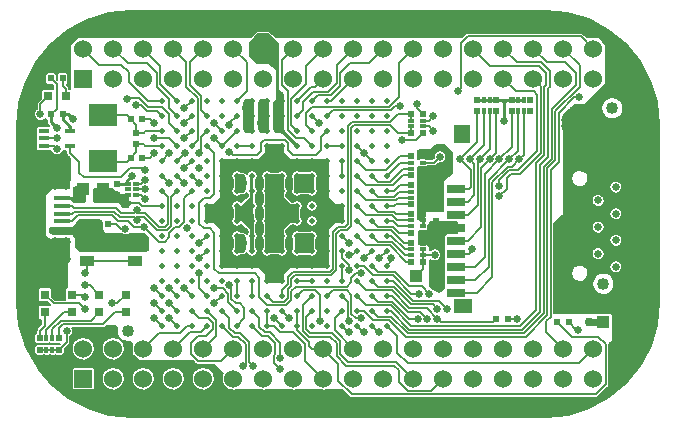
<source format=gbr>
G04 #@! TF.GenerationSoftware,KiCad,Pcbnew,(2017-08-02 revision 9760937)-master*
G04 #@! TF.CreationDate,2017-08-15T11:40:40-05:00*
G04 #@! TF.ProjectId,PocketBeagle,506F636B6574426561676C652E6B6963,rev?*
G04 #@! TF.SameCoordinates,Original*
G04 #@! TF.FileFunction,Copper,L1,Top,Signal*
G04 #@! TF.FilePolarity,Positive*
%FSLAX46Y46*%
G04 Gerber Fmt 4.6, Leading zero omitted, Abs format (unit mm)*
G04 Created by KiCad (PCBNEW (2017-08-02 revision 9760937)-master) date Tue Aug 15 11:40:40 2017*
%MOMM*%
%LPD*%
G01*
G04 APERTURE LIST*
%ADD10R,0.797560X0.797560*%
%ADD11R,1.198880X0.899160*%
%ADD12R,1.399540X1.597660*%
%ADD13R,2.199640X1.198880*%
%ADD14R,1.597660X1.198880*%
%ADD15R,1.597660X0.698500*%
%ADD16R,0.497840X0.497840*%
%ADD17R,0.497840X0.299720*%
%ADD18R,0.299720X0.497840*%
%ADD19C,1.016000*%
%ADD20C,1.524000*%
%ADD21R,1.524000X1.524000*%
%ADD22R,0.487680X0.299720*%
%ADD23R,0.518160X0.299720*%
%ADD24R,2.397760X1.899920*%
%ADD25R,1.348740X0.398780*%
%ADD26R,1.597660X2.098040*%
%ADD27R,1.899920X1.798320*%
%ADD28R,1.899920X1.899920*%
%ADD29R,0.899160X0.398780*%
%ADD30C,0.497840*%
%ADD31R,0.497840X0.599440*%
%ADD32R,0.599440X0.497840*%
%ADD33R,0.998220X1.099820*%
%ADD34C,1.219200*%
%ADD35C,0.800000*%
%ADD36C,0.762000*%
%ADD37C,0.635000*%
%ADD38C,0.250000*%
%ADD39C,0.254000*%
%ADD40C,0.152400*%
%ADD41C,0.609600*%
G04 APERTURE END LIST*
D10*
X125433400Y-95071600D03*
X123934800Y-95071600D03*
X123668100Y-113346900D03*
X123668100Y-111848300D03*
X125954100Y-113346900D03*
X125954100Y-111848300D03*
X128240100Y-113346900D03*
X128240100Y-111848300D03*
X130526100Y-113346900D03*
X130526100Y-111848300D03*
D11*
X131255080Y-109028900D03*
X127257120Y-109028900D03*
X131255080Y-107530300D03*
X127257120Y-107530300D03*
D12*
X158962540Y-98240120D03*
D13*
X168563740Y-97338420D03*
X168563740Y-112837500D03*
D14*
X159064140Y-112847660D03*
D15*
X158464700Y-111686880D03*
X158464700Y-110587060D03*
X158464700Y-109487240D03*
X158464700Y-108387420D03*
X158464700Y-107287600D03*
X158464700Y-106187780D03*
X158464700Y-105087960D03*
X158464700Y-103988140D03*
X158464700Y-102888320D03*
D16*
X155636540Y-96557500D03*
D17*
X155636540Y-97108680D03*
X155636540Y-97606520D03*
D16*
X155636540Y-98157700D03*
X154640860Y-98157700D03*
D17*
X154640860Y-97606520D03*
X154640860Y-97108680D03*
D16*
X154640860Y-96557500D03*
X124849200Y-116524440D03*
D18*
X124298020Y-116524440D03*
X123800180Y-116524440D03*
D16*
X123249000Y-116524440D03*
X123249000Y-115528760D03*
D18*
X123800180Y-115528760D03*
X124298020Y-115528760D03*
D16*
X124849200Y-115528760D03*
X155636540Y-105015700D03*
D17*
X155636540Y-105566880D03*
X155636540Y-106064720D03*
D16*
X155636540Y-106615900D03*
X154640860Y-106615900D03*
D17*
X154640860Y-106064720D03*
X154640860Y-105566880D03*
D16*
X154640860Y-105015700D03*
X155636540Y-102577300D03*
D17*
X155636540Y-103128480D03*
X155636540Y-103626320D03*
D16*
X155636540Y-104177500D03*
X154640860Y-104177500D03*
D17*
X154640860Y-103626320D03*
X154640860Y-103128480D03*
D16*
X154640860Y-102577300D03*
X155636540Y-100138900D03*
D17*
X155636540Y-100690080D03*
X155636540Y-101187920D03*
D16*
X155636540Y-101739100D03*
X154640860Y-101739100D03*
D17*
X154640860Y-101187920D03*
X154640860Y-100690080D03*
D16*
X154640860Y-100138900D03*
X160282200Y-95335760D03*
D18*
X160833380Y-95335760D03*
X161331220Y-95335760D03*
D16*
X161882400Y-95335760D03*
X161882400Y-96331440D03*
D18*
X161331220Y-96331440D03*
X160833380Y-96331440D03*
D16*
X160282200Y-96331440D03*
X164778000Y-96331440D03*
D18*
X164226820Y-96331440D03*
X163728980Y-96331440D03*
D16*
X163177800Y-96331440D03*
X163177800Y-95335760D03*
D18*
X163728980Y-95335760D03*
X164226820Y-95335760D03*
D16*
X164778000Y-95335760D03*
X154640860Y-109054300D03*
D17*
X154640860Y-108503120D03*
X154640860Y-108005280D03*
D16*
X154640860Y-107454100D03*
X155636540Y-107454100D03*
D17*
X155636540Y-108005280D03*
X155636540Y-108503120D03*
D16*
X155636540Y-109054300D03*
D19*
X171700100Y-96078800D03*
X170955300Y-110935700D03*
X130691200Y-114921700D03*
D20*
X170091100Y-116433600D03*
X170091100Y-118973600D03*
X167551100Y-116433600D03*
X167551100Y-118973600D03*
X165011100Y-116433600D03*
X165011100Y-118973600D03*
X162471100Y-116433600D03*
X162471100Y-118973600D03*
X159931100Y-116433600D03*
X159931100Y-118973600D03*
X157391100Y-116433600D03*
X157391100Y-118973600D03*
X154851100Y-116433600D03*
X154851100Y-118973600D03*
X152311100Y-116433600D03*
X152311100Y-118973600D03*
X149771100Y-116433600D03*
X149771100Y-118973600D03*
X147231100Y-116433600D03*
X147231100Y-118973600D03*
X144691100Y-116433600D03*
X144691100Y-118973600D03*
X142151100Y-116433600D03*
X142151100Y-118973600D03*
X139611100Y-116433600D03*
X139611100Y-118973600D03*
X137071100Y-116433600D03*
X137071100Y-118973600D03*
X134531100Y-116433600D03*
X134531100Y-118973600D03*
X131991100Y-116433600D03*
X131991100Y-118973600D03*
X129451100Y-116433600D03*
X129451100Y-118973600D03*
X126911100Y-116433600D03*
D21*
X126911100Y-118973600D03*
D20*
X170091100Y-91033600D03*
X170091100Y-93573600D03*
X167551100Y-91033600D03*
X167551100Y-93573600D03*
X165011100Y-91033600D03*
X165011100Y-93573600D03*
X162471100Y-91033600D03*
X162471100Y-93573600D03*
X159931100Y-91033600D03*
X159931100Y-93573600D03*
X157391100Y-91033600D03*
X157391100Y-93573600D03*
X154851100Y-91033600D03*
X154851100Y-93573600D03*
X152311100Y-91033600D03*
X152311100Y-93573600D03*
X149771100Y-91033600D03*
X149771100Y-93573600D03*
X147231100Y-91033600D03*
X147231100Y-93573600D03*
X144691100Y-91033600D03*
X144691100Y-93573600D03*
X142151100Y-91033600D03*
X142151100Y-93573600D03*
X139611100Y-91033600D03*
X139611100Y-93573600D03*
X137071100Y-91033600D03*
X137071100Y-93573600D03*
X134531100Y-91033600D03*
X134531100Y-93573600D03*
X131991100Y-91033600D03*
X131991100Y-93573600D03*
X129451100Y-91033600D03*
X129451100Y-93573600D03*
X126911100Y-91033600D03*
D21*
X126911100Y-93573600D03*
D22*
X130660720Y-103443440D03*
X130660720Y-102945600D03*
X130660720Y-102447760D03*
X131407480Y-102447760D03*
X131407480Y-102945600D03*
D23*
X131412560Y-103443440D03*
D24*
X128621100Y-96679420D03*
X128621100Y-100575780D03*
D25*
X125125720Y-103705660D03*
X125125720Y-105651300D03*
X125125720Y-106301540D03*
X125125720Y-104355900D03*
X125125720Y-105003600D03*
D26*
X124998720Y-101904800D03*
X124998720Y-108102400D03*
D27*
X122451100Y-108803440D03*
D28*
X122451100Y-106202480D03*
X122451100Y-103804720D03*
D27*
X122451100Y-101203760D03*
D29*
X125783920Y-97979900D03*
X125783920Y-99275300D03*
X123584280Y-99275300D03*
X123584280Y-98627600D03*
X123584280Y-97979900D03*
D30*
X133576640Y-95455140D03*
X134846640Y-95455140D03*
X136116640Y-95455140D03*
X137386640Y-95455140D03*
X138656640Y-95455140D03*
X139926640Y-95455140D03*
X141196640Y-95455140D03*
X142466640Y-95455140D03*
X143734100Y-95455140D03*
X145004100Y-95455140D03*
X146274100Y-95455140D03*
X147544100Y-95455140D03*
X148814100Y-95455140D03*
X150084100Y-95455140D03*
X151354100Y-95455140D03*
X152624100Y-95455140D03*
X133576640Y-96725140D03*
X134846640Y-96725140D03*
X136116640Y-96725140D03*
X137386640Y-96725140D03*
X138656640Y-96725140D03*
X139926640Y-96725140D03*
X141196640Y-96725140D03*
X142466640Y-96725140D03*
X143734100Y-96725140D03*
X145004100Y-96725140D03*
X146274100Y-96725140D03*
X147544100Y-96725140D03*
X148814100Y-96725140D03*
X150084100Y-96725140D03*
X151354100Y-96725140D03*
X152624100Y-96725140D03*
X133576640Y-97995140D03*
X134846640Y-97995140D03*
X136116640Y-97995140D03*
X137386640Y-97995140D03*
X138656640Y-97995140D03*
X139926640Y-97995140D03*
X141196640Y-97995140D03*
X142466640Y-97995140D03*
X143734100Y-97995140D03*
X145004100Y-97995140D03*
X146274100Y-97995140D03*
X147544100Y-97995140D03*
X148814100Y-97995140D03*
X150084100Y-97995140D03*
X151354100Y-97995140D03*
X152624100Y-97995140D03*
X133576640Y-99265140D03*
X134846640Y-99265140D03*
X136116640Y-99265140D03*
X137386640Y-99265140D03*
X138656640Y-99265140D03*
X139926640Y-99265140D03*
X141196640Y-99265140D03*
X142466640Y-99265140D03*
X143734100Y-99265140D03*
X145004100Y-99265140D03*
X146274100Y-99265140D03*
X147544100Y-99265140D03*
X148814100Y-99265140D03*
X150084100Y-99265140D03*
X151354100Y-99265140D03*
X152624100Y-99265140D03*
X133576640Y-100535140D03*
X134846640Y-100535140D03*
X136116640Y-100535140D03*
X137386640Y-100535140D03*
X138656640Y-100535140D03*
X139926640Y-100535140D03*
X141196640Y-100535140D03*
X142466640Y-100535140D03*
X143734100Y-100535140D03*
X145004100Y-100535140D03*
X146274100Y-100535140D03*
X147544100Y-100535140D03*
X148814100Y-100535140D03*
X150084100Y-100535140D03*
X151354100Y-100535140D03*
X152624100Y-100535140D03*
X133576640Y-101805140D03*
X134846640Y-101805140D03*
X136116640Y-101805140D03*
X137386640Y-101805140D03*
X138656640Y-101805140D03*
X139926640Y-101805140D03*
X141196640Y-101805140D03*
X142466640Y-101805140D03*
X143734100Y-101805140D03*
X145004100Y-101805140D03*
X146274100Y-101805140D03*
X147544100Y-101805140D03*
X148814100Y-101805140D03*
X150084100Y-101805140D03*
X151354100Y-101805140D03*
X152624100Y-101805140D03*
X133576640Y-103075140D03*
X134846640Y-103075140D03*
X136116640Y-103075140D03*
X137386640Y-103075140D03*
X138656640Y-103075140D03*
X139926640Y-103075140D03*
X141196640Y-103075140D03*
X142466640Y-103075140D03*
X143734100Y-103075140D03*
X145004100Y-103075140D03*
X146274100Y-103075140D03*
X147544100Y-103075140D03*
X148814100Y-103075140D03*
X150084100Y-103075140D03*
X151354100Y-103075140D03*
X152624100Y-103075140D03*
X133576640Y-104345140D03*
X134846640Y-104345140D03*
X136116640Y-104345140D03*
X137386640Y-104345140D03*
X138656640Y-104345140D03*
X139926640Y-104345140D03*
X141196640Y-104345140D03*
X142466640Y-104345140D03*
X143734100Y-104345140D03*
X145004100Y-104345140D03*
X146274100Y-104345140D03*
X147544100Y-104345140D03*
X148814100Y-104345140D03*
X150084100Y-104345140D03*
X151354100Y-104345140D03*
X152624100Y-104345140D03*
X133576640Y-105612600D03*
X134846640Y-105612600D03*
X136116640Y-105612600D03*
X137386640Y-105612600D03*
X138656640Y-105612600D03*
X139926640Y-105612600D03*
X141196640Y-105612600D03*
X142466640Y-105612600D03*
X143734100Y-105612600D03*
X145004100Y-105612600D03*
X146274100Y-105612600D03*
X147544100Y-105612600D03*
X148814100Y-105612600D03*
X150084100Y-105612600D03*
X151354100Y-105612600D03*
X152624100Y-105612600D03*
X133576640Y-106882600D03*
X134846640Y-106882600D03*
X136116640Y-106882600D03*
X137386640Y-106882600D03*
X138656640Y-106882600D03*
X139926640Y-106882600D03*
X141196640Y-106882600D03*
X142466640Y-106882600D03*
X143734100Y-106882600D03*
X145004100Y-106882600D03*
X146274100Y-106882600D03*
X147544100Y-106882600D03*
X148814100Y-106882600D03*
X150084100Y-106882600D03*
X151354100Y-106882600D03*
X152624100Y-106882600D03*
X133576640Y-108152600D03*
X134846640Y-108152600D03*
X136116640Y-108152600D03*
X137386640Y-108152600D03*
X138656640Y-108152600D03*
X139926640Y-108152600D03*
X141196640Y-108152600D03*
X142466640Y-108152600D03*
X143734100Y-108152600D03*
X145004100Y-108152600D03*
X146274100Y-108152600D03*
X147544100Y-108152600D03*
X148814100Y-108152600D03*
X150084100Y-108152600D03*
X151354100Y-108152600D03*
X152624100Y-108152600D03*
X133576640Y-109422600D03*
X134846640Y-109422600D03*
X136116640Y-109422600D03*
X137386640Y-109422600D03*
X138656640Y-109422600D03*
X139926640Y-109422600D03*
X141196640Y-109422600D03*
X142466640Y-109422600D03*
X143734100Y-109422600D03*
X145004100Y-109422600D03*
X146274100Y-109422600D03*
X147544100Y-109422600D03*
X148814100Y-109422600D03*
X150084100Y-109422600D03*
X151354100Y-109422600D03*
X152624100Y-109422600D03*
X133576640Y-110692600D03*
X134846640Y-110692600D03*
X136116640Y-110692600D03*
X137386640Y-110692600D03*
X138656640Y-110692600D03*
X139926640Y-110692600D03*
X141196640Y-110692600D03*
X142466640Y-110692600D03*
X143734100Y-110692600D03*
X145004100Y-110692600D03*
X146274100Y-110692600D03*
X147544100Y-110692600D03*
X148814100Y-110692600D03*
X150084100Y-110692600D03*
X151354100Y-110692600D03*
X152624100Y-110692600D03*
X133576640Y-111962600D03*
X134846640Y-111962600D03*
X136116640Y-111962600D03*
X137386640Y-111962600D03*
X138656640Y-111962600D03*
X139926640Y-111962600D03*
X141196640Y-111962600D03*
X142466640Y-111962600D03*
X143734100Y-111962600D03*
X145004100Y-111962600D03*
X146274100Y-111962600D03*
X147544100Y-111962600D03*
X148814100Y-111962600D03*
X150084100Y-111962600D03*
X151354100Y-111962600D03*
X152624100Y-111962600D03*
X133576640Y-113232600D03*
X134846640Y-113232600D03*
X136116640Y-113232600D03*
X137386640Y-113232600D03*
X138656640Y-113232600D03*
X139926640Y-113232600D03*
X141196640Y-113232600D03*
X142466640Y-113232600D03*
X143734100Y-113232600D03*
X145004100Y-113232600D03*
X146274100Y-113232600D03*
X147544100Y-113232600D03*
X148814100Y-113232600D03*
X150084100Y-113232600D03*
X151354100Y-113232600D03*
X152624100Y-113232600D03*
X133576640Y-114502600D03*
X134846640Y-114502600D03*
X136116640Y-114502600D03*
X137386640Y-114502600D03*
X138656640Y-114502600D03*
X139926640Y-114502600D03*
X141196640Y-114502600D03*
X142466640Y-114502600D03*
X143734100Y-114502600D03*
X145004100Y-114502600D03*
X146274100Y-114502600D03*
X147544100Y-114502600D03*
X148814100Y-114502600D03*
X150084100Y-114502600D03*
X151354100Y-114502600D03*
X152624100Y-114502600D03*
D31*
X130917260Y-100278600D03*
X131912940Y-100278600D03*
D32*
X156738900Y-104632160D03*
X156738900Y-105627840D03*
D33*
X155052340Y-110235400D03*
X156749060Y-110235400D03*
D31*
X128991940Y-105866600D03*
X127996260Y-105866600D03*
X130917260Y-96976600D03*
X131912940Y-96976600D03*
D32*
X131415100Y-98129760D03*
X131415100Y-99125440D03*
D33*
X128580460Y-102945600D03*
X126883740Y-102945600D03*
D32*
X129764100Y-102447760D03*
X129764100Y-103443440D03*
D31*
X125181940Y-93547600D03*
X124186260Y-93547600D03*
X124186260Y-96595600D03*
X125181940Y-96595600D03*
D33*
X170901940Y-114197800D03*
X172598660Y-114197800D03*
D31*
X168057140Y-114197800D03*
X167061460Y-114197800D03*
X161879860Y-113893000D03*
X162875540Y-113893000D03*
D34*
X126868500Y-106196800D03*
D35*
X156738900Y-103834600D03*
D36*
X143099100Y-99897600D03*
X146909100Y-101167600D03*
D35*
X148179100Y-104977600D03*
D36*
X146909100Y-108787600D03*
X143099100Y-110057600D03*
X139289100Y-108787600D03*
X138019100Y-104977600D03*
X139289100Y-101167600D03*
D37*
X131034100Y-101802600D03*
X156662700Y-108482800D03*
X159786900Y-107949400D03*
X163673100Y-113893000D03*
X153919500Y-98729200D03*
X155138700Y-95681200D03*
D36*
X169769100Y-114197800D03*
D37*
X125496900Y-114959800D03*
X124684100Y-99516600D03*
X124684100Y-97738600D03*
D36*
X140432100Y-102437600D03*
D35*
X157043700Y-111302200D03*
D36*
X145639100Y-107517600D03*
X140432100Y-107517600D03*
D35*
X123058500Y-100634200D03*
X121839300Y-100634200D03*
X121839300Y-101777200D03*
X123058500Y-101777200D03*
X121839300Y-103174200D03*
X123058500Y-103174200D03*
X121839300Y-104418800D03*
X123058500Y-104418800D03*
X121839300Y-105587200D03*
X123058500Y-105587200D03*
X123058500Y-106831800D03*
X121839300Y-106831800D03*
X121839300Y-108228800D03*
X123058500Y-108228800D03*
X121839300Y-109371800D03*
X124531700Y-107390600D03*
X124531700Y-108813000D03*
X125471500Y-108813000D03*
X125471500Y-107390600D03*
D37*
X167787900Y-113131000D03*
X168549900Y-113131000D03*
X169311900Y-113131000D03*
X169311900Y-112597600D03*
X168549900Y-112597600D03*
X167787900Y-112597600D03*
D35*
X167787900Y-97586200D03*
X168549900Y-97586200D03*
X169311900Y-97586200D03*
X169311900Y-97052800D03*
X168549900Y-97052800D03*
X167787900Y-97052800D03*
D37*
X158643900Y-97814800D03*
X159329700Y-97814800D03*
X159329700Y-98653000D03*
X134209100Y-111327600D03*
X159634500Y-100405600D03*
X134209100Y-113867600D03*
X162987300Y-100405600D03*
X132939100Y-113867600D03*
X162149100Y-100405600D03*
X132939100Y-111327600D03*
X158796300Y-100405600D03*
X134209100Y-112597600D03*
X161310900Y-100405600D03*
X132939100Y-112597600D03*
X160472700Y-100405600D03*
X126030300Y-96976600D03*
X131440500Y-104672800D03*
X132177100Y-102945600D03*
X131440500Y-105511000D03*
X132177100Y-103783800D03*
X132177100Y-102107400D03*
X132050100Y-106120600D03*
D36*
X130526100Y-104215600D03*
X141956100Y-97357600D03*
X140660700Y-96062200D03*
D37*
X162530100Y-97129000D03*
X157119900Y-100177000D03*
X135479100Y-111327600D03*
X163825500Y-100405600D03*
X138019100Y-98627600D03*
X124684100Y-98627600D03*
X123287100Y-96595600D03*
X129383100Y-112597600D03*
X136749100Y-99897600D03*
X127097100Y-111073600D03*
X135479100Y-96087600D03*
X127097100Y-112089600D03*
X135479100Y-97357600D03*
X127097100Y-113105600D03*
X135479100Y-98627600D03*
D36*
X145639100Y-102437600D03*
D37*
X123058500Y-109371800D03*
X124531700Y-101193000D03*
X125471500Y-101193000D03*
X125471500Y-102615400D03*
X124531700Y-102615400D03*
X158643900Y-98653000D03*
X159482100Y-112597600D03*
X132939100Y-99897600D03*
X132939100Y-97357600D03*
X132939100Y-98627600D03*
X135479100Y-101167600D03*
X135555300Y-99872200D03*
X134209100Y-102437600D03*
X135479100Y-102437600D03*
X136749100Y-102437600D03*
X151989100Y-115010600D03*
X150719100Y-115010600D03*
X149449100Y-114121600D03*
X153767100Y-95909800D03*
X168854700Y-95147800D03*
X130653100Y-95325600D03*
X131415100Y-95833600D03*
X143607100Y-118185600D03*
X143607100Y-117245800D03*
X139289100Y-97510000D03*
X132177100Y-101294600D03*
X150719100Y-108787600D03*
X156561100Y-97992600D03*
X136749100Y-101167600D03*
X138019100Y-97357600D03*
X139289100Y-99770600D03*
X140432100Y-117931600D03*
X141321100Y-117931600D03*
X138019100Y-111327600D03*
X139289100Y-111073600D03*
X127097100Y-110057600D03*
X150719100Y-99897600D03*
X136749100Y-110057600D03*
X138019100Y-112597600D03*
X150465100Y-113867600D03*
X162149100Y-102615400D03*
X149449100Y-115010600D03*
X162149100Y-103529800D03*
X149449100Y-108533600D03*
X156561100Y-96722600D03*
X168778500Y-114807400D03*
X143099100Y-113867600D03*
X144369100Y-113867600D03*
X146985300Y-114045400D03*
X134209100Y-99897600D03*
X130449900Y-106273000D03*
X156891300Y-113893000D03*
X172001100Y-107253600D03*
X156891300Y-113054800D03*
X170501100Y-106128600D03*
X157729500Y-113054800D03*
X172001100Y-105003600D03*
X156053100Y-113893000D03*
X170501100Y-108378600D03*
X155214900Y-113893000D03*
X172001100Y-109503600D03*
X150465100Y-110057600D03*
X158643900Y-94614400D03*
X156205500Y-111759400D03*
X170501100Y-103878600D03*
X155367300Y-111759400D03*
X172001100Y-102753600D03*
X149449100Y-109803600D03*
X149449100Y-107517600D03*
X136749100Y-108787600D03*
X136749100Y-107517600D03*
X151989100Y-108787600D03*
X153005100Y-108787600D03*
X135733100Y-106247600D03*
X146909100Y-97357600D03*
D38*
X155638700Y-105565800D02*
X155638700Y-105014719D01*
D39*
X130659100Y-102445600D02*
X129764100Y-102445600D01*
X130659100Y-102445600D02*
X130659100Y-102177600D01*
X130659100Y-102177600D02*
X131034100Y-101802600D01*
D40*
X155638700Y-109055281D02*
X155638700Y-108504200D01*
X155638700Y-108504200D02*
X155638700Y-108004200D01*
X155638700Y-109055281D02*
X155638700Y-109647400D01*
X155638700Y-109647400D02*
X155050700Y-110235400D01*
X155638700Y-108504200D02*
X156641300Y-108504200D01*
X156641300Y-108504200D02*
X156662700Y-108482800D01*
X162877700Y-113893000D02*
X163673100Y-113893000D01*
X158464700Y-108387600D02*
X159577300Y-108387600D01*
X159786900Y-107949400D02*
X159786900Y-108178000D01*
X159786900Y-108178000D02*
X159577300Y-108387600D01*
X155638700Y-98158681D02*
X155068181Y-98729200D01*
X155068181Y-98729200D02*
X153919500Y-98729200D01*
X155638700Y-96556519D02*
X155138700Y-96056519D01*
X155138700Y-96056519D02*
X155138700Y-95681200D01*
D41*
X170900300Y-114197800D02*
X169769100Y-114197800D01*
D40*
X123248019Y-116526600D02*
X123799100Y-116526600D01*
X123799100Y-116526600D02*
X124299100Y-116526600D01*
X124299100Y-116526600D02*
X124850181Y-116526600D01*
X124850181Y-116526600D02*
X125496900Y-115879881D01*
X125496900Y-115879881D02*
X125496900Y-114959800D01*
D39*
X124184100Y-96595600D02*
X124184100Y-97238600D01*
X124184100Y-97238600D02*
X124684100Y-97738600D01*
D40*
X123584100Y-99277600D02*
X124445100Y-99277600D01*
X124445100Y-99277600D02*
X124684100Y-99516600D01*
X124184100Y-93547600D02*
X124684100Y-94047600D01*
X124684100Y-94047600D02*
X124684100Y-96095600D01*
X124684100Y-96095600D02*
X124184100Y-96595600D01*
D39*
X155638700Y-105565800D02*
X155638700Y-106065800D01*
D38*
X156718000Y-106037581D02*
X156718000Y-105650900D01*
X156718000Y-105650900D02*
X156738900Y-105630000D01*
X155638700Y-106616881D02*
X156138700Y-106616881D01*
X156138700Y-106616881D02*
X156718000Y-106037581D01*
D40*
X146274100Y-99262600D02*
X145639100Y-98627600D01*
X145639100Y-98627600D02*
X144902500Y-98627600D01*
X144902500Y-98627600D02*
X144216700Y-97941800D01*
X144216700Y-97941800D02*
X144216700Y-94589000D01*
X144216700Y-94589000D02*
X143705580Y-94077880D01*
X143705580Y-94077880D02*
X143705580Y-92019120D01*
X143705580Y-92019120D02*
X144691100Y-91033600D01*
X133574100Y-99262600D02*
X132177100Y-99262600D01*
X132177100Y-99262600D02*
X132042100Y-99127600D01*
X132042100Y-99127600D02*
X131415100Y-99127600D01*
X131415100Y-99127600D02*
X131415100Y-99778600D01*
X131415100Y-99778600D02*
X130915100Y-100278600D01*
X130616100Y-100577600D02*
X128621100Y-100577600D01*
X130616100Y-100577600D02*
X130915100Y-100278600D01*
X133574100Y-97992600D02*
X132177100Y-97992600D01*
X132177100Y-97992600D02*
X132042100Y-98127600D01*
X132042100Y-98127600D02*
X131415100Y-98127600D01*
X131415100Y-98127600D02*
X131415100Y-97476600D01*
X131415100Y-97476600D02*
X130915100Y-96976600D01*
X130616100Y-96677600D02*
X128621100Y-96677600D01*
X130616100Y-96677600D02*
X130915100Y-96976600D01*
X134844100Y-111962600D02*
X134209100Y-111327600D01*
X158464700Y-103987600D02*
X159481500Y-103987600D01*
X159481500Y-103987600D02*
X160015500Y-103453600D01*
X160015500Y-103453600D02*
X160015500Y-100786600D01*
X160015500Y-100786600D02*
X159634500Y-100405600D01*
X160832300Y-96333600D02*
X160832300Y-99207800D01*
X160832300Y-99207800D02*
X159634500Y-100405600D01*
X134844100Y-114502600D02*
X134209100Y-113867600D01*
X161234700Y-102158200D02*
X161234700Y-109473400D01*
X158464700Y-110587600D02*
X160120500Y-110587600D01*
X160120500Y-110587600D02*
X161234700Y-109473400D01*
X161234700Y-102158200D02*
X162987300Y-100405600D01*
X163727900Y-96333600D02*
X163727900Y-99665000D01*
X163727900Y-99665000D02*
X162987300Y-100405600D01*
X133574100Y-114502600D02*
X132939100Y-113867600D01*
X160929900Y-101624800D02*
X160929900Y-108635200D01*
X158464700Y-109487600D02*
X160077500Y-109487600D01*
X160077500Y-109487600D02*
X160929900Y-108635200D01*
X160929900Y-101624800D02*
X162149100Y-100405600D01*
X163176819Y-96333600D02*
X163176819Y-99377881D01*
X163176819Y-99377881D02*
X162149100Y-100405600D01*
X133574100Y-111962600D02*
X132939100Y-111327600D01*
X158464700Y-102887600D02*
X159590900Y-102887600D01*
X159590900Y-102887600D02*
X159710700Y-102767800D01*
X159710700Y-102767800D02*
X159710700Y-101320000D01*
X159710700Y-101320000D02*
X158796300Y-100405600D01*
X160281219Y-96333600D02*
X160281219Y-98920681D01*
X160281219Y-98920681D02*
X158796300Y-100405600D01*
X134844100Y-113232600D02*
X134209100Y-112597600D01*
X158464700Y-107287600D02*
X159458100Y-107287600D01*
X159458100Y-107287600D02*
X160625100Y-106120600D01*
X160625100Y-106120600D02*
X160625100Y-101091400D01*
X160625100Y-101091400D02*
X161310900Y-100405600D01*
X161883381Y-96333600D02*
X161883381Y-99833119D01*
X161883381Y-99833119D02*
X161310900Y-100405600D01*
X133574100Y-113232600D02*
X132939100Y-112597600D01*
X158464700Y-105087600D02*
X159524500Y-105087600D01*
X159524500Y-105087600D02*
X160320300Y-104291800D01*
X160320300Y-104291800D02*
X160320300Y-100558000D01*
X160320300Y-100558000D02*
X160472700Y-100405600D01*
X161332300Y-96333600D02*
X161332300Y-99546000D01*
X161332300Y-99546000D02*
X160472700Y-100405600D01*
X150084100Y-100532600D02*
X150871500Y-101320000D01*
X150871500Y-101320000D02*
X152547900Y-101320000D01*
X152547900Y-101320000D02*
X153729981Y-100137919D01*
X153729981Y-100137919D02*
X154638700Y-100137919D01*
X152624100Y-101802600D02*
X153737700Y-100689000D01*
X153737700Y-100689000D02*
X154638700Y-100689000D01*
X151354100Y-101802600D02*
X151836700Y-102285200D01*
X151836700Y-102285200D02*
X152878100Y-102285200D01*
X152878100Y-102285200D02*
X153974300Y-101189000D01*
X153974300Y-101189000D02*
X154638700Y-101189000D01*
X150084100Y-101802600D02*
X150871500Y-102590000D01*
X154638700Y-101740081D02*
X153956619Y-101740081D01*
X153956619Y-101740081D02*
X153106700Y-102590000D01*
X153106700Y-102590000D02*
X150871500Y-102590000D01*
X154638700Y-102576319D02*
X153729981Y-102576319D01*
X153729981Y-102576319D02*
X153233700Y-103072600D01*
X153233700Y-103072600D02*
X152624100Y-103072600D01*
X151354100Y-104342600D02*
X151836700Y-104825200D01*
X151836700Y-104825200D02*
X153233700Y-104825200D01*
X154638700Y-105014719D02*
X153423219Y-105014719D01*
X153423219Y-105014719D02*
X153233700Y-104825200D01*
X150084100Y-104342600D02*
X150871500Y-105130000D01*
X150871500Y-105130000D02*
X153081300Y-105130000D01*
X154638700Y-105565800D02*
X153517100Y-105565800D01*
X153517100Y-105565800D02*
X153081300Y-105130000D01*
X154638700Y-106065800D02*
X153559900Y-106065800D01*
X153559900Y-106065800D02*
X153106700Y-105612600D01*
X153106700Y-105612600D02*
X152624100Y-105612600D01*
X151354100Y-103072600D02*
X151836700Y-103555200D01*
X151836700Y-103555200D02*
X153208300Y-103555200D01*
X154638700Y-103127400D02*
X153636100Y-103127400D01*
X153636100Y-103127400D02*
X153208300Y-103555200D01*
X150084100Y-103072600D02*
X150871500Y-103860000D01*
X150871500Y-103860000D02*
X153360700Y-103860000D01*
X154638700Y-103627400D02*
X153593300Y-103627400D01*
X153593300Y-103627400D02*
X153360700Y-103860000D01*
X152624100Y-104342600D02*
X153259100Y-104342600D01*
X153259100Y-104342600D02*
X153423219Y-104178481D01*
X153423219Y-104178481D02*
X154638700Y-104178481D01*
X151354100Y-105612600D02*
X151836700Y-106095200D01*
X154638700Y-106616881D02*
X153653781Y-106616881D01*
X153653781Y-106616881D02*
X153132100Y-106095200D01*
X153132100Y-106095200D02*
X151836700Y-106095200D01*
X150084100Y-105612600D02*
X150871500Y-106400000D01*
X154638700Y-107453119D02*
X154032819Y-107453119D01*
X154032819Y-107453119D02*
X152979700Y-106400000D01*
X152979700Y-106400000D02*
X150871500Y-106400000D01*
D39*
X126030300Y-96976600D02*
X125649300Y-96595600D01*
X125649300Y-96595600D02*
X125184100Y-96595600D01*
X125784100Y-97977600D02*
X125507300Y-97977600D01*
X125184100Y-97019400D02*
X125184100Y-96595600D01*
X125184100Y-97019400D02*
X125784100Y-97619400D01*
X125784100Y-97619400D02*
X125784100Y-97977600D01*
D40*
X133574100Y-103072600D02*
X134056700Y-103555200D01*
X131669100Y-104901400D02*
X131440500Y-104672800D01*
X131440500Y-104672800D02*
X131211900Y-104901400D01*
X131211900Y-104901400D02*
X130068900Y-104901400D01*
X125126100Y-104353600D02*
X125939700Y-104353600D01*
X125939700Y-104353600D02*
X126106500Y-104520400D01*
X126106500Y-104520400D02*
X129687900Y-104520400D01*
X129687900Y-104520400D02*
X130068900Y-104901400D01*
X131409100Y-102945600D02*
X132177100Y-102945600D01*
X134056700Y-103555200D02*
X134056700Y-105866600D01*
X134056700Y-105866600D02*
X133828100Y-106095200D01*
X133828100Y-106095200D02*
X133320100Y-106095200D01*
X131669100Y-104901400D02*
X132126300Y-104901400D01*
X132126300Y-104901400D02*
X133320100Y-106095200D01*
X134844100Y-103072600D02*
X134361500Y-103555200D01*
X131669100Y-105282400D02*
X131440500Y-105511000D01*
X131440500Y-105511000D02*
X131211900Y-105282400D01*
X125126100Y-105003600D02*
X125928100Y-105003600D01*
X125928100Y-105003600D02*
X126106500Y-104825200D01*
X126106500Y-104825200D02*
X129535500Y-104825200D01*
X129535500Y-104825200D02*
X129992700Y-105282400D01*
X129992700Y-105282400D02*
X131211900Y-105282400D01*
X134361500Y-106019000D02*
X134361500Y-103555200D01*
X131414100Y-103445600D02*
X131838900Y-103445600D01*
X131838900Y-103445600D02*
X132177100Y-103783800D01*
X131669100Y-105282400D02*
X132050100Y-105282400D01*
X132050100Y-105282400D02*
X133167700Y-106400000D01*
X133167700Y-106400000D02*
X133980500Y-106400000D01*
X133980500Y-106400000D02*
X134361500Y-106019000D01*
X125126100Y-105653600D02*
X125963900Y-105653600D01*
X125963900Y-105653600D02*
X126487500Y-105130000D01*
X126487500Y-105130000D02*
X129383100Y-105130000D01*
X135479100Y-103707600D02*
X136114100Y-103072600D01*
X131409100Y-102445600D02*
X131838900Y-102445600D01*
X131838900Y-102445600D02*
X132177100Y-102107400D01*
X135479100Y-103707600D02*
X135479100Y-105663400D01*
X135479100Y-105663400D02*
X135021900Y-106120600D01*
X135021900Y-106120600D02*
X134717100Y-106120600D01*
X134717100Y-106120600D02*
X134209100Y-106628600D01*
X134209100Y-106628600D02*
X134209100Y-107009600D01*
X134209100Y-107009600D02*
X133828100Y-107390600D01*
X133828100Y-107390600D02*
X133320100Y-107390600D01*
X132050100Y-106120600D02*
X133320100Y-107390600D01*
X132050100Y-106120600D02*
X131211900Y-106120600D01*
X131211900Y-106120600D02*
X130678500Y-105587200D01*
X130678500Y-105587200D02*
X129840300Y-105587200D01*
X129840300Y-105587200D02*
X129383100Y-105130000D01*
D39*
X129764100Y-103445600D02*
X129264100Y-102945600D01*
X129264100Y-102945600D02*
X128582100Y-102945600D01*
X130659100Y-103445600D02*
X129764100Y-103445600D01*
D40*
X133574100Y-104342600D02*
X131923100Y-104342600D01*
X131923100Y-104342600D02*
X131669100Y-104088600D01*
X131669100Y-104088600D02*
X130653100Y-104088600D01*
X130653100Y-104088600D02*
X130526100Y-104215600D01*
D39*
X164227900Y-95333600D02*
X163727900Y-95333600D01*
X163727900Y-95333600D02*
X163176819Y-95333600D01*
X161883381Y-95333600D02*
X161332300Y-95333600D01*
X161332300Y-95333600D02*
X160832300Y-95333600D01*
X160832300Y-95333600D02*
X160281219Y-95333600D01*
D40*
X156607900Y-100689000D02*
X157119900Y-100177000D01*
X156607900Y-100689000D02*
X155638700Y-100689000D01*
D39*
X162530100Y-97129000D02*
X162530100Y-95528800D01*
X162530100Y-95528800D02*
X162334900Y-95333600D01*
X162334900Y-95333600D02*
X161883381Y-95333600D01*
X163176819Y-95333600D02*
X162725300Y-95333600D01*
X162725300Y-95333600D02*
X162530100Y-95528800D01*
X162334900Y-95333600D02*
X162563500Y-95333600D01*
X162563500Y-95333600D02*
X162606300Y-95376400D01*
X162725300Y-95333600D02*
X162496700Y-95333600D01*
X162496700Y-95333600D02*
X162453900Y-95376400D01*
D40*
X136114100Y-111962600D02*
X135479100Y-111327600D01*
X158464700Y-111687600D02*
X160239700Y-111687600D01*
X161539500Y-110387800D02*
X161539500Y-102310600D01*
X160239700Y-111687600D02*
X161539500Y-110387800D01*
X161539500Y-102310600D02*
X162834900Y-101015200D01*
X162834900Y-101015200D02*
X163215900Y-101015200D01*
X163215900Y-101015200D02*
X163825500Y-100405600D01*
X164227900Y-96333600D02*
X164227900Y-100003200D01*
X164227900Y-100003200D02*
X163825500Y-100405600D01*
X139924100Y-97992600D02*
X138654100Y-99262600D01*
X138654100Y-99262600D02*
X138019100Y-98627600D01*
X124684100Y-98627600D02*
X123584100Y-98627600D01*
X123934100Y-95071600D02*
X123287100Y-95718600D01*
X123287100Y-95718600D02*
X123287100Y-96595600D01*
X129776100Y-112597600D02*
X129383100Y-112597600D01*
X130526100Y-111847600D02*
X129776100Y-112597600D01*
X137384100Y-97992600D02*
X136901500Y-98475200D01*
X136901500Y-98475200D02*
X136901500Y-99745200D01*
X136901500Y-99745200D02*
X136749100Y-99897600D01*
X135479100Y-96087600D02*
X136114100Y-95452600D01*
X128240100Y-111847600D02*
X127466100Y-111073600D01*
X127466100Y-111073600D02*
X127097100Y-111073600D01*
X135479100Y-97357600D02*
X136114100Y-96722600D01*
X125954100Y-111847600D02*
X126855100Y-111847600D01*
X126855100Y-111847600D02*
X127097100Y-112089600D01*
X136114100Y-97992600D02*
X135479100Y-98627600D01*
X123668100Y-111847600D02*
X124418100Y-112597600D01*
X124418100Y-112597600D02*
X126589100Y-112597600D01*
X126589100Y-112597600D02*
X127097100Y-113105600D01*
X124531700Y-101193000D02*
X125001100Y-101662400D01*
X125001100Y-101662400D02*
X125001100Y-101903600D01*
X125471500Y-101193000D02*
X125001100Y-101663400D01*
X125001100Y-101663400D02*
X125001100Y-101903600D01*
X125471500Y-102615400D02*
X125001100Y-102145000D01*
X125001100Y-102145000D02*
X125001100Y-101903600D01*
X124531700Y-102615400D02*
X125001100Y-102146000D01*
X125001100Y-102146000D02*
X125001100Y-101903600D01*
X123058500Y-109371800D02*
X122490300Y-108803600D01*
X122490300Y-108803600D02*
X122451100Y-108803600D01*
X159064700Y-112847600D02*
X159314700Y-112597600D01*
X159314700Y-112597600D02*
X159482100Y-112597600D01*
X158964700Y-98237600D02*
X158964700Y-98332200D01*
X158964700Y-98332200D02*
X158643900Y-98653000D01*
X134844100Y-99262600D02*
X134209100Y-98627600D01*
X134209100Y-98627600D02*
X132939100Y-98627600D01*
X132939100Y-99897600D02*
X132558100Y-100278600D01*
X132558100Y-100278600D02*
X131915100Y-100278600D01*
X132939100Y-97357600D02*
X132558100Y-96976600D01*
X132558100Y-96976600D02*
X131915100Y-96976600D01*
X136114100Y-100532600D02*
X135479100Y-101167600D01*
X134844100Y-100532600D02*
X135504500Y-99872200D01*
X135504500Y-99872200D02*
X135555300Y-99872200D01*
X133574100Y-101802600D02*
X134209100Y-102437600D01*
X134844100Y-101802600D02*
X135479100Y-102437600D01*
X136114100Y-101802600D02*
X136749100Y-102437600D01*
D39*
X145004100Y-99262600D02*
X143734100Y-97992600D01*
D40*
X137384100Y-96722600D02*
X136901500Y-96240000D01*
X137071100Y-91033600D02*
X135936300Y-92168400D01*
X135936300Y-92168400D02*
X135936300Y-94081000D01*
X136901500Y-96240000D02*
X136901500Y-95046200D01*
X136901500Y-95046200D02*
X135936300Y-94081000D01*
X151354100Y-114502600D02*
X151862100Y-115010600D01*
X151862100Y-115010600D02*
X151989100Y-115010600D01*
X151354100Y-113232600D02*
X151836700Y-113715200D01*
X151836700Y-113715200D02*
X152979700Y-113715200D01*
X152979700Y-113715200D02*
X154376700Y-115112200D01*
X154376700Y-115112200D02*
X164206500Y-115112200D01*
X164206500Y-115112200D02*
X165882900Y-113435800D01*
X168626100Y-93090400D02*
X167711700Y-92176000D01*
X167711700Y-92176000D02*
X166153500Y-92176000D01*
X166153500Y-92176000D02*
X165011100Y-91033600D01*
X168626100Y-94081000D02*
X168626100Y-93090400D01*
X168626100Y-94081000D02*
X166568700Y-96138400D01*
X166568700Y-96138400D02*
X166568700Y-100329400D01*
X166568700Y-100329400D02*
X165882900Y-101015200D01*
X165882900Y-101015200D02*
X165882900Y-113435800D01*
X152624100Y-113232600D02*
X152954300Y-113232600D01*
X152954300Y-113232600D02*
X154529100Y-114807400D01*
X154529100Y-114807400D02*
X164054100Y-114807400D01*
X164054100Y-114807400D02*
X165578100Y-113283400D01*
X166416300Y-92938000D02*
X165654300Y-92176000D01*
X165654300Y-92176000D02*
X163613500Y-92176000D01*
X163613500Y-92176000D02*
X162471100Y-91033600D01*
X165578100Y-113283400D02*
X165578100Y-100862800D01*
X166416300Y-92938000D02*
X166416300Y-94233400D01*
X166416300Y-94233400D02*
X166263900Y-94385800D01*
X166263900Y-94385800D02*
X166263900Y-100177000D01*
X166263900Y-100177000D02*
X165578100Y-100862800D01*
X150084100Y-114502600D02*
X150592100Y-115010600D01*
X150592100Y-115010600D02*
X150719100Y-115010600D01*
X150084100Y-113232600D02*
X150668300Y-113232600D01*
X150668300Y-113232600D02*
X151455700Y-114020000D01*
X151455700Y-114020000D02*
X152827300Y-114020000D01*
X152827300Y-114020000D02*
X154224300Y-115417000D01*
X154224300Y-115417000D02*
X164358900Y-115417000D01*
X164358900Y-115417000D02*
X166187700Y-113588200D01*
X168930900Y-92413400D02*
X167551100Y-91033600D01*
X168930900Y-94233400D02*
X168930900Y-92413400D01*
X166187700Y-113588200D02*
X166187700Y-101167600D01*
X166187700Y-101167600D02*
X166873500Y-100481800D01*
X166873500Y-100481800D02*
X166873500Y-96290800D01*
X166873500Y-96290800D02*
X168930900Y-94233400D01*
X150084100Y-111962600D02*
X150871500Y-112750000D01*
X150871500Y-112750000D02*
X152928900Y-112750000D01*
X152928900Y-112750000D02*
X154681500Y-114502600D01*
X154681500Y-114502600D02*
X163901700Y-114502600D01*
X163901700Y-114502600D02*
X165273300Y-113131000D01*
X166111500Y-93090400D02*
X165501900Y-92480800D01*
X165501900Y-92480800D02*
X161378300Y-92480800D01*
X161378300Y-92480800D02*
X159931100Y-91033600D01*
X165273300Y-100710400D02*
X165273300Y-113131000D01*
X166111500Y-93090400D02*
X166111500Y-94081000D01*
X166111500Y-94081000D02*
X165959100Y-94233400D01*
X165959100Y-94233400D02*
X165959100Y-100024600D01*
X165959100Y-100024600D02*
X165273300Y-100710400D01*
X148814100Y-111962600D02*
X149296700Y-112445200D01*
X149296700Y-112445200D02*
X149296700Y-113969200D01*
X149296700Y-113969200D02*
X149449100Y-114121600D01*
X134844100Y-95452600D02*
X133421700Y-94030200D01*
X133421700Y-94030200D02*
X133421700Y-92464200D01*
X133421700Y-92464200D02*
X131991100Y-91033600D01*
X152624100Y-114502600D02*
X153513100Y-115391600D01*
X153513100Y-115391600D02*
X153513100Y-116788600D01*
X153513100Y-116788600D02*
X154402100Y-117677600D01*
X154402100Y-117677600D02*
X168847100Y-117677600D01*
X168847100Y-117677600D02*
X170091100Y-116433600D01*
X147544100Y-96722600D02*
X148026700Y-96240000D01*
X148026700Y-96240000D02*
X152979700Y-96240000D01*
X152979700Y-96240000D02*
X153309900Y-95909800D01*
X153309900Y-95909800D02*
X153767100Y-95909800D01*
X168854700Y-95147800D02*
X168473700Y-95147800D01*
X168473700Y-95147800D02*
X167178300Y-96443200D01*
X167178300Y-96443200D02*
X167178300Y-100634200D01*
X167178300Y-100634200D02*
X166492500Y-101320000D01*
X166492500Y-101320000D02*
X166492500Y-113740600D01*
X166492500Y-113740600D02*
X166111500Y-114121600D01*
X166111500Y-114121600D02*
X166111500Y-114994000D01*
X166111500Y-114994000D02*
X167551100Y-116433600D01*
X134844100Y-97992600D02*
X134183700Y-97332200D01*
X134183700Y-97332200D02*
X134183700Y-96570200D01*
X134183700Y-96570200D02*
X133574100Y-95960600D01*
X133574100Y-95960600D02*
X132405700Y-95960600D01*
X132405700Y-95960600D02*
X131669100Y-95224000D01*
X131669100Y-95224000D02*
X130754700Y-95224000D01*
X130754700Y-95224000D02*
X130653100Y-95325600D01*
X133574100Y-96722600D02*
X133142300Y-96290800D01*
X133142300Y-96290800D02*
X132278700Y-96290800D01*
X132278700Y-96290800D02*
X131821500Y-95833600D01*
X131821500Y-95833600D02*
X131415100Y-95833600D01*
X141194100Y-114502600D02*
X142032300Y-115340800D01*
X143175300Y-116864800D02*
X143022900Y-117017200D01*
X143022900Y-117017200D02*
X143022900Y-117601400D01*
X143022900Y-117601400D02*
X143607100Y-118185600D01*
X142032300Y-115340800D02*
X142565700Y-115340800D01*
X142565700Y-115340800D02*
X143175300Y-115950400D01*
X143175300Y-115950400D02*
X143175300Y-116864800D01*
X141194100Y-113232600D02*
X141829100Y-113867600D01*
X141829100Y-113867600D02*
X141829100Y-114604200D01*
X141829100Y-114604200D02*
X142260900Y-115036000D01*
X142260900Y-115036000D02*
X142718100Y-115036000D01*
X142718100Y-115036000D02*
X143607100Y-115925000D01*
X143607100Y-115925000D02*
X143607100Y-117245800D01*
X136114100Y-113232600D02*
X136749100Y-113867600D01*
X136749100Y-113867600D02*
X137511100Y-113867600D01*
X137511100Y-113867600D02*
X137866700Y-114223200D01*
X137866700Y-114223200D02*
X137866700Y-114782000D01*
X137866700Y-114782000D02*
X137307900Y-115340800D01*
X137307900Y-115340800D02*
X136622100Y-115340800D01*
X136622100Y-115340800D02*
X136012500Y-115950400D01*
X136012500Y-115950400D02*
X136012500Y-116864800D01*
X136012500Y-116864800D02*
X136622100Y-117474400D01*
X136622100Y-117474400D02*
X138570300Y-117474400D01*
X138570300Y-117474400D02*
X139611100Y-116433600D01*
X138171500Y-114020000D02*
X137384100Y-113232600D01*
X138171500Y-114020000D02*
X138171500Y-115333200D01*
X138171500Y-115333200D02*
X137071100Y-116433600D01*
X134531100Y-116433600D02*
X135954100Y-115010600D01*
X135954100Y-115010600D02*
X136876100Y-115010600D01*
X136876100Y-115010600D02*
X137384100Y-114502600D01*
X136114100Y-114502600D02*
X135733100Y-114502600D01*
X135733100Y-114502600D02*
X135098100Y-115137600D01*
X135098100Y-115137600D02*
X133287100Y-115137600D01*
X133287100Y-115137600D02*
X131991100Y-116433600D01*
X139289100Y-97510000D02*
X139289100Y-97357600D01*
X139289100Y-97357600D02*
X139924100Y-96722600D01*
X126970100Y-101929600D02*
X130068900Y-101929600D01*
X132177100Y-101294600D02*
X132050100Y-101167600D01*
X132050100Y-101167600D02*
X130830900Y-101167600D01*
X130830900Y-101167600D02*
X130068900Y-101929600D01*
X125784100Y-99277600D02*
X125784100Y-99854600D01*
X125784100Y-99854600D02*
X126589100Y-100659600D01*
X126589100Y-100659600D02*
X126589100Y-101548600D01*
X126970100Y-101929600D02*
X126589100Y-101548600D01*
X151354100Y-108152600D02*
X150719100Y-108787600D01*
X155638700Y-97607600D02*
X156176100Y-97607600D01*
X156176100Y-97607600D02*
X156561100Y-97992600D01*
X138019100Y-97357600D02*
X138654100Y-97992600D01*
X141625900Y-100050000D02*
X141981500Y-99694400D01*
X141981500Y-99694400D02*
X141981500Y-99008600D01*
X141981500Y-99008600D02*
X142210100Y-98780000D01*
X142210100Y-98780000D02*
X143988100Y-98780000D01*
X143988100Y-98780000D02*
X144216700Y-99008600D01*
X147544100Y-97992600D02*
X147061500Y-98475200D01*
X147061500Y-98475200D02*
X147061500Y-99643600D01*
X144216700Y-99008600D02*
X144216700Y-99618200D01*
X144216700Y-99618200D02*
X144648500Y-100050000D01*
X144648500Y-100050000D02*
X146655100Y-100050000D01*
X146655100Y-100050000D02*
X147061500Y-99643600D01*
X141625900Y-100050000D02*
X139568500Y-100050000D01*
X139568500Y-100050000D02*
X139289100Y-99770600D01*
X138654100Y-114502600D02*
X139568500Y-115417000D01*
X139568500Y-115417000D02*
X140051100Y-115417000D01*
X140051100Y-115417000D02*
X140660700Y-116026600D01*
X140660700Y-116026600D02*
X140660700Y-117703000D01*
X140660700Y-117703000D02*
X140432100Y-117931600D01*
X138654100Y-113232600D02*
X139289100Y-113867600D01*
X139289100Y-113867600D02*
X139289100Y-114655000D01*
X139289100Y-114655000D02*
X139746300Y-115112200D01*
X139746300Y-115112200D02*
X140203500Y-115112200D01*
X140203500Y-115112200D02*
X140965500Y-115874200D01*
X140965500Y-115874200D02*
X140965500Y-117576000D01*
X140965500Y-117576000D02*
X141321100Y-117931600D01*
X138019100Y-111327600D02*
X138704900Y-111327600D01*
X138704900Y-111327600D02*
X139136700Y-111759400D01*
X139136700Y-111759400D02*
X139136700Y-112445200D01*
X139136700Y-112445200D02*
X139924100Y-113232600D01*
X140559100Y-113867600D02*
X139924100Y-114502600D01*
X140559100Y-113867600D02*
X140559100Y-112978600D01*
X140559100Y-112978600D02*
X140178100Y-112597600D01*
X140178100Y-112597600D02*
X139822500Y-112597600D01*
X139822500Y-112597600D02*
X139441500Y-112216600D01*
X139441500Y-112216600D02*
X139441500Y-111226000D01*
X139441500Y-111226000D02*
X139289100Y-111073600D01*
X139924100Y-95452600D02*
X140736900Y-94639800D01*
X140736900Y-94639800D02*
X140736900Y-92159400D01*
X140736900Y-92159400D02*
X139611100Y-91033600D01*
X131256100Y-109029600D02*
X127256100Y-109029600D01*
X127256100Y-109029600D02*
X127256100Y-109898600D01*
X127256100Y-109898600D02*
X127097100Y-110057600D01*
X150084100Y-99262600D02*
X150719100Y-99897600D01*
X150719100Y-99897600D02*
X151354100Y-100532600D01*
X137384100Y-111962600D02*
X136749100Y-111327600D01*
X136749100Y-111327600D02*
X136749100Y-110057600D01*
X138654100Y-111962600D02*
X138019100Y-112597600D01*
X149601500Y-111861000D02*
X149601500Y-113461200D01*
X149601500Y-113461200D02*
X150007900Y-113867600D01*
X150007900Y-113867600D02*
X150465100Y-113867600D01*
X147544100Y-111962600D02*
X148026700Y-111480000D01*
X148026700Y-111480000D02*
X149220500Y-111480000D01*
X149220500Y-111480000D02*
X149601500Y-111861000D01*
X162471100Y-93573600D02*
X163511900Y-94614400D01*
X163749300Y-101320000D02*
X162987300Y-101320000D01*
X162987300Y-101320000D02*
X162149100Y-102158200D01*
X162149100Y-102158200D02*
X162149100Y-102615400D01*
X163511900Y-94614400D02*
X165044700Y-94614400D01*
X165044700Y-94614400D02*
X165349500Y-94919200D01*
X165349500Y-99719800D02*
X163749300Y-101320000D01*
X165349500Y-99719800D02*
X165349500Y-94919200D01*
X148814100Y-114502600D02*
X149322100Y-115010600D01*
X149322100Y-115010600D02*
X149449100Y-115010600D01*
X163901700Y-101624800D02*
X163139700Y-101624800D01*
X163139700Y-101624800D02*
X162758700Y-102005800D01*
X162758700Y-102005800D02*
X162758700Y-102920200D01*
X162758700Y-102920200D02*
X162149100Y-103529800D01*
X163901700Y-101624800D02*
X165654300Y-99872200D01*
X165654300Y-94216800D02*
X165011100Y-93573600D01*
X165654300Y-94216800D02*
X165654300Y-99872200D01*
X150084100Y-108152600D02*
X149703100Y-108533600D01*
X149703100Y-108533600D02*
X149449100Y-108533600D01*
X155638700Y-97107600D02*
X156176100Y-97107600D01*
X156176100Y-97107600D02*
X156561100Y-96722600D01*
X146274100Y-95452600D02*
X146756700Y-94970000D01*
X146756700Y-94970000D02*
X147848900Y-94970000D01*
X147848900Y-94970000D02*
X148661700Y-94157200D01*
X148661700Y-94157200D02*
X148661700Y-93090400D01*
X148661700Y-93090400D02*
X149474500Y-92277600D01*
X149474500Y-92277600D02*
X151067100Y-92277600D01*
X151067100Y-92277600D02*
X152311100Y-91033600D01*
X145004100Y-97992600D02*
X144521500Y-97510000D01*
X144521500Y-97510000D02*
X144521500Y-95249400D01*
X144521500Y-95249400D02*
X145766100Y-94004800D01*
X145766100Y-94004800D02*
X145766100Y-92498600D01*
X145766100Y-92498600D02*
X147231100Y-91033600D01*
X148814100Y-113232600D02*
X148204500Y-113842200D01*
X148204500Y-113842200D02*
X148204500Y-114867000D01*
X148204500Y-114867000D02*
X149771100Y-116433600D01*
X134209100Y-95325600D02*
X133116900Y-94233400D01*
X133116900Y-94233400D02*
X133116900Y-93090400D01*
X129451100Y-91033600D02*
X130669700Y-92252200D01*
X130669700Y-92252200D02*
X132278700Y-92252200D01*
X132278700Y-92252200D02*
X133116900Y-93090400D01*
X134209100Y-95325600D02*
X134209100Y-96087600D01*
X134209100Y-96087600D02*
X134844100Y-96722600D01*
X130754700Y-93014200D02*
X130145100Y-92404600D01*
X133574100Y-95452600D02*
X132354900Y-95452600D01*
X132354900Y-95452600D02*
X130754700Y-93852400D01*
X130754700Y-93852400D02*
X130754700Y-93014200D01*
X126911100Y-91033600D02*
X128282100Y-92404600D01*
X128282100Y-92404600D02*
X130145100Y-92404600D01*
X136114100Y-99262600D02*
X136596700Y-98780000D01*
X134531100Y-91033600D02*
X135631500Y-92134000D01*
X135631500Y-92134000D02*
X135631500Y-94233400D01*
X135631500Y-94233400D02*
X136596700Y-95198600D01*
X136596700Y-95198600D02*
X136596700Y-98780000D01*
X146299500Y-95935200D02*
X152827300Y-95935200D01*
X152827300Y-95935200D02*
X153614700Y-95147800D01*
X153614700Y-95147800D02*
X153614700Y-92270000D01*
X153614700Y-92270000D02*
X154851100Y-91033600D01*
X146299500Y-95935200D02*
X145766100Y-96468600D01*
X145766100Y-96468600D02*
X145766100Y-97484600D01*
X145766100Y-97484600D02*
X146274100Y-97992600D01*
X145004100Y-96722600D02*
X145486700Y-96240000D01*
X145486700Y-96240000D02*
X145486700Y-95503400D01*
X145486700Y-95503400D02*
X146324900Y-94665200D01*
X146324900Y-94665200D02*
X147620300Y-94665200D01*
X147620300Y-94665200D02*
X148356900Y-93928600D01*
X148356900Y-93928600D02*
X148356900Y-92447800D01*
X148356900Y-92447800D02*
X149771100Y-91033600D01*
X147544100Y-95452600D02*
X147892100Y-95452600D01*
X147892100Y-95452600D02*
X149771100Y-93573600D01*
X147231100Y-93573600D02*
X146571300Y-94233400D01*
X146571300Y-94233400D02*
X146223300Y-94233400D01*
X146223300Y-94233400D02*
X145004100Y-95452600D01*
X142464100Y-114502600D02*
X142464100Y-113232600D01*
X147231100Y-118973600D02*
X145689900Y-117432400D01*
X145689900Y-117432400D02*
X145689900Y-116026600D01*
X145689900Y-116026600D02*
X144699300Y-115036000D01*
X142464100Y-114502600D02*
X143022900Y-114502600D01*
X143022900Y-114502600D02*
X143556300Y-115036000D01*
X143556300Y-115036000D02*
X144699300Y-115036000D01*
X168059300Y-114197800D02*
X168668900Y-114807400D01*
X168668900Y-114807400D02*
X168778500Y-114807400D01*
X145004100Y-114502600D02*
X145004100Y-113232600D01*
X145004100Y-114502600D02*
X145004100Y-114883600D01*
X145004100Y-114883600D02*
X145994700Y-115874200D01*
X145994700Y-115874200D02*
X145994700Y-116179000D01*
X145994700Y-116179000D02*
X146249300Y-116433600D01*
X146249300Y-116433600D02*
X147231100Y-116433600D01*
X147231100Y-116433600D02*
X148509300Y-117711800D01*
X148509300Y-117711800D02*
X148509300Y-119150800D01*
X148509300Y-119150800D02*
X149652300Y-120293800D01*
X149652300Y-120293800D02*
X170302500Y-120293800D01*
X170302500Y-120293800D02*
X171140700Y-119455600D01*
X171140700Y-119455600D02*
X171140700Y-116026600D01*
X171140700Y-116026600D02*
X170531100Y-115417000D01*
X170531100Y-115417000D02*
X168278500Y-115417000D01*
X168278500Y-115417000D02*
X167059300Y-114197800D01*
X143734100Y-114502600D02*
X143099100Y-113867600D01*
X143734100Y-113232600D02*
X144369100Y-113867600D01*
X146274100Y-113232600D02*
X145791500Y-113715200D01*
X145791500Y-113715200D02*
X145791500Y-114756600D01*
X145791500Y-114756600D02*
X146147100Y-115112200D01*
X146147100Y-115112200D02*
X147975900Y-115112200D01*
X147975900Y-115112200D02*
X148661700Y-115798000D01*
X148661700Y-115798000D02*
X148661700Y-116864800D01*
X148661700Y-116864800D02*
X149347500Y-117550600D01*
X149347500Y-117550600D02*
X153428100Y-117550600D01*
X153428100Y-117550600D02*
X154851100Y-118973600D01*
X154376700Y-119989000D02*
X156375700Y-119989000D01*
X156375700Y-119989000D02*
X157391100Y-118973600D01*
X146274100Y-111962600D02*
X145486700Y-112750000D01*
X145486700Y-112750000D02*
X145486700Y-114909000D01*
X145486700Y-114909000D02*
X145994700Y-115417000D01*
X145994700Y-115417000D02*
X147823500Y-115417000D01*
X147823500Y-115417000D02*
X148356900Y-115950400D01*
X148356900Y-115950400D02*
X148356900Y-117017200D01*
X148356900Y-117017200D02*
X149195100Y-117855400D01*
X149195100Y-117855400D02*
X153233700Y-117855400D01*
X153233700Y-117855400D02*
X153614700Y-118236400D01*
X153614700Y-118236400D02*
X153614700Y-119227000D01*
X153614700Y-119227000D02*
X154376700Y-119989000D01*
X145004100Y-111962600D02*
X145486700Y-111480000D01*
X146553500Y-111480000D02*
X146985300Y-111911800D01*
X146985300Y-111911800D02*
X146985300Y-114045400D01*
X145486700Y-111480000D02*
X146553500Y-111480000D01*
X147544100Y-99262600D02*
X148814100Y-99262600D01*
X148814100Y-100532600D02*
X148814100Y-101802600D01*
X148814100Y-109422600D02*
X148814100Y-110692600D01*
X133574100Y-100532600D02*
X134209100Y-99897600D01*
X128994100Y-105866600D02*
X129662500Y-105866600D01*
X129662500Y-105866600D02*
X130068900Y-106273000D01*
X130068900Y-106273000D02*
X130449900Y-106273000D01*
X139924100Y-99262600D02*
X141194100Y-99262600D01*
X139924100Y-110692600D02*
X139924100Y-111962600D01*
X141194100Y-110692600D02*
X141194100Y-111962600D01*
X150084100Y-110692600D02*
X150871500Y-111480000D01*
X150871500Y-111480000D02*
X153030500Y-111480000D01*
X153030500Y-111480000D02*
X154529100Y-112978600D01*
X154529100Y-112978600D02*
X155976900Y-112978600D01*
X155976900Y-112978600D02*
X156891300Y-113893000D01*
X156891300Y-113893000D02*
X157196100Y-114197800D01*
X157196100Y-114197800D02*
X161572900Y-114197800D01*
X161572900Y-114197800D02*
X161877700Y-113893000D01*
X151354100Y-110692600D02*
X151836700Y-111175200D01*
X151836700Y-111175200D02*
X153182900Y-111175200D01*
X153182900Y-111175200D02*
X154681500Y-112673800D01*
X154681500Y-112673800D02*
X156510300Y-112673800D01*
X156510300Y-112673800D02*
X156891300Y-113054800D01*
X152624100Y-110692600D02*
X153157500Y-110692600D01*
X153157500Y-110692600D02*
X154833900Y-112369000D01*
X154833900Y-112369000D02*
X157043700Y-112369000D01*
X157043700Y-112369000D02*
X157729500Y-113054800D01*
X152624100Y-111962600D02*
X153055900Y-111962600D01*
X153055900Y-111962600D02*
X154376700Y-113283400D01*
X154376700Y-113283400D02*
X155443500Y-113283400D01*
X155443500Y-113283400D02*
X156053100Y-113893000D01*
X151354100Y-111962600D02*
X151836700Y-112445200D01*
X151836700Y-112445200D02*
X153081300Y-112445200D01*
X153081300Y-112445200D02*
X154529100Y-113893000D01*
X154529100Y-113893000D02*
X155214900Y-113893000D01*
X143734100Y-111962600D02*
X143734100Y-111429200D01*
X143734100Y-111429200D02*
X144216700Y-110946600D01*
X144216700Y-110946600D02*
X144216700Y-110337000D01*
X144216700Y-110337000D02*
X144648500Y-109905200D01*
X144648500Y-109905200D02*
X147772700Y-109905200D01*
X147772700Y-109905200D02*
X148026700Y-109651200D01*
X148026700Y-109651200D02*
X148026700Y-106527000D01*
X148026700Y-106527000D02*
X148458500Y-106095200D01*
X148458500Y-106095200D02*
X149068100Y-106095200D01*
X149068100Y-106095200D02*
X149296700Y-105866600D01*
X149296700Y-105866600D02*
X149296700Y-97586200D01*
X149296700Y-97586200D02*
X149677700Y-97205200D01*
X149677700Y-97205200D02*
X152903500Y-97205200D01*
X154638700Y-96556519D02*
X154638700Y-97107600D01*
X152903500Y-97205200D02*
X153552181Y-96556519D01*
X153552181Y-96556519D02*
X154638700Y-96556519D01*
X142464100Y-111962600D02*
X142946700Y-112445200D01*
X142946700Y-112445200D02*
X143937300Y-112445200D01*
X143937300Y-112445200D02*
X144216700Y-112165800D01*
X144216700Y-112165800D02*
X144216700Y-111403800D01*
X144216700Y-111403800D02*
X144521500Y-111099000D01*
X144521500Y-111099000D02*
X144521500Y-110489400D01*
X144521500Y-110489400D02*
X144800900Y-110210000D01*
X144800900Y-110210000D02*
X147925100Y-110210000D01*
X147925100Y-110210000D02*
X148331500Y-109803600D01*
X148331500Y-109803600D02*
X148331500Y-106679400D01*
X148331500Y-106679400D02*
X148610900Y-106400000D01*
X148610900Y-106400000D02*
X149220500Y-106400000D01*
X149220500Y-106400000D02*
X149601500Y-106019000D01*
X149601500Y-106019000D02*
X149601500Y-97738600D01*
X149601500Y-97738600D02*
X149830100Y-97510000D01*
X149830100Y-97510000D02*
X152903500Y-97510000D01*
X152903500Y-97510000D02*
X153552181Y-98158681D01*
X154638700Y-97607600D02*
X154638700Y-98158681D01*
X153552181Y-98158681D02*
X154638700Y-98158681D01*
X137384100Y-99262600D02*
X138019100Y-99897600D01*
X138019100Y-99897600D02*
X138019100Y-103326600D01*
X138019100Y-103326600D02*
X137638100Y-103707600D01*
X137638100Y-103707600D02*
X137130100Y-103707600D01*
X137130100Y-103707600D02*
X136749100Y-104088600D01*
X136749100Y-104088600D02*
X136749100Y-105866600D01*
X136749100Y-105866600D02*
X137130100Y-106247600D01*
X137130100Y-106247600D02*
X137638100Y-106247600D01*
X137638100Y-106247600D02*
X138019100Y-106628600D01*
X138019100Y-106628600D02*
X138019100Y-109676600D01*
X138019100Y-109676600D02*
X138400100Y-110057600D01*
X138400100Y-110057600D02*
X141448100Y-110057600D01*
X141448100Y-110057600D02*
X141829100Y-110438600D01*
X144902500Y-111175200D02*
X149220500Y-111175200D01*
X150465100Y-110057600D02*
X149982500Y-110057600D01*
X149220500Y-111175200D02*
X149601500Y-110794200D01*
X149601500Y-110794200D02*
X149601500Y-110438600D01*
X149601500Y-110438600D02*
X149982500Y-110057600D01*
X144902500Y-111175200D02*
X144521500Y-111556200D01*
X144521500Y-111556200D02*
X144521500Y-112318200D01*
X144521500Y-112318200D02*
X144089700Y-112750000D01*
X144089700Y-112750000D02*
X142489500Y-112750000D01*
X142489500Y-112750000D02*
X141829100Y-112089600D01*
X141829100Y-112089600D02*
X141829100Y-110438600D01*
X158643900Y-94614400D02*
X158872500Y-94385800D01*
X158872500Y-94385800D02*
X158872500Y-90575800D01*
X158872500Y-90575800D02*
X159482100Y-89966200D01*
X159482100Y-89966200D02*
X169023700Y-89966200D01*
X169023700Y-89966200D02*
X170091100Y-91033600D01*
X151354100Y-109422600D02*
X151836700Y-109905200D01*
X151836700Y-109905200D02*
X153284500Y-109905200D01*
X153284500Y-109905200D02*
X154529100Y-111149800D01*
X154529100Y-111149800D02*
X155595900Y-111149800D01*
X155595900Y-111149800D02*
X156205500Y-111759400D01*
X153132100Y-110210000D02*
X154681500Y-111759400D01*
X154681500Y-111759400D02*
X155367300Y-111759400D01*
X150084100Y-109422600D02*
X150668300Y-109422600D01*
X150668300Y-109422600D02*
X151455700Y-110210000D01*
X151455700Y-110210000D02*
X153132100Y-110210000D01*
X148814100Y-108152600D02*
X148814100Y-108711400D01*
X148814100Y-108711400D02*
X149449100Y-109346400D01*
X149449100Y-109346400D02*
X149449100Y-109803600D01*
X148814100Y-106882600D02*
X149449100Y-107517600D01*
X137384100Y-108152600D02*
X136749100Y-108787600D01*
X137384100Y-106882600D02*
X136749100Y-107517600D01*
X125184100Y-93547600D02*
X125184100Y-94174600D01*
X125184100Y-94174600D02*
X125434100Y-94424600D01*
X125434100Y-94424600D02*
X125434100Y-95071600D01*
X123799100Y-114828800D02*
X123799100Y-115526600D01*
X123799100Y-114828800D02*
X125280300Y-113347600D01*
X125280300Y-113347600D02*
X125954100Y-113347600D01*
X123248019Y-115526600D02*
X123248019Y-114922681D01*
X123248019Y-114922681D02*
X123668100Y-114502600D01*
X123668100Y-114502600D02*
X123668100Y-113347600D01*
X124299100Y-114786000D02*
X124299100Y-115526600D01*
X124299100Y-114786000D02*
X125039700Y-114045400D01*
X125039700Y-114045400D02*
X127542300Y-114045400D01*
X127542300Y-114045400D02*
X128240100Y-113347600D01*
X124850181Y-114692119D02*
X124850181Y-115526600D01*
X124850181Y-114692119D02*
X125192100Y-114350200D01*
X130526100Y-113347600D02*
X129598300Y-113347600D01*
X129598300Y-113347600D02*
X128595700Y-114350200D01*
X128595700Y-114350200D02*
X125192100Y-114350200D01*
X146274100Y-110692600D02*
X145004100Y-110692600D01*
X150084100Y-106882600D02*
X150871500Y-107670000D01*
X150871500Y-107670000D02*
X152878100Y-107670000D01*
X152878100Y-107670000D02*
X154263381Y-109055281D01*
X154263381Y-109055281D02*
X154638700Y-109055281D01*
X151354100Y-106882600D02*
X151836700Y-107365200D01*
X154638700Y-108504200D02*
X154169500Y-108504200D01*
X154169500Y-108504200D02*
X153030500Y-107365200D01*
X153030500Y-107365200D02*
X151836700Y-107365200D01*
X154638700Y-108004200D02*
X154126700Y-108004200D01*
X154126700Y-108004200D02*
X153005100Y-106882600D01*
X153005100Y-106882600D02*
X152624100Y-106882600D01*
X152624100Y-108152600D02*
X151989100Y-108787600D01*
X152624100Y-109422600D02*
X153005100Y-109041600D01*
X153005100Y-109041600D02*
X153005100Y-108787600D01*
X146274100Y-96722600D02*
X146909100Y-97357600D01*
G36*
X143784900Y-99770600D02*
X143786364Y-99785466D01*
X143790700Y-99799760D01*
X143797742Y-99812934D01*
X143807218Y-99824482D01*
X144442218Y-100459482D01*
X144453766Y-100468958D01*
X144466940Y-100476000D01*
X144481234Y-100480336D01*
X144496100Y-100481800D01*
X147594900Y-100481800D01*
X147594900Y-103580600D01*
X147596364Y-103595466D01*
X147600700Y-103609760D01*
X147607742Y-103622934D01*
X147617218Y-103634482D01*
X148252218Y-104269482D01*
X148263766Y-104278958D01*
X148276940Y-104286000D01*
X148291234Y-104290336D01*
X148306100Y-104291800D01*
X148864900Y-104291800D01*
X148864900Y-105663400D01*
X148306100Y-105663400D01*
X148291234Y-105664864D01*
X148276940Y-105669200D01*
X148263766Y-105676242D01*
X148252218Y-105685718D01*
X147617218Y-106320718D01*
X147607742Y-106332266D01*
X147600700Y-106345440D01*
X147596364Y-106359734D01*
X147594900Y-106374600D01*
X147594900Y-109473400D01*
X144496100Y-109473400D01*
X144481234Y-109474864D01*
X144466940Y-109479200D01*
X144453766Y-109486242D01*
X144442218Y-109495718D01*
X143807218Y-110130718D01*
X143797742Y-110142266D01*
X143790700Y-110155440D01*
X143786364Y-110169734D01*
X143784900Y-110184600D01*
X143784900Y-110743400D01*
X142413300Y-110743400D01*
X142413300Y-110184600D01*
X142411836Y-110169734D01*
X142407500Y-110155440D01*
X142400458Y-110142266D01*
X142390982Y-110130718D01*
X141755982Y-109495718D01*
X141744434Y-109486242D01*
X141731260Y-109479200D01*
X141716966Y-109474864D01*
X141702100Y-109473400D01*
X138603300Y-109473400D01*
X138603300Y-106374600D01*
X138601836Y-106359734D01*
X138597500Y-106345440D01*
X138590458Y-106332266D01*
X138580982Y-106320718D01*
X137945982Y-105685718D01*
X137934434Y-105676242D01*
X137921260Y-105669200D01*
X137906966Y-105664864D01*
X137892100Y-105663400D01*
X137333300Y-105663400D01*
X137333300Y-104291800D01*
X137892100Y-104291800D01*
X137906966Y-104290336D01*
X137921260Y-104286000D01*
X137934434Y-104278958D01*
X137945982Y-104269482D01*
X138580982Y-103634482D01*
X138590458Y-103622934D01*
X138597500Y-103609760D01*
X138601836Y-103595466D01*
X138603300Y-103580600D01*
X138603300Y-101845291D01*
X139448492Y-101845291D01*
X139465397Y-101937399D01*
X139499870Y-102024470D01*
X139550600Y-102103186D01*
X139568500Y-102121722D01*
X139568500Y-102757474D01*
X139559068Y-102766711D01*
X139506161Y-102843980D01*
X139469270Y-102930054D01*
X139449799Y-103021654D01*
X139448492Y-103115291D01*
X139465397Y-103207399D01*
X139499870Y-103294470D01*
X139550600Y-103373186D01*
X139615652Y-103440550D01*
X139692550Y-103493995D01*
X139778364Y-103531486D01*
X139869826Y-103551596D01*
X139963452Y-103553557D01*
X140055676Y-103537295D01*
X140142985Y-103503430D01*
X140222053Y-103453252D01*
X140248360Y-103428200D01*
X140432100Y-103428200D01*
X140519581Y-103410799D01*
X140593745Y-103361245D01*
X140738856Y-103216134D01*
X140769870Y-103294470D01*
X140820600Y-103373186D01*
X140837939Y-103391141D01*
X140838220Y-103486190D01*
X140290537Y-104033873D01*
X140232496Y-103975424D01*
X140154859Y-103923057D01*
X140068530Y-103886768D01*
X139976796Y-103867938D01*
X139883152Y-103867284D01*
X139791164Y-103884831D01*
X139704336Y-103919912D01*
X139625976Y-103971189D01*
X139559068Y-104036711D01*
X139506161Y-104113980D01*
X139469270Y-104200054D01*
X139449799Y-104291654D01*
X139448492Y-104385291D01*
X139465397Y-104477399D01*
X139499870Y-104564470D01*
X139550600Y-104643186D01*
X139560300Y-104653231D01*
X139560300Y-105302965D01*
X139559068Y-105304171D01*
X139506161Y-105381440D01*
X139469270Y-105467514D01*
X139449799Y-105559114D01*
X139448492Y-105652751D01*
X139465397Y-105744859D01*
X139499870Y-105831930D01*
X139550600Y-105910646D01*
X139615652Y-105978010D01*
X139692550Y-106031455D01*
X139778364Y-106068946D01*
X139869826Y-106089056D01*
X139963452Y-106091017D01*
X140055676Y-106074755D01*
X140142985Y-106040890D01*
X140222053Y-105990712D01*
X140289870Y-105926131D01*
X140292133Y-105922923D01*
X140838724Y-106469514D01*
X140838948Y-106564495D01*
X140829068Y-106574171D01*
X140776161Y-106651440D01*
X140739270Y-106737514D01*
X140738925Y-106739135D01*
X140593745Y-106593955D01*
X140519581Y-106544401D01*
X140432100Y-106527000D01*
X140246514Y-106527000D01*
X140232496Y-106512884D01*
X140154859Y-106460517D01*
X140068530Y-106424228D01*
X139976796Y-106405398D01*
X139883152Y-106404744D01*
X139791164Y-106422291D01*
X139704336Y-106457372D01*
X139625976Y-106508649D01*
X139559068Y-106574171D01*
X139506161Y-106651440D01*
X139469270Y-106737514D01*
X139449799Y-106829114D01*
X139448492Y-106922751D01*
X139465397Y-107014859D01*
X139499870Y-107101930D01*
X139550600Y-107180646D01*
X139568500Y-107199182D01*
X139568500Y-107834934D01*
X139559068Y-107844171D01*
X139506161Y-107921440D01*
X139469270Y-108007514D01*
X139449799Y-108099114D01*
X139448492Y-108192751D01*
X139465397Y-108284859D01*
X139499870Y-108371930D01*
X139550600Y-108450646D01*
X139615652Y-108518010D01*
X139692550Y-108571455D01*
X139778364Y-108608946D01*
X139869826Y-108629056D01*
X139963452Y-108631017D01*
X140055676Y-108614755D01*
X140142985Y-108580890D01*
X140222053Y-108530712D01*
X140245693Y-108508200D01*
X140432100Y-108508200D01*
X140519581Y-108490799D01*
X140593745Y-108441245D01*
X140739576Y-108295414D01*
X140769870Y-108371930D01*
X140820600Y-108450646D01*
X140885652Y-108518010D01*
X140962550Y-108571455D01*
X141048364Y-108608946D01*
X141139826Y-108629056D01*
X141233452Y-108631017D01*
X141325676Y-108614755D01*
X141412985Y-108580890D01*
X141492053Y-108530712D01*
X141559870Y-108466131D01*
X141613851Y-108389609D01*
X141651940Y-108304058D01*
X141672687Y-108212739D01*
X141674181Y-108105777D01*
X141655992Y-108013914D01*
X141620306Y-107927333D01*
X141568482Y-107849333D01*
X141553515Y-107834261D01*
X141552545Y-107203106D01*
X141559870Y-107196131D01*
X141613851Y-107119609D01*
X141651940Y-107034058D01*
X141672687Y-106942739D01*
X141674181Y-106835777D01*
X141655992Y-106743914D01*
X141620306Y-106657333D01*
X141568482Y-106579333D01*
X141551561Y-106562293D01*
X141550597Y-105934962D01*
X141559870Y-105926131D01*
X141613851Y-105849609D01*
X141651940Y-105764058D01*
X141672687Y-105672739D01*
X141674181Y-105565777D01*
X141655992Y-105473914D01*
X141620306Y-105387333D01*
X141568482Y-105309333D01*
X141549606Y-105290325D01*
X141548652Y-104669354D01*
X141559870Y-104658671D01*
X141613851Y-104582149D01*
X141651940Y-104496598D01*
X141672687Y-104405279D01*
X141674181Y-104298317D01*
X141655992Y-104206454D01*
X141620306Y-104119873D01*
X141568482Y-104041873D01*
X141547655Y-104020900D01*
X141546703Y-103401210D01*
X141559870Y-103388671D01*
X141613851Y-103312149D01*
X141651940Y-103226598D01*
X141672687Y-103135279D01*
X141674181Y-103028317D01*
X141655992Y-102936454D01*
X141620306Y-102849873D01*
X141568482Y-102771873D01*
X141545701Y-102748932D01*
X141544754Y-102133065D01*
X141559870Y-102118671D01*
X141613851Y-102042149D01*
X141651940Y-101956598D01*
X141672687Y-101865279D01*
X141672966Y-101845291D01*
X141988492Y-101845291D01*
X142005397Y-101937399D01*
X142039870Y-102024470D01*
X142090600Y-102103186D01*
X142108500Y-102121722D01*
X142108500Y-102757474D01*
X142099068Y-102766711D01*
X142046161Y-102843980D01*
X142009270Y-102930054D01*
X141989799Y-103021654D01*
X141988492Y-103115291D01*
X142005397Y-103207399D01*
X142039870Y-103294470D01*
X142090600Y-103373186D01*
X142108500Y-103391722D01*
X142108500Y-104027474D01*
X142099068Y-104036711D01*
X142046161Y-104113980D01*
X142009270Y-104200054D01*
X141989799Y-104291654D01*
X141988492Y-104385291D01*
X142005397Y-104477399D01*
X142039870Y-104564470D01*
X142090600Y-104643186D01*
X142108500Y-104661722D01*
X142108500Y-105294934D01*
X142099068Y-105304171D01*
X142046161Y-105381440D01*
X142009270Y-105467514D01*
X141989799Y-105559114D01*
X141988492Y-105652751D01*
X142005397Y-105744859D01*
X142039870Y-105831930D01*
X142090600Y-105910646D01*
X142108500Y-105929182D01*
X142108500Y-106564934D01*
X142099068Y-106574171D01*
X142046161Y-106651440D01*
X142009270Y-106737514D01*
X141989799Y-106829114D01*
X141988492Y-106922751D01*
X142005397Y-107014859D01*
X142039870Y-107101930D01*
X142090600Y-107180646D01*
X142108500Y-107199182D01*
X142108500Y-107834934D01*
X142099068Y-107844171D01*
X142046161Y-107921440D01*
X142009270Y-108007514D01*
X141989799Y-108099114D01*
X141988492Y-108192751D01*
X142005397Y-108284859D01*
X142039870Y-108371930D01*
X142090600Y-108450646D01*
X142155652Y-108518010D01*
X142232550Y-108571455D01*
X142318364Y-108608946D01*
X142409826Y-108629056D01*
X142503452Y-108631017D01*
X142595676Y-108614755D01*
X142682985Y-108580890D01*
X142762053Y-108530712D01*
X142785693Y-108508200D01*
X143413639Y-108508200D01*
X143423112Y-108518010D01*
X143500010Y-108571455D01*
X143585824Y-108608946D01*
X143677286Y-108629056D01*
X143770912Y-108631017D01*
X143863136Y-108614755D01*
X143950445Y-108580890D01*
X144029513Y-108530712D01*
X144097330Y-108466131D01*
X144151311Y-108389609D01*
X144189400Y-108304058D01*
X144210147Y-108212739D01*
X144211641Y-108105777D01*
X144193452Y-108013914D01*
X144157766Y-107927333D01*
X144105942Y-107849333D01*
X144089700Y-107832977D01*
X144089700Y-107203397D01*
X144097330Y-107196131D01*
X144151311Y-107119609D01*
X144189400Y-107034058D01*
X144210147Y-106942739D01*
X144210426Y-106922751D01*
X144525952Y-106922751D01*
X144542857Y-107014859D01*
X144577330Y-107101930D01*
X144602200Y-107140520D01*
X144602200Y-107894306D01*
X144583621Y-107921440D01*
X144546730Y-108007514D01*
X144527259Y-108099114D01*
X144525952Y-108192751D01*
X144542857Y-108284859D01*
X144577330Y-108371930D01*
X144628060Y-108450646D01*
X144693112Y-108518010D01*
X144770010Y-108571455D01*
X144855824Y-108608946D01*
X144947286Y-108629056D01*
X145040912Y-108631017D01*
X145133136Y-108614755D01*
X145220445Y-108580890D01*
X145253993Y-108559600D01*
X146022953Y-108559600D01*
X146040010Y-108571455D01*
X146125824Y-108608946D01*
X146217286Y-108629056D01*
X146310912Y-108631017D01*
X146403136Y-108614755D01*
X146490445Y-108580890D01*
X146569513Y-108530712D01*
X146637330Y-108466131D01*
X146691311Y-108389609D01*
X146729400Y-108304058D01*
X146750147Y-108212739D01*
X146751641Y-108105777D01*
X146733452Y-108013914D01*
X146697766Y-107927333D01*
X146659600Y-107869890D01*
X146659600Y-107164562D01*
X146691311Y-107119609D01*
X146729400Y-107034058D01*
X146750147Y-106942739D01*
X146751641Y-106835777D01*
X146733452Y-106743914D01*
X146697766Y-106657333D01*
X146645942Y-106579333D01*
X146607569Y-106540691D01*
X146592645Y-106518355D01*
X146518481Y-106468801D01*
X146512978Y-106467706D01*
X146502319Y-106460517D01*
X146415990Y-106424228D01*
X146324256Y-106405398D01*
X146230612Y-106404744D01*
X146138624Y-106422291D01*
X146066577Y-106451400D01*
X145210630Y-106451400D01*
X145145990Y-106424228D01*
X145054256Y-106405398D01*
X144960612Y-106404744D01*
X144868624Y-106422291D01*
X144781796Y-106457372D01*
X144773507Y-106462796D01*
X144743319Y-106468801D01*
X144669155Y-106518355D01*
X144619601Y-106592519D01*
X144617814Y-106601502D01*
X144583621Y-106651440D01*
X144546730Y-106737514D01*
X144527259Y-106829114D01*
X144525952Y-106922751D01*
X144210426Y-106922751D01*
X144211641Y-106835777D01*
X144193452Y-106743914D01*
X144157766Y-106657333D01*
X144105942Y-106579333D01*
X144089700Y-106562977D01*
X144089700Y-106469290D01*
X144590790Y-105968200D01*
X144683639Y-105968200D01*
X144693112Y-105978010D01*
X144770010Y-106031455D01*
X144855824Y-106068946D01*
X144947286Y-106089056D01*
X145040912Y-106091017D01*
X145133136Y-106074755D01*
X145220445Y-106040890D01*
X145299513Y-105990712D01*
X145367330Y-105926131D01*
X145421311Y-105849609D01*
X145459400Y-105764058D01*
X145480147Y-105672739D01*
X145480426Y-105652751D01*
X145795952Y-105652751D01*
X145812857Y-105744859D01*
X145847330Y-105831930D01*
X145898060Y-105910646D01*
X145963112Y-105978010D01*
X146040010Y-106031455D01*
X146125824Y-106068946D01*
X146217286Y-106089056D01*
X146310912Y-106091017D01*
X146403136Y-106074755D01*
X146490445Y-106040890D01*
X146569513Y-105990712D01*
X146637330Y-105926131D01*
X146691311Y-105849609D01*
X146729400Y-105764058D01*
X146750147Y-105672739D01*
X146751641Y-105565777D01*
X146733452Y-105473914D01*
X146697766Y-105387333D01*
X146645942Y-105309333D01*
X146579956Y-105242884D01*
X146502319Y-105190517D01*
X146415990Y-105154228D01*
X146324256Y-105135398D01*
X146230612Y-105134744D01*
X146138624Y-105152291D01*
X146051796Y-105187372D01*
X145973436Y-105238649D01*
X145906528Y-105304171D01*
X145853621Y-105381440D01*
X145816730Y-105467514D01*
X145797259Y-105559114D01*
X145795952Y-105652751D01*
X145480426Y-105652751D01*
X145481641Y-105565777D01*
X145463452Y-105473914D01*
X145427766Y-105387333D01*
X145375942Y-105309333D01*
X145359700Y-105292977D01*
X145359700Y-104665937D01*
X145367330Y-104658671D01*
X145421311Y-104582149D01*
X145459400Y-104496598D01*
X145480147Y-104405279D01*
X145480426Y-104385291D01*
X145795952Y-104385291D01*
X145812857Y-104477399D01*
X145847330Y-104564470D01*
X145898060Y-104643186D01*
X145963112Y-104710550D01*
X146040010Y-104763995D01*
X146125824Y-104801486D01*
X146217286Y-104821596D01*
X146310912Y-104823557D01*
X146403136Y-104807295D01*
X146490445Y-104773430D01*
X146569513Y-104723252D01*
X146637330Y-104658671D01*
X146691311Y-104582149D01*
X146729400Y-104496598D01*
X146750147Y-104405279D01*
X146751641Y-104298317D01*
X146733452Y-104206454D01*
X146697766Y-104119873D01*
X146645942Y-104041873D01*
X146579956Y-103975424D01*
X146502319Y-103923057D01*
X146415990Y-103886768D01*
X146324256Y-103867938D01*
X146230612Y-103867284D01*
X146138624Y-103884831D01*
X146051796Y-103919912D01*
X145973436Y-103971189D01*
X145906528Y-104036711D01*
X145853621Y-104113980D01*
X145816730Y-104200054D01*
X145797259Y-104291654D01*
X145795952Y-104385291D01*
X145480426Y-104385291D01*
X145481641Y-104298317D01*
X145463452Y-104206454D01*
X145427766Y-104119873D01*
X145375942Y-104041873D01*
X145309956Y-103975424D01*
X145232319Y-103923057D01*
X145145990Y-103886768D01*
X145054256Y-103867938D01*
X144960612Y-103867284D01*
X144868624Y-103884831D01*
X144781796Y-103919912D01*
X144703436Y-103971189D01*
X144687291Y-103987000D01*
X144590790Y-103987000D01*
X144089700Y-103485910D01*
X144089700Y-103395937D01*
X144097330Y-103388671D01*
X144151311Y-103312149D01*
X144189400Y-103226598D01*
X144210147Y-103135279D01*
X144211641Y-103028317D01*
X144193452Y-102936454D01*
X144157766Y-102849873D01*
X144105942Y-102771873D01*
X144089700Y-102755517D01*
X144089700Y-102125937D01*
X144097330Y-102118671D01*
X144151311Y-102042149D01*
X144189400Y-101956598D01*
X144210147Y-101865279D01*
X144210426Y-101845291D01*
X144525952Y-101845291D01*
X144542857Y-101937399D01*
X144576800Y-102023131D01*
X144576800Y-102859895D01*
X144546730Y-102930054D01*
X144527259Y-103021654D01*
X144525952Y-103115291D01*
X144542857Y-103207399D01*
X144577330Y-103294470D01*
X144628060Y-103373186D01*
X144693112Y-103440550D01*
X144770010Y-103493995D01*
X144855824Y-103531486D01*
X144947286Y-103551596D01*
X145040912Y-103553557D01*
X145133136Y-103537295D01*
X145220445Y-103503430D01*
X145298019Y-103454200D01*
X145982752Y-103454200D01*
X146040010Y-103493995D01*
X146125824Y-103531486D01*
X146217286Y-103551596D01*
X146310912Y-103553557D01*
X146403136Y-103537295D01*
X146490445Y-103503430D01*
X146569513Y-103453252D01*
X146637330Y-103388671D01*
X146691311Y-103312149D01*
X146729400Y-103226598D01*
X146750147Y-103135279D01*
X146751641Y-103028317D01*
X146733452Y-102936454D01*
X146697766Y-102849873D01*
X146685000Y-102830659D01*
X146685000Y-102051095D01*
X146691311Y-102042149D01*
X146729400Y-101956598D01*
X146750147Y-101865279D01*
X146751641Y-101758317D01*
X146733452Y-101666454D01*
X146697766Y-101579873D01*
X146645942Y-101501873D01*
X146579956Y-101435424D01*
X146502319Y-101383057D01*
X146415990Y-101346768D01*
X146324256Y-101327938D01*
X146230612Y-101327284D01*
X146138624Y-101344831D01*
X146051796Y-101379912D01*
X145987173Y-101422200D01*
X145290351Y-101422200D01*
X145232319Y-101383057D01*
X145145990Y-101346768D01*
X145054256Y-101327938D01*
X144960612Y-101327284D01*
X144868624Y-101344831D01*
X144781796Y-101379912D01*
X144703436Y-101431189D01*
X144645294Y-101488127D01*
X144643755Y-101489155D01*
X144642830Y-101490540D01*
X144636528Y-101496711D01*
X144583621Y-101573980D01*
X144546730Y-101660054D01*
X144527259Y-101751654D01*
X144525952Y-101845291D01*
X144210426Y-101845291D01*
X144211641Y-101758317D01*
X144193452Y-101666454D01*
X144157766Y-101579873D01*
X144105942Y-101501873D01*
X144039956Y-101435424D01*
X143962319Y-101383057D01*
X143875990Y-101346768D01*
X143784256Y-101327938D01*
X143690612Y-101327284D01*
X143598624Y-101344831D01*
X143511796Y-101379912D01*
X143433436Y-101431189D01*
X143417291Y-101447000D01*
X142783991Y-101447000D01*
X142772496Y-101435424D01*
X142694859Y-101383057D01*
X142608530Y-101346768D01*
X142516796Y-101327938D01*
X142423152Y-101327284D01*
X142331164Y-101344831D01*
X142244336Y-101379912D01*
X142165976Y-101431189D01*
X142099068Y-101496711D01*
X142046161Y-101573980D01*
X142009270Y-101660054D01*
X141989799Y-101751654D01*
X141988492Y-101845291D01*
X141672966Y-101845291D01*
X141674181Y-101758317D01*
X141655992Y-101666454D01*
X141620306Y-101579873D01*
X141568482Y-101501873D01*
X141502496Y-101435424D01*
X141424859Y-101383057D01*
X141338530Y-101346768D01*
X141246796Y-101327938D01*
X141153152Y-101327284D01*
X141061164Y-101344831D01*
X140974336Y-101379912D01*
X140895976Y-101431189D01*
X140829068Y-101496711D01*
X140776161Y-101573980D01*
X140739442Y-101659652D01*
X140593745Y-101513955D01*
X140519581Y-101464401D01*
X140432100Y-101447000D01*
X140243991Y-101447000D01*
X140232496Y-101435424D01*
X140154859Y-101383057D01*
X140068530Y-101346768D01*
X139976796Y-101327938D01*
X139883152Y-101327284D01*
X139791164Y-101344831D01*
X139704336Y-101379912D01*
X139625976Y-101431189D01*
X139559068Y-101496711D01*
X139506161Y-101573980D01*
X139469270Y-101660054D01*
X139449799Y-101751654D01*
X139448492Y-101845291D01*
X138603300Y-101845291D01*
X138603300Y-100481800D01*
X141702100Y-100481800D01*
X141716966Y-100480336D01*
X141731260Y-100476000D01*
X141744434Y-100468958D01*
X141755982Y-100459482D01*
X142390982Y-99824482D01*
X142400458Y-99812934D01*
X142407500Y-99799760D01*
X142411836Y-99785466D01*
X142413300Y-99770600D01*
X142413300Y-99211800D01*
X143784900Y-99211800D01*
X143784900Y-99770600D01*
X143784900Y-99770600D01*
G37*
X143784900Y-99770600D02*
X143786364Y-99785466D01*
X143790700Y-99799760D01*
X143797742Y-99812934D01*
X143807218Y-99824482D01*
X144442218Y-100459482D01*
X144453766Y-100468958D01*
X144466940Y-100476000D01*
X144481234Y-100480336D01*
X144496100Y-100481800D01*
X147594900Y-100481800D01*
X147594900Y-103580600D01*
X147596364Y-103595466D01*
X147600700Y-103609760D01*
X147607742Y-103622934D01*
X147617218Y-103634482D01*
X148252218Y-104269482D01*
X148263766Y-104278958D01*
X148276940Y-104286000D01*
X148291234Y-104290336D01*
X148306100Y-104291800D01*
X148864900Y-104291800D01*
X148864900Y-105663400D01*
X148306100Y-105663400D01*
X148291234Y-105664864D01*
X148276940Y-105669200D01*
X148263766Y-105676242D01*
X148252218Y-105685718D01*
X147617218Y-106320718D01*
X147607742Y-106332266D01*
X147600700Y-106345440D01*
X147596364Y-106359734D01*
X147594900Y-106374600D01*
X147594900Y-109473400D01*
X144496100Y-109473400D01*
X144481234Y-109474864D01*
X144466940Y-109479200D01*
X144453766Y-109486242D01*
X144442218Y-109495718D01*
X143807218Y-110130718D01*
X143797742Y-110142266D01*
X143790700Y-110155440D01*
X143786364Y-110169734D01*
X143784900Y-110184600D01*
X143784900Y-110743400D01*
X142413300Y-110743400D01*
X142413300Y-110184600D01*
X142411836Y-110169734D01*
X142407500Y-110155440D01*
X142400458Y-110142266D01*
X142390982Y-110130718D01*
X141755982Y-109495718D01*
X141744434Y-109486242D01*
X141731260Y-109479200D01*
X141716966Y-109474864D01*
X141702100Y-109473400D01*
X138603300Y-109473400D01*
X138603300Y-106374600D01*
X138601836Y-106359734D01*
X138597500Y-106345440D01*
X138590458Y-106332266D01*
X138580982Y-106320718D01*
X137945982Y-105685718D01*
X137934434Y-105676242D01*
X137921260Y-105669200D01*
X137906966Y-105664864D01*
X137892100Y-105663400D01*
X137333300Y-105663400D01*
X137333300Y-104291800D01*
X137892100Y-104291800D01*
X137906966Y-104290336D01*
X137921260Y-104286000D01*
X137934434Y-104278958D01*
X137945982Y-104269482D01*
X138580982Y-103634482D01*
X138590458Y-103622934D01*
X138597500Y-103609760D01*
X138601836Y-103595466D01*
X138603300Y-103580600D01*
X138603300Y-101845291D01*
X139448492Y-101845291D01*
X139465397Y-101937399D01*
X139499870Y-102024470D01*
X139550600Y-102103186D01*
X139568500Y-102121722D01*
X139568500Y-102757474D01*
X139559068Y-102766711D01*
X139506161Y-102843980D01*
X139469270Y-102930054D01*
X139449799Y-103021654D01*
X139448492Y-103115291D01*
X139465397Y-103207399D01*
X139499870Y-103294470D01*
X139550600Y-103373186D01*
X139615652Y-103440550D01*
X139692550Y-103493995D01*
X139778364Y-103531486D01*
X139869826Y-103551596D01*
X139963452Y-103553557D01*
X140055676Y-103537295D01*
X140142985Y-103503430D01*
X140222053Y-103453252D01*
X140248360Y-103428200D01*
X140432100Y-103428200D01*
X140519581Y-103410799D01*
X140593745Y-103361245D01*
X140738856Y-103216134D01*
X140769870Y-103294470D01*
X140820600Y-103373186D01*
X140837939Y-103391141D01*
X140838220Y-103486190D01*
X140290537Y-104033873D01*
X140232496Y-103975424D01*
X140154859Y-103923057D01*
X140068530Y-103886768D01*
X139976796Y-103867938D01*
X139883152Y-103867284D01*
X139791164Y-103884831D01*
X139704336Y-103919912D01*
X139625976Y-103971189D01*
X139559068Y-104036711D01*
X139506161Y-104113980D01*
X139469270Y-104200054D01*
X139449799Y-104291654D01*
X139448492Y-104385291D01*
X139465397Y-104477399D01*
X139499870Y-104564470D01*
X139550600Y-104643186D01*
X139560300Y-104653231D01*
X139560300Y-105302965D01*
X139559068Y-105304171D01*
X139506161Y-105381440D01*
X139469270Y-105467514D01*
X139449799Y-105559114D01*
X139448492Y-105652751D01*
X139465397Y-105744859D01*
X139499870Y-105831930D01*
X139550600Y-105910646D01*
X139615652Y-105978010D01*
X139692550Y-106031455D01*
X139778364Y-106068946D01*
X139869826Y-106089056D01*
X139963452Y-106091017D01*
X140055676Y-106074755D01*
X140142985Y-106040890D01*
X140222053Y-105990712D01*
X140289870Y-105926131D01*
X140292133Y-105922923D01*
X140838724Y-106469514D01*
X140838948Y-106564495D01*
X140829068Y-106574171D01*
X140776161Y-106651440D01*
X140739270Y-106737514D01*
X140738925Y-106739135D01*
X140593745Y-106593955D01*
X140519581Y-106544401D01*
X140432100Y-106527000D01*
X140246514Y-106527000D01*
X140232496Y-106512884D01*
X140154859Y-106460517D01*
X140068530Y-106424228D01*
X139976796Y-106405398D01*
X139883152Y-106404744D01*
X139791164Y-106422291D01*
X139704336Y-106457372D01*
X139625976Y-106508649D01*
X139559068Y-106574171D01*
X139506161Y-106651440D01*
X139469270Y-106737514D01*
X139449799Y-106829114D01*
X139448492Y-106922751D01*
X139465397Y-107014859D01*
X139499870Y-107101930D01*
X139550600Y-107180646D01*
X139568500Y-107199182D01*
X139568500Y-107834934D01*
X139559068Y-107844171D01*
X139506161Y-107921440D01*
X139469270Y-108007514D01*
X139449799Y-108099114D01*
X139448492Y-108192751D01*
X139465397Y-108284859D01*
X139499870Y-108371930D01*
X139550600Y-108450646D01*
X139615652Y-108518010D01*
X139692550Y-108571455D01*
X139778364Y-108608946D01*
X139869826Y-108629056D01*
X139963452Y-108631017D01*
X140055676Y-108614755D01*
X140142985Y-108580890D01*
X140222053Y-108530712D01*
X140245693Y-108508200D01*
X140432100Y-108508200D01*
X140519581Y-108490799D01*
X140593745Y-108441245D01*
X140739576Y-108295414D01*
X140769870Y-108371930D01*
X140820600Y-108450646D01*
X140885652Y-108518010D01*
X140962550Y-108571455D01*
X141048364Y-108608946D01*
X141139826Y-108629056D01*
X141233452Y-108631017D01*
X141325676Y-108614755D01*
X141412985Y-108580890D01*
X141492053Y-108530712D01*
X141559870Y-108466131D01*
X141613851Y-108389609D01*
X141651940Y-108304058D01*
X141672687Y-108212739D01*
X141674181Y-108105777D01*
X141655992Y-108013914D01*
X141620306Y-107927333D01*
X141568482Y-107849333D01*
X141553515Y-107834261D01*
X141552545Y-107203106D01*
X141559870Y-107196131D01*
X141613851Y-107119609D01*
X141651940Y-107034058D01*
X141672687Y-106942739D01*
X141674181Y-106835777D01*
X141655992Y-106743914D01*
X141620306Y-106657333D01*
X141568482Y-106579333D01*
X141551561Y-106562293D01*
X141550597Y-105934962D01*
X141559870Y-105926131D01*
X141613851Y-105849609D01*
X141651940Y-105764058D01*
X141672687Y-105672739D01*
X141674181Y-105565777D01*
X141655992Y-105473914D01*
X141620306Y-105387333D01*
X141568482Y-105309333D01*
X141549606Y-105290325D01*
X141548652Y-104669354D01*
X141559870Y-104658671D01*
X141613851Y-104582149D01*
X141651940Y-104496598D01*
X141672687Y-104405279D01*
X141674181Y-104298317D01*
X141655992Y-104206454D01*
X141620306Y-104119873D01*
X141568482Y-104041873D01*
X141547655Y-104020900D01*
X141546703Y-103401210D01*
X141559870Y-103388671D01*
X141613851Y-103312149D01*
X141651940Y-103226598D01*
X141672687Y-103135279D01*
X141674181Y-103028317D01*
X141655992Y-102936454D01*
X141620306Y-102849873D01*
X141568482Y-102771873D01*
X141545701Y-102748932D01*
X141544754Y-102133065D01*
X141559870Y-102118671D01*
X141613851Y-102042149D01*
X141651940Y-101956598D01*
X141672687Y-101865279D01*
X141672966Y-101845291D01*
X141988492Y-101845291D01*
X142005397Y-101937399D01*
X142039870Y-102024470D01*
X142090600Y-102103186D01*
X142108500Y-102121722D01*
X142108500Y-102757474D01*
X142099068Y-102766711D01*
X142046161Y-102843980D01*
X142009270Y-102930054D01*
X141989799Y-103021654D01*
X141988492Y-103115291D01*
X142005397Y-103207399D01*
X142039870Y-103294470D01*
X142090600Y-103373186D01*
X142108500Y-103391722D01*
X142108500Y-104027474D01*
X142099068Y-104036711D01*
X142046161Y-104113980D01*
X142009270Y-104200054D01*
X141989799Y-104291654D01*
X141988492Y-104385291D01*
X142005397Y-104477399D01*
X142039870Y-104564470D01*
X142090600Y-104643186D01*
X142108500Y-104661722D01*
X142108500Y-105294934D01*
X142099068Y-105304171D01*
X142046161Y-105381440D01*
X142009270Y-105467514D01*
X141989799Y-105559114D01*
X141988492Y-105652751D01*
X142005397Y-105744859D01*
X142039870Y-105831930D01*
X142090600Y-105910646D01*
X142108500Y-105929182D01*
X142108500Y-106564934D01*
X142099068Y-106574171D01*
X142046161Y-106651440D01*
X142009270Y-106737514D01*
X141989799Y-106829114D01*
X141988492Y-106922751D01*
X142005397Y-107014859D01*
X142039870Y-107101930D01*
X142090600Y-107180646D01*
X142108500Y-107199182D01*
X142108500Y-107834934D01*
X142099068Y-107844171D01*
X142046161Y-107921440D01*
X142009270Y-108007514D01*
X141989799Y-108099114D01*
X141988492Y-108192751D01*
X142005397Y-108284859D01*
X142039870Y-108371930D01*
X142090600Y-108450646D01*
X142155652Y-108518010D01*
X142232550Y-108571455D01*
X142318364Y-108608946D01*
X142409826Y-108629056D01*
X142503452Y-108631017D01*
X142595676Y-108614755D01*
X142682985Y-108580890D01*
X142762053Y-108530712D01*
X142785693Y-108508200D01*
X143413639Y-108508200D01*
X143423112Y-108518010D01*
X143500010Y-108571455D01*
X143585824Y-108608946D01*
X143677286Y-108629056D01*
X143770912Y-108631017D01*
X143863136Y-108614755D01*
X143950445Y-108580890D01*
X144029513Y-108530712D01*
X144097330Y-108466131D01*
X144151311Y-108389609D01*
X144189400Y-108304058D01*
X144210147Y-108212739D01*
X144211641Y-108105777D01*
X144193452Y-108013914D01*
X144157766Y-107927333D01*
X144105942Y-107849333D01*
X144089700Y-107832977D01*
X144089700Y-107203397D01*
X144097330Y-107196131D01*
X144151311Y-107119609D01*
X144189400Y-107034058D01*
X144210147Y-106942739D01*
X144210426Y-106922751D01*
X144525952Y-106922751D01*
X144542857Y-107014859D01*
X144577330Y-107101930D01*
X144602200Y-107140520D01*
X144602200Y-107894306D01*
X144583621Y-107921440D01*
X144546730Y-108007514D01*
X144527259Y-108099114D01*
X144525952Y-108192751D01*
X144542857Y-108284859D01*
X144577330Y-108371930D01*
X144628060Y-108450646D01*
X144693112Y-108518010D01*
X144770010Y-108571455D01*
X144855824Y-108608946D01*
X144947286Y-108629056D01*
X145040912Y-108631017D01*
X145133136Y-108614755D01*
X145220445Y-108580890D01*
X145253993Y-108559600D01*
X146022953Y-108559600D01*
X146040010Y-108571455D01*
X146125824Y-108608946D01*
X146217286Y-108629056D01*
X146310912Y-108631017D01*
X146403136Y-108614755D01*
X146490445Y-108580890D01*
X146569513Y-108530712D01*
X146637330Y-108466131D01*
X146691311Y-108389609D01*
X146729400Y-108304058D01*
X146750147Y-108212739D01*
X146751641Y-108105777D01*
X146733452Y-108013914D01*
X146697766Y-107927333D01*
X146659600Y-107869890D01*
X146659600Y-107164562D01*
X146691311Y-107119609D01*
X146729400Y-107034058D01*
X146750147Y-106942739D01*
X146751641Y-106835777D01*
X146733452Y-106743914D01*
X146697766Y-106657333D01*
X146645942Y-106579333D01*
X146607569Y-106540691D01*
X146592645Y-106518355D01*
X146518481Y-106468801D01*
X146512978Y-106467706D01*
X146502319Y-106460517D01*
X146415990Y-106424228D01*
X146324256Y-106405398D01*
X146230612Y-106404744D01*
X146138624Y-106422291D01*
X146066577Y-106451400D01*
X145210630Y-106451400D01*
X145145990Y-106424228D01*
X145054256Y-106405398D01*
X144960612Y-106404744D01*
X144868624Y-106422291D01*
X144781796Y-106457372D01*
X144773507Y-106462796D01*
X144743319Y-106468801D01*
X144669155Y-106518355D01*
X144619601Y-106592519D01*
X144617814Y-106601502D01*
X144583621Y-106651440D01*
X144546730Y-106737514D01*
X144527259Y-106829114D01*
X144525952Y-106922751D01*
X144210426Y-106922751D01*
X144211641Y-106835777D01*
X144193452Y-106743914D01*
X144157766Y-106657333D01*
X144105942Y-106579333D01*
X144089700Y-106562977D01*
X144089700Y-106469290D01*
X144590790Y-105968200D01*
X144683639Y-105968200D01*
X144693112Y-105978010D01*
X144770010Y-106031455D01*
X144855824Y-106068946D01*
X144947286Y-106089056D01*
X145040912Y-106091017D01*
X145133136Y-106074755D01*
X145220445Y-106040890D01*
X145299513Y-105990712D01*
X145367330Y-105926131D01*
X145421311Y-105849609D01*
X145459400Y-105764058D01*
X145480147Y-105672739D01*
X145480426Y-105652751D01*
X145795952Y-105652751D01*
X145812857Y-105744859D01*
X145847330Y-105831930D01*
X145898060Y-105910646D01*
X145963112Y-105978010D01*
X146040010Y-106031455D01*
X146125824Y-106068946D01*
X146217286Y-106089056D01*
X146310912Y-106091017D01*
X146403136Y-106074755D01*
X146490445Y-106040890D01*
X146569513Y-105990712D01*
X146637330Y-105926131D01*
X146691311Y-105849609D01*
X146729400Y-105764058D01*
X146750147Y-105672739D01*
X146751641Y-105565777D01*
X146733452Y-105473914D01*
X146697766Y-105387333D01*
X146645942Y-105309333D01*
X146579956Y-105242884D01*
X146502319Y-105190517D01*
X146415990Y-105154228D01*
X146324256Y-105135398D01*
X146230612Y-105134744D01*
X146138624Y-105152291D01*
X146051796Y-105187372D01*
X145973436Y-105238649D01*
X145906528Y-105304171D01*
X145853621Y-105381440D01*
X145816730Y-105467514D01*
X145797259Y-105559114D01*
X145795952Y-105652751D01*
X145480426Y-105652751D01*
X145481641Y-105565777D01*
X145463452Y-105473914D01*
X145427766Y-105387333D01*
X145375942Y-105309333D01*
X145359700Y-105292977D01*
X145359700Y-104665937D01*
X145367330Y-104658671D01*
X145421311Y-104582149D01*
X145459400Y-104496598D01*
X145480147Y-104405279D01*
X145480426Y-104385291D01*
X145795952Y-104385291D01*
X145812857Y-104477399D01*
X145847330Y-104564470D01*
X145898060Y-104643186D01*
X145963112Y-104710550D01*
X146040010Y-104763995D01*
X146125824Y-104801486D01*
X146217286Y-104821596D01*
X146310912Y-104823557D01*
X146403136Y-104807295D01*
X146490445Y-104773430D01*
X146569513Y-104723252D01*
X146637330Y-104658671D01*
X146691311Y-104582149D01*
X146729400Y-104496598D01*
X146750147Y-104405279D01*
X146751641Y-104298317D01*
X146733452Y-104206454D01*
X146697766Y-104119873D01*
X146645942Y-104041873D01*
X146579956Y-103975424D01*
X146502319Y-103923057D01*
X146415990Y-103886768D01*
X146324256Y-103867938D01*
X146230612Y-103867284D01*
X146138624Y-103884831D01*
X146051796Y-103919912D01*
X145973436Y-103971189D01*
X145906528Y-104036711D01*
X145853621Y-104113980D01*
X145816730Y-104200054D01*
X145797259Y-104291654D01*
X145795952Y-104385291D01*
X145480426Y-104385291D01*
X145481641Y-104298317D01*
X145463452Y-104206454D01*
X145427766Y-104119873D01*
X145375942Y-104041873D01*
X145309956Y-103975424D01*
X145232319Y-103923057D01*
X145145990Y-103886768D01*
X145054256Y-103867938D01*
X144960612Y-103867284D01*
X144868624Y-103884831D01*
X144781796Y-103919912D01*
X144703436Y-103971189D01*
X144687291Y-103987000D01*
X144590790Y-103987000D01*
X144089700Y-103485910D01*
X144089700Y-103395937D01*
X144097330Y-103388671D01*
X144151311Y-103312149D01*
X144189400Y-103226598D01*
X144210147Y-103135279D01*
X144211641Y-103028317D01*
X144193452Y-102936454D01*
X144157766Y-102849873D01*
X144105942Y-102771873D01*
X144089700Y-102755517D01*
X144089700Y-102125937D01*
X144097330Y-102118671D01*
X144151311Y-102042149D01*
X144189400Y-101956598D01*
X144210147Y-101865279D01*
X144210426Y-101845291D01*
X144525952Y-101845291D01*
X144542857Y-101937399D01*
X144576800Y-102023131D01*
X144576800Y-102859895D01*
X144546730Y-102930054D01*
X144527259Y-103021654D01*
X144525952Y-103115291D01*
X144542857Y-103207399D01*
X144577330Y-103294470D01*
X144628060Y-103373186D01*
X144693112Y-103440550D01*
X144770010Y-103493995D01*
X144855824Y-103531486D01*
X144947286Y-103551596D01*
X145040912Y-103553557D01*
X145133136Y-103537295D01*
X145220445Y-103503430D01*
X145298019Y-103454200D01*
X145982752Y-103454200D01*
X146040010Y-103493995D01*
X146125824Y-103531486D01*
X146217286Y-103551596D01*
X146310912Y-103553557D01*
X146403136Y-103537295D01*
X146490445Y-103503430D01*
X146569513Y-103453252D01*
X146637330Y-103388671D01*
X146691311Y-103312149D01*
X146729400Y-103226598D01*
X146750147Y-103135279D01*
X146751641Y-103028317D01*
X146733452Y-102936454D01*
X146697766Y-102849873D01*
X146685000Y-102830659D01*
X146685000Y-102051095D01*
X146691311Y-102042149D01*
X146729400Y-101956598D01*
X146750147Y-101865279D01*
X146751641Y-101758317D01*
X146733452Y-101666454D01*
X146697766Y-101579873D01*
X146645942Y-101501873D01*
X146579956Y-101435424D01*
X146502319Y-101383057D01*
X146415990Y-101346768D01*
X146324256Y-101327938D01*
X146230612Y-101327284D01*
X146138624Y-101344831D01*
X146051796Y-101379912D01*
X145987173Y-101422200D01*
X145290351Y-101422200D01*
X145232319Y-101383057D01*
X145145990Y-101346768D01*
X145054256Y-101327938D01*
X144960612Y-101327284D01*
X144868624Y-101344831D01*
X144781796Y-101379912D01*
X144703436Y-101431189D01*
X144645294Y-101488127D01*
X144643755Y-101489155D01*
X144642830Y-101490540D01*
X144636528Y-101496711D01*
X144583621Y-101573980D01*
X144546730Y-101660054D01*
X144527259Y-101751654D01*
X144525952Y-101845291D01*
X144210426Y-101845291D01*
X144211641Y-101758317D01*
X144193452Y-101666454D01*
X144157766Y-101579873D01*
X144105942Y-101501873D01*
X144039956Y-101435424D01*
X143962319Y-101383057D01*
X143875990Y-101346768D01*
X143784256Y-101327938D01*
X143690612Y-101327284D01*
X143598624Y-101344831D01*
X143511796Y-101379912D01*
X143433436Y-101431189D01*
X143417291Y-101447000D01*
X142783991Y-101447000D01*
X142772496Y-101435424D01*
X142694859Y-101383057D01*
X142608530Y-101346768D01*
X142516796Y-101327938D01*
X142423152Y-101327284D01*
X142331164Y-101344831D01*
X142244336Y-101379912D01*
X142165976Y-101431189D01*
X142099068Y-101496711D01*
X142046161Y-101573980D01*
X142009270Y-101660054D01*
X141989799Y-101751654D01*
X141988492Y-101845291D01*
X141672966Y-101845291D01*
X141674181Y-101758317D01*
X141655992Y-101666454D01*
X141620306Y-101579873D01*
X141568482Y-101501873D01*
X141502496Y-101435424D01*
X141424859Y-101383057D01*
X141338530Y-101346768D01*
X141246796Y-101327938D01*
X141153152Y-101327284D01*
X141061164Y-101344831D01*
X140974336Y-101379912D01*
X140895976Y-101431189D01*
X140829068Y-101496711D01*
X140776161Y-101573980D01*
X140739442Y-101659652D01*
X140593745Y-101513955D01*
X140519581Y-101464401D01*
X140432100Y-101447000D01*
X140243991Y-101447000D01*
X140232496Y-101435424D01*
X140154859Y-101383057D01*
X140068530Y-101346768D01*
X139976796Y-101327938D01*
X139883152Y-101327284D01*
X139791164Y-101344831D01*
X139704336Y-101379912D01*
X139625976Y-101431189D01*
X139559068Y-101496711D01*
X139506161Y-101573980D01*
X139469270Y-101660054D01*
X139449799Y-101751654D01*
X139448492Y-101845291D01*
X138603300Y-101845291D01*
X138603300Y-100481800D01*
X141702100Y-100481800D01*
X141716966Y-100480336D01*
X141731260Y-100476000D01*
X141744434Y-100468958D01*
X141755982Y-100459482D01*
X142390982Y-99824482D01*
X142400458Y-99812934D01*
X142407500Y-99799760D01*
X142411836Y-99785466D01*
X142413300Y-99770600D01*
X142413300Y-99211800D01*
X143784900Y-99211800D01*
X143784900Y-99770600D01*
G36*
X158110500Y-99827564D02*
X158110500Y-101517036D01*
X157370818Y-102256718D01*
X157361342Y-102268266D01*
X157354300Y-102281440D01*
X157349964Y-102295734D01*
X157348500Y-102310600D01*
X157348500Y-104749000D01*
X155824500Y-104749000D01*
X155809634Y-104750464D01*
X155795340Y-104754800D01*
X155782166Y-104761842D01*
X155770618Y-104771318D01*
X155761142Y-104782866D01*
X155754100Y-104796040D01*
X155749764Y-104810334D01*
X155748300Y-104825200D01*
X155748300Y-105511000D01*
X155398864Y-105511000D01*
X155291100Y-105403236D01*
X155291100Y-101047556D01*
X155299715Y-101052161D01*
X155342807Y-101065232D01*
X155387620Y-101069646D01*
X155885460Y-101069646D01*
X155930273Y-101065232D01*
X155973365Y-101052161D01*
X156013078Y-101030934D01*
X156047887Y-101002367D01*
X156054918Y-100993800D01*
X156607900Y-100993800D01*
X156635912Y-100991053D01*
X156663969Y-100988599D01*
X156665510Y-100988151D01*
X156667103Y-100987995D01*
X156694068Y-100979854D01*
X156721093Y-100972002D01*
X156722513Y-100971266D01*
X156724050Y-100970802D01*
X156748956Y-100957559D01*
X156773906Y-100944626D01*
X156775157Y-100943628D01*
X156776574Y-100942874D01*
X156798448Y-100925035D01*
X156820395Y-100907514D01*
X156822622Y-100905319D01*
X156822673Y-100905277D01*
X156822712Y-100905230D01*
X156823426Y-100904526D01*
X157014876Y-100713076D01*
X157054927Y-100721882D01*
X157161999Y-100724125D01*
X157267468Y-100705528D01*
X157367315Y-100666799D01*
X157457739Y-100609415D01*
X157535295Y-100535559D01*
X157597028Y-100448047D01*
X157640588Y-100350210D01*
X157664315Y-100245776D01*
X157666023Y-100123452D01*
X157645221Y-100018396D01*
X157604410Y-99919381D01*
X157545145Y-99830179D01*
X157469681Y-99754187D01*
X157380895Y-99694300D01*
X157282167Y-99652799D01*
X157177259Y-99631264D01*
X157070166Y-99630516D01*
X156964967Y-99650584D01*
X156865670Y-99690703D01*
X156776056Y-99749345D01*
X156699539Y-99824275D01*
X156639034Y-99912642D01*
X156596844Y-100011077D01*
X156574578Y-100115832D01*
X156573083Y-100222918D01*
X156583914Y-100281934D01*
X156481648Y-100384200D01*
X156053145Y-100384200D01*
X156047887Y-100377793D01*
X156013078Y-100349226D01*
X155973365Y-100327999D01*
X155930273Y-100314928D01*
X155885460Y-100310514D01*
X155387620Y-100310514D01*
X155342807Y-100314928D01*
X155299715Y-100327999D01*
X155291100Y-100332604D01*
X155291100Y-99675164D01*
X155322664Y-99643600D01*
X156281700Y-99643600D01*
X156296566Y-99642136D01*
X156310860Y-99637800D01*
X156324034Y-99630758D01*
X156335582Y-99621282D01*
X156770464Y-99186400D01*
X157469336Y-99186400D01*
X158110500Y-99827564D01*
X158110500Y-99827564D01*
G37*
X158110500Y-99827564D02*
X158110500Y-101517036D01*
X157370818Y-102256718D01*
X157361342Y-102268266D01*
X157354300Y-102281440D01*
X157349964Y-102295734D01*
X157348500Y-102310600D01*
X157348500Y-104749000D01*
X155824500Y-104749000D01*
X155809634Y-104750464D01*
X155795340Y-104754800D01*
X155782166Y-104761842D01*
X155770618Y-104771318D01*
X155761142Y-104782866D01*
X155754100Y-104796040D01*
X155749764Y-104810334D01*
X155748300Y-104825200D01*
X155748300Y-105511000D01*
X155398864Y-105511000D01*
X155291100Y-105403236D01*
X155291100Y-101047556D01*
X155299715Y-101052161D01*
X155342807Y-101065232D01*
X155387620Y-101069646D01*
X155885460Y-101069646D01*
X155930273Y-101065232D01*
X155973365Y-101052161D01*
X156013078Y-101030934D01*
X156047887Y-101002367D01*
X156054918Y-100993800D01*
X156607900Y-100993800D01*
X156635912Y-100991053D01*
X156663969Y-100988599D01*
X156665510Y-100988151D01*
X156667103Y-100987995D01*
X156694068Y-100979854D01*
X156721093Y-100972002D01*
X156722513Y-100971266D01*
X156724050Y-100970802D01*
X156748956Y-100957559D01*
X156773906Y-100944626D01*
X156775157Y-100943628D01*
X156776574Y-100942874D01*
X156798448Y-100925035D01*
X156820395Y-100907514D01*
X156822622Y-100905319D01*
X156822673Y-100905277D01*
X156822712Y-100905230D01*
X156823426Y-100904526D01*
X157014876Y-100713076D01*
X157054927Y-100721882D01*
X157161999Y-100724125D01*
X157267468Y-100705528D01*
X157367315Y-100666799D01*
X157457739Y-100609415D01*
X157535295Y-100535559D01*
X157597028Y-100448047D01*
X157640588Y-100350210D01*
X157664315Y-100245776D01*
X157666023Y-100123452D01*
X157645221Y-100018396D01*
X157604410Y-99919381D01*
X157545145Y-99830179D01*
X157469681Y-99754187D01*
X157380895Y-99694300D01*
X157282167Y-99652799D01*
X157177259Y-99631264D01*
X157070166Y-99630516D01*
X156964967Y-99650584D01*
X156865670Y-99690703D01*
X156776056Y-99749345D01*
X156699539Y-99824275D01*
X156639034Y-99912642D01*
X156596844Y-100011077D01*
X156574578Y-100115832D01*
X156573083Y-100222918D01*
X156583914Y-100281934D01*
X156481648Y-100384200D01*
X156053145Y-100384200D01*
X156047887Y-100377793D01*
X156013078Y-100349226D01*
X155973365Y-100327999D01*
X155930273Y-100314928D01*
X155885460Y-100310514D01*
X155387620Y-100310514D01*
X155342807Y-100314928D01*
X155299715Y-100327999D01*
X155291100Y-100332604D01*
X155291100Y-99675164D01*
X155322664Y-99643600D01*
X156281700Y-99643600D01*
X156296566Y-99642136D01*
X156310860Y-99637800D01*
X156324034Y-99630758D01*
X156335582Y-99621282D01*
X156770464Y-99186400D01*
X157469336Y-99186400D01*
X158110500Y-99827564D01*
G36*
X128468700Y-105694964D02*
X128468700Y-106349200D01*
X128470164Y-106364066D01*
X128474500Y-106378360D01*
X128481542Y-106391534D01*
X128491018Y-106403082D01*
X128795818Y-106707882D01*
X128807366Y-106717358D01*
X128820540Y-106724400D01*
X128834834Y-106728736D01*
X128849700Y-106730200D01*
X130150812Y-106730200D01*
X130182191Y-106752009D01*
X130280329Y-106794885D01*
X130384927Y-106817882D01*
X130491999Y-106820125D01*
X130597468Y-106801528D01*
X130697315Y-106762799D01*
X130748684Y-106730200D01*
X132018536Y-106730200D01*
X132354900Y-107066564D01*
X132354900Y-108070236D01*
X132247136Y-108178000D01*
X126595264Y-108178000D01*
X126258900Y-107841636D01*
X126258900Y-107035000D01*
X126257436Y-107020134D01*
X126253100Y-107005840D01*
X126246058Y-106992666D01*
X126236582Y-106981118D01*
X126007982Y-106752518D01*
X125996434Y-106743042D01*
X125983260Y-106736000D01*
X125968966Y-106731664D01*
X125954100Y-106730200D01*
X124309264Y-106730200D01*
X124125300Y-106546236D01*
X124125300Y-106196800D01*
X125954100Y-106196800D01*
X125968966Y-106195336D01*
X125983260Y-106191000D01*
X125996434Y-106183958D01*
X126007982Y-106174482D01*
X126671464Y-105511000D01*
X128284736Y-105511000D01*
X128468700Y-105694964D01*
X128468700Y-105694964D01*
G37*
X128468700Y-105694964D02*
X128468700Y-106349200D01*
X128470164Y-106364066D01*
X128474500Y-106378360D01*
X128481542Y-106391534D01*
X128491018Y-106403082D01*
X128795818Y-106707882D01*
X128807366Y-106717358D01*
X128820540Y-106724400D01*
X128834834Y-106728736D01*
X128849700Y-106730200D01*
X130150812Y-106730200D01*
X130182191Y-106752009D01*
X130280329Y-106794885D01*
X130384927Y-106817882D01*
X130491999Y-106820125D01*
X130597468Y-106801528D01*
X130697315Y-106762799D01*
X130748684Y-106730200D01*
X132018536Y-106730200D01*
X132354900Y-107066564D01*
X132354900Y-108070236D01*
X132247136Y-108178000D01*
X126595264Y-108178000D01*
X126258900Y-107841636D01*
X126258900Y-107035000D01*
X126257436Y-107020134D01*
X126253100Y-107005840D01*
X126246058Y-106992666D01*
X126236582Y-106981118D01*
X126007982Y-106752518D01*
X125996434Y-106743042D01*
X125983260Y-106736000D01*
X125968966Y-106731664D01*
X125954100Y-106730200D01*
X124309264Y-106730200D01*
X124125300Y-106546236D01*
X124125300Y-106196800D01*
X125954100Y-106196800D01*
X125968966Y-106195336D01*
X125983260Y-106191000D01*
X125996434Y-106183958D01*
X126007982Y-106174482D01*
X126671464Y-105511000D01*
X128284736Y-105511000D01*
X128468700Y-105694964D01*
G36*
X143784900Y-103580600D02*
X143786364Y-103595466D01*
X143790700Y-103609760D01*
X143797742Y-103622934D01*
X143807218Y-103634482D01*
X144442218Y-104269482D01*
X144453766Y-104278958D01*
X144466940Y-104286000D01*
X144481234Y-104290336D01*
X144496100Y-104291800D01*
X145054900Y-104291800D01*
X145054900Y-105663400D01*
X144496100Y-105663400D01*
X144481234Y-105664864D01*
X144466940Y-105669200D01*
X144453766Y-105676242D01*
X144442218Y-105685718D01*
X143807218Y-106320718D01*
X143797742Y-106332266D01*
X143790700Y-106345440D01*
X143786364Y-106359734D01*
X143784900Y-106374600D01*
X143784900Y-108203400D01*
X142413300Y-108203400D01*
X142413300Y-101751800D01*
X143784900Y-101751800D01*
X143784900Y-103580600D01*
X143784900Y-103580600D01*
G37*
X143784900Y-103580600D02*
X143786364Y-103595466D01*
X143790700Y-103609760D01*
X143797742Y-103622934D01*
X143807218Y-103634482D01*
X144442218Y-104269482D01*
X144453766Y-104278958D01*
X144466940Y-104286000D01*
X144481234Y-104290336D01*
X144496100Y-104291800D01*
X145054900Y-104291800D01*
X145054900Y-105663400D01*
X144496100Y-105663400D01*
X144481234Y-105664864D01*
X144466940Y-105669200D01*
X144453766Y-105676242D01*
X144442218Y-105685718D01*
X143807218Y-106320718D01*
X143797742Y-106332266D01*
X143790700Y-106345440D01*
X143786364Y-106359734D01*
X143784900Y-106374600D01*
X143784900Y-108203400D01*
X142413300Y-108203400D01*
X142413300Y-101751800D01*
X143784900Y-101751800D01*
X143784900Y-103580600D01*
G36*
X141249283Y-108204000D02*
X141147620Y-108204000D01*
X141143300Y-106374420D01*
X141141801Y-106359558D01*
X141137431Y-106345273D01*
X141130358Y-106332116D01*
X141120982Y-106320718D01*
X140358982Y-105558718D01*
X140347434Y-105549242D01*
X140334260Y-105542200D01*
X140319966Y-105537864D01*
X140305011Y-105536400D01*
X139865100Y-105536911D01*
X139865100Y-104419312D01*
X140305189Y-104418800D01*
X140320053Y-104417319D01*
X140334342Y-104412966D01*
X140347508Y-104405909D01*
X140358982Y-104396482D01*
X141120982Y-103634482D01*
X141130458Y-103622934D01*
X141137500Y-103609760D01*
X141141836Y-103595466D01*
X141143300Y-103580374D01*
X141137866Y-101744780D01*
X141239357Y-101744780D01*
X141249283Y-108204000D01*
X141249283Y-108204000D01*
G37*
X141249283Y-108204000D02*
X141147620Y-108204000D01*
X141143300Y-106374420D01*
X141141801Y-106359558D01*
X141137431Y-106345273D01*
X141130358Y-106332116D01*
X141120982Y-106320718D01*
X140358982Y-105558718D01*
X140347434Y-105549242D01*
X140334260Y-105542200D01*
X140319966Y-105537864D01*
X140305011Y-105536400D01*
X139865100Y-105536911D01*
X139865100Y-104419312D01*
X140305189Y-104418800D01*
X140320053Y-104417319D01*
X140334342Y-104412966D01*
X140347508Y-104405909D01*
X140358982Y-104396482D01*
X141120982Y-103634482D01*
X141130458Y-103622934D01*
X141137500Y-103609760D01*
X141141836Y-103595466D01*
X141143300Y-103580374D01*
X141137866Y-101744780D01*
X141239357Y-101744780D01*
X141249283Y-108204000D01*
G36*
X140609900Y-101961164D02*
X140609900Y-102914036D01*
X140400536Y-103123400D01*
X139873300Y-103123400D01*
X139873300Y-101751800D01*
X140400536Y-101751800D01*
X140609900Y-101961164D01*
X140609900Y-101961164D01*
G37*
X140609900Y-101961164D02*
X140609900Y-102914036D01*
X140400536Y-103123400D01*
X139873300Y-103123400D01*
X139873300Y-101751800D01*
X140400536Y-101751800D01*
X140609900Y-101961164D01*
G36*
X129467832Y-103136002D02*
X129481013Y-103143030D01*
X129495312Y-103147351D01*
X129510100Y-103148800D01*
X129814900Y-103148800D01*
X129814900Y-103453600D01*
X129816364Y-103468466D01*
X129820700Y-103482760D01*
X129827742Y-103495934D01*
X129837218Y-103507482D01*
X129848766Y-103516958D01*
X129861940Y-103524000D01*
X129876234Y-103528336D01*
X129891100Y-103529800D01*
X130703900Y-103529800D01*
X130703900Y-103834600D01*
X130705364Y-103849466D01*
X130709700Y-103863760D01*
X130716742Y-103876934D01*
X130726218Y-103888482D01*
X130926336Y-104088600D01*
X130621536Y-104393400D01*
X130303664Y-104393400D01*
X129944982Y-104034718D01*
X129933434Y-104025242D01*
X129920260Y-104018200D01*
X129905966Y-104013864D01*
X129891100Y-104012400D01*
X127890664Y-104012400D01*
X127808300Y-103930036D01*
X127808300Y-102894800D01*
X129106029Y-102894800D01*
X129467832Y-103136002D01*
X129467832Y-103136002D01*
G37*
X129467832Y-103136002D02*
X129481013Y-103143030D01*
X129495312Y-103147351D01*
X129510100Y-103148800D01*
X129814900Y-103148800D01*
X129814900Y-103453600D01*
X129816364Y-103468466D01*
X129820700Y-103482760D01*
X129827742Y-103495934D01*
X129837218Y-103507482D01*
X129848766Y-103516958D01*
X129861940Y-103524000D01*
X129876234Y-103528336D01*
X129891100Y-103529800D01*
X130703900Y-103529800D01*
X130703900Y-103834600D01*
X130705364Y-103849466D01*
X130709700Y-103863760D01*
X130716742Y-103876934D01*
X130726218Y-103888482D01*
X130926336Y-104088600D01*
X130621536Y-104393400D01*
X130303664Y-104393400D01*
X129944982Y-104034718D01*
X129933434Y-104025242D01*
X129920260Y-104018200D01*
X129905966Y-104013864D01*
X129891100Y-104012400D01*
X127890664Y-104012400D01*
X127808300Y-103930036D01*
X127808300Y-102894800D01*
X129106029Y-102894800D01*
X129467832Y-103136002D01*
G36*
X142514900Y-98043400D02*
X141987664Y-98043400D01*
X141778300Y-97834036D01*
X141778300Y-95611164D01*
X141987664Y-95401800D01*
X142514900Y-95401800D01*
X142514900Y-98043400D01*
X142514900Y-98043400D01*
G37*
X142514900Y-98043400D02*
X141987664Y-98043400D01*
X141778300Y-97834036D01*
X141778300Y-95611164D01*
X141987664Y-95401800D01*
X142514900Y-95401800D01*
X142514900Y-98043400D01*
G36*
X141244900Y-98043400D02*
X140717664Y-98043400D01*
X140508300Y-97834036D01*
X140508300Y-95611164D01*
X140717664Y-95401800D01*
X141244900Y-95401800D01*
X141244900Y-98043400D01*
X141244900Y-98043400D01*
G37*
X141244900Y-98043400D02*
X140717664Y-98043400D01*
X140508300Y-97834036D01*
X140508300Y-95611164D01*
X140717664Y-95401800D01*
X141244900Y-95401800D01*
X141244900Y-98043400D01*
G36*
X146354800Y-108254800D02*
X144907000Y-108254800D01*
X144907000Y-106756200D01*
X146354800Y-106756200D01*
X146354800Y-108254800D01*
X146354800Y-108254800D01*
G37*
X146354800Y-108254800D02*
X144907000Y-108254800D01*
X144907000Y-106756200D01*
X146354800Y-106756200D01*
X146354800Y-108254800D01*
G36*
X158572200Y-106654000D02*
X157657800Y-106654000D01*
X157642934Y-106655464D01*
X157628640Y-106659800D01*
X157615466Y-106666842D01*
X157603918Y-106676318D01*
X157508295Y-106771941D01*
X157503443Y-106775923D01*
X157499461Y-106780775D01*
X157451518Y-106828718D01*
X157442042Y-106840266D01*
X157435000Y-106853440D01*
X157430664Y-106867734D01*
X157429200Y-106882600D01*
X157429200Y-111270636D01*
X157245236Y-111454600D01*
X156658663Y-111454600D01*
X156630745Y-111412579D01*
X156555281Y-111336587D01*
X156466495Y-111276700D01*
X156428832Y-111260868D01*
X156286200Y-111118236D01*
X156286200Y-108879098D01*
X156307049Y-108900688D01*
X156394991Y-108961809D01*
X156493129Y-109004685D01*
X156597727Y-109027682D01*
X156704799Y-109029925D01*
X156810268Y-109011328D01*
X156910115Y-108972599D01*
X157000539Y-108915215D01*
X157078095Y-108841359D01*
X157139828Y-108753847D01*
X157183388Y-108656010D01*
X157207115Y-108551576D01*
X157208823Y-108429252D01*
X157188021Y-108324196D01*
X157147210Y-108225181D01*
X157087945Y-108135979D01*
X157012481Y-108059987D01*
X156923695Y-108000100D01*
X156824967Y-107958599D01*
X156720059Y-107937064D01*
X156612966Y-107936316D01*
X156507767Y-107956384D01*
X156408470Y-107996503D01*
X156318856Y-108055145D01*
X156286200Y-108087124D01*
X156286200Y-107873200D01*
X156284736Y-107858334D01*
X156280400Y-107844040D01*
X156273358Y-107830866D01*
X156263882Y-107819318D01*
X156035282Y-107590718D01*
X156023734Y-107581242D01*
X156010560Y-107574200D01*
X155996266Y-107569864D01*
X155981400Y-107568400D01*
X155403364Y-107568400D01*
X155371800Y-107536836D01*
X155371800Y-106442728D01*
X155387620Y-106444286D01*
X155885460Y-106444286D01*
X155930273Y-106439872D01*
X155973365Y-106426801D01*
X156013078Y-106405574D01*
X156047887Y-106377007D01*
X156076454Y-106342198D01*
X156097681Y-106302485D01*
X156110752Y-106259393D01*
X156115166Y-106214580D01*
X156115166Y-106018398D01*
X156393964Y-105739600D01*
X158572200Y-105739600D01*
X158572200Y-106654000D01*
X158572200Y-106654000D01*
G37*
X158572200Y-106654000D02*
X157657800Y-106654000D01*
X157642934Y-106655464D01*
X157628640Y-106659800D01*
X157615466Y-106666842D01*
X157603918Y-106676318D01*
X157508295Y-106771941D01*
X157503443Y-106775923D01*
X157499461Y-106780775D01*
X157451518Y-106828718D01*
X157442042Y-106840266D01*
X157435000Y-106853440D01*
X157430664Y-106867734D01*
X157429200Y-106882600D01*
X157429200Y-111270636D01*
X157245236Y-111454600D01*
X156658663Y-111454600D01*
X156630745Y-111412579D01*
X156555281Y-111336587D01*
X156466495Y-111276700D01*
X156428832Y-111260868D01*
X156286200Y-111118236D01*
X156286200Y-108879098D01*
X156307049Y-108900688D01*
X156394991Y-108961809D01*
X156493129Y-109004685D01*
X156597727Y-109027682D01*
X156704799Y-109029925D01*
X156810268Y-109011328D01*
X156910115Y-108972599D01*
X157000539Y-108915215D01*
X157078095Y-108841359D01*
X157139828Y-108753847D01*
X157183388Y-108656010D01*
X157207115Y-108551576D01*
X157208823Y-108429252D01*
X157188021Y-108324196D01*
X157147210Y-108225181D01*
X157087945Y-108135979D01*
X157012481Y-108059987D01*
X156923695Y-108000100D01*
X156824967Y-107958599D01*
X156720059Y-107937064D01*
X156612966Y-107936316D01*
X156507767Y-107956384D01*
X156408470Y-107996503D01*
X156318856Y-108055145D01*
X156286200Y-108087124D01*
X156286200Y-107873200D01*
X156284736Y-107858334D01*
X156280400Y-107844040D01*
X156273358Y-107830866D01*
X156263882Y-107819318D01*
X156035282Y-107590718D01*
X156023734Y-107581242D01*
X156010560Y-107574200D01*
X155996266Y-107569864D01*
X155981400Y-107568400D01*
X155403364Y-107568400D01*
X155371800Y-107536836D01*
X155371800Y-106442728D01*
X155387620Y-106444286D01*
X155885460Y-106444286D01*
X155930273Y-106439872D01*
X155973365Y-106426801D01*
X156013078Y-106405574D01*
X156047887Y-106377007D01*
X156076454Y-106342198D01*
X156097681Y-106302485D01*
X156110752Y-106259393D01*
X156115166Y-106214580D01*
X156115166Y-106018398D01*
X156393964Y-105739600D01*
X158572200Y-105739600D01*
X158572200Y-106654000D01*
G36*
X140609900Y-107041164D02*
X140609900Y-107994036D01*
X140400536Y-108203400D01*
X139873300Y-108203400D01*
X139873300Y-106831800D01*
X140400536Y-106831800D01*
X140609900Y-107041164D01*
X140609900Y-107041164D01*
G37*
X140609900Y-107041164D02*
X140609900Y-107994036D01*
X140400536Y-108203400D01*
X139873300Y-108203400D01*
X139873300Y-106831800D01*
X140400536Y-106831800D01*
X140609900Y-107041164D01*
G36*
X146380200Y-103149400D02*
X144881600Y-103149400D01*
X144881600Y-101727000D01*
X146380200Y-101727000D01*
X146380200Y-103149400D01*
X146380200Y-103149400D01*
G37*
X146380200Y-103149400D02*
X144881600Y-103149400D01*
X144881600Y-101727000D01*
X146380200Y-101727000D01*
X146380200Y-103149400D01*
G36*
X167884193Y-87993294D02*
X169695554Y-88540177D01*
X171366202Y-89428477D01*
X172832488Y-90624350D01*
X174038574Y-92082257D01*
X174938511Y-93746656D01*
X175498027Y-95554163D01*
X175697312Y-97450229D01*
X175697500Y-97504089D01*
X175697500Y-112488752D01*
X175511406Y-114386692D01*
X174964522Y-116198056D01*
X174076223Y-117868702D01*
X172880350Y-119334988D01*
X171422441Y-120541075D01*
X169758045Y-121441011D01*
X167950537Y-122000527D01*
X166054470Y-122199812D01*
X166000611Y-122200000D01*
X131015948Y-122200000D01*
X129118008Y-122013906D01*
X127306644Y-121467022D01*
X125635998Y-120578723D01*
X124169712Y-119382850D01*
X123200770Y-118211600D01*
X125919394Y-118211600D01*
X125919394Y-119735600D01*
X125923808Y-119780413D01*
X125936879Y-119823505D01*
X125958106Y-119863218D01*
X125986673Y-119898027D01*
X126021482Y-119926594D01*
X126061195Y-119947821D01*
X126104287Y-119960892D01*
X126149100Y-119965306D01*
X127673100Y-119965306D01*
X127717913Y-119960892D01*
X127761005Y-119947821D01*
X127800718Y-119926594D01*
X127835527Y-119898027D01*
X127864094Y-119863218D01*
X127885321Y-119823505D01*
X127898392Y-119780413D01*
X127902806Y-119735600D01*
X127902806Y-119056892D01*
X128459198Y-119056892D01*
X128494267Y-119247967D01*
X128565781Y-119428592D01*
X128671017Y-119591886D01*
X128805966Y-119731630D01*
X128965488Y-119842501D01*
X129143507Y-119920275D01*
X129333242Y-119961991D01*
X129527466Y-119966059D01*
X129718781Y-119932325D01*
X129899900Y-119862074D01*
X130063925Y-119757980D01*
X130204608Y-119624010D01*
X130316589Y-119465266D01*
X130395605Y-119287795D01*
X130438644Y-119098356D01*
X130439222Y-119056892D01*
X130999198Y-119056892D01*
X131034267Y-119247967D01*
X131105781Y-119428592D01*
X131211017Y-119591886D01*
X131345966Y-119731630D01*
X131505488Y-119842501D01*
X131683507Y-119920275D01*
X131873242Y-119961991D01*
X132067466Y-119966059D01*
X132258781Y-119932325D01*
X132439900Y-119862074D01*
X132603925Y-119757980D01*
X132744608Y-119624010D01*
X132856589Y-119465266D01*
X132935605Y-119287795D01*
X132978644Y-119098356D01*
X132979222Y-119056892D01*
X133539198Y-119056892D01*
X133574267Y-119247967D01*
X133645781Y-119428592D01*
X133751017Y-119591886D01*
X133885966Y-119731630D01*
X134045488Y-119842501D01*
X134223507Y-119920275D01*
X134413242Y-119961991D01*
X134607466Y-119966059D01*
X134798781Y-119932325D01*
X134979900Y-119862074D01*
X135143925Y-119757980D01*
X135284608Y-119624010D01*
X135396589Y-119465266D01*
X135475605Y-119287795D01*
X135518644Y-119098356D01*
X135519222Y-119056892D01*
X136079198Y-119056892D01*
X136114267Y-119247967D01*
X136185781Y-119428592D01*
X136291017Y-119591886D01*
X136425966Y-119731630D01*
X136585488Y-119842501D01*
X136763507Y-119920275D01*
X136953242Y-119961991D01*
X137147466Y-119966059D01*
X137338781Y-119932325D01*
X137519900Y-119862074D01*
X137683925Y-119757980D01*
X137824608Y-119624010D01*
X137936589Y-119465266D01*
X138015605Y-119287795D01*
X138058644Y-119098356D01*
X138061742Y-118876467D01*
X138024009Y-118685900D01*
X137949980Y-118506291D01*
X137842474Y-118344482D01*
X137705587Y-118206637D01*
X137544533Y-118098004D01*
X137365446Y-118022723D01*
X137175147Y-117983660D01*
X136980885Y-117982304D01*
X136790059Y-118018706D01*
X136609938Y-118091479D01*
X136447383Y-118197852D01*
X136308585Y-118333774D01*
X136198830Y-118494066D01*
X136122301Y-118672623D01*
X136081910Y-118862645D01*
X136079198Y-119056892D01*
X135519222Y-119056892D01*
X135521742Y-118876467D01*
X135484009Y-118685900D01*
X135409980Y-118506291D01*
X135302474Y-118344482D01*
X135165587Y-118206637D01*
X135004533Y-118098004D01*
X134825446Y-118022723D01*
X134635147Y-117983660D01*
X134440885Y-117982304D01*
X134250059Y-118018706D01*
X134069938Y-118091479D01*
X133907383Y-118197852D01*
X133768585Y-118333774D01*
X133658830Y-118494066D01*
X133582301Y-118672623D01*
X133541910Y-118862645D01*
X133539198Y-119056892D01*
X132979222Y-119056892D01*
X132981742Y-118876467D01*
X132944009Y-118685900D01*
X132869980Y-118506291D01*
X132762474Y-118344482D01*
X132625587Y-118206637D01*
X132464533Y-118098004D01*
X132285446Y-118022723D01*
X132095147Y-117983660D01*
X131900885Y-117982304D01*
X131710059Y-118018706D01*
X131529938Y-118091479D01*
X131367383Y-118197852D01*
X131228585Y-118333774D01*
X131118830Y-118494066D01*
X131042301Y-118672623D01*
X131001910Y-118862645D01*
X130999198Y-119056892D01*
X130439222Y-119056892D01*
X130441742Y-118876467D01*
X130404009Y-118685900D01*
X130329980Y-118506291D01*
X130222474Y-118344482D01*
X130085587Y-118206637D01*
X129924533Y-118098004D01*
X129745446Y-118022723D01*
X129555147Y-117983660D01*
X129360885Y-117982304D01*
X129170059Y-118018706D01*
X128989938Y-118091479D01*
X128827383Y-118197852D01*
X128688585Y-118333774D01*
X128578830Y-118494066D01*
X128502301Y-118672623D01*
X128461910Y-118862645D01*
X128459198Y-119056892D01*
X127902806Y-119056892D01*
X127902806Y-118211600D01*
X127898392Y-118166787D01*
X127885321Y-118123695D01*
X127864094Y-118083982D01*
X127835527Y-118049173D01*
X127800718Y-118020606D01*
X127761005Y-117999379D01*
X127717913Y-117986308D01*
X127673100Y-117981894D01*
X126149100Y-117981894D01*
X126104287Y-117986308D01*
X126061195Y-117999379D01*
X126021482Y-118020606D01*
X125986673Y-118049173D01*
X125958106Y-118083982D01*
X125936879Y-118123695D01*
X125923808Y-118166787D01*
X125919394Y-118211600D01*
X123200770Y-118211600D01*
X122963625Y-117924941D01*
X122063689Y-116260545D01*
X121504173Y-114453037D01*
X121304888Y-112556970D01*
X121304700Y-112503111D01*
X121304700Y-97518448D01*
X121390683Y-96641518D01*
X122740283Y-96641518D01*
X122759615Y-96746854D01*
X122799040Y-96846429D01*
X122857054Y-96936450D01*
X122931449Y-97013488D01*
X123019391Y-97074609D01*
X123117529Y-97117485D01*
X123222127Y-97140482D01*
X123329199Y-97142725D01*
X123434668Y-97124128D01*
X123534515Y-97085399D01*
X123624939Y-97028015D01*
X123702495Y-96954159D01*
X123712151Y-96940471D01*
X123725119Y-96983225D01*
X123746346Y-97022938D01*
X123774913Y-97057747D01*
X123809722Y-97086314D01*
X123828500Y-97096351D01*
X123828500Y-97238600D01*
X123831713Y-97271372D01*
X123834569Y-97304013D01*
X123835089Y-97305803D01*
X123835272Y-97307670D01*
X123844781Y-97339164D01*
X123853930Y-97370659D01*
X123854791Y-97372319D01*
X123855331Y-97374109D01*
X123870756Y-97403119D01*
X123885869Y-97432274D01*
X123887035Y-97433734D01*
X123887913Y-97435386D01*
X123908662Y-97460826D01*
X123929167Y-97486512D01*
X123931733Y-97489114D01*
X123931777Y-97489168D01*
X123931827Y-97489209D01*
X123932653Y-97490047D01*
X123993410Y-97550804D01*
X123134700Y-97550804D01*
X123089887Y-97555218D01*
X123046795Y-97568289D01*
X123007082Y-97589516D01*
X122972273Y-97618083D01*
X122943706Y-97652892D01*
X122922479Y-97692605D01*
X122909408Y-97735697D01*
X122904994Y-97780510D01*
X122904994Y-98179290D01*
X122909408Y-98224103D01*
X122922479Y-98267195D01*
X122942018Y-98303750D01*
X122922479Y-98340305D01*
X122909408Y-98383397D01*
X122904994Y-98428210D01*
X122904994Y-98826990D01*
X122909408Y-98871803D01*
X122922479Y-98914895D01*
X122942018Y-98951450D01*
X122922479Y-98988005D01*
X122909408Y-99031097D01*
X122904994Y-99075910D01*
X122904994Y-99474690D01*
X122909408Y-99519503D01*
X122922479Y-99562595D01*
X122943706Y-99602308D01*
X122972273Y-99637117D01*
X123007082Y-99665684D01*
X123046795Y-99686911D01*
X123089887Y-99699982D01*
X123134700Y-99704396D01*
X124033860Y-99704396D01*
X124078673Y-99699982D01*
X124121765Y-99686911D01*
X124156755Y-99668208D01*
X124196040Y-99767429D01*
X124254054Y-99857450D01*
X124328449Y-99934488D01*
X124416391Y-99995609D01*
X124514529Y-100038485D01*
X124619127Y-100061482D01*
X124726199Y-100063725D01*
X124831668Y-100045128D01*
X124931515Y-100006399D01*
X125021939Y-99949015D01*
X125099495Y-99875159D01*
X125161228Y-99787647D01*
X125204788Y-99689810D01*
X125209885Y-99667375D01*
X125246435Y-99686911D01*
X125289527Y-99699982D01*
X125334340Y-99704396D01*
X125479300Y-99704396D01*
X125479300Y-99854600D01*
X125482047Y-99882612D01*
X125484501Y-99910669D01*
X125484949Y-99912210D01*
X125485105Y-99913803D01*
X125493246Y-99940768D01*
X125501098Y-99967793D01*
X125501834Y-99969213D01*
X125502298Y-99970750D01*
X125515541Y-99995656D01*
X125528474Y-100020606D01*
X125529472Y-100021857D01*
X125530226Y-100023274D01*
X125548065Y-100045148D01*
X125565586Y-100067095D01*
X125567781Y-100069322D01*
X125567823Y-100069373D01*
X125567870Y-100069412D01*
X125568574Y-100070126D01*
X125801700Y-100303252D01*
X125801700Y-102158200D01*
X124963500Y-102158200D01*
X124948634Y-102159664D01*
X124934340Y-102164000D01*
X124921166Y-102171042D01*
X124909618Y-102180518D01*
X123697218Y-103392918D01*
X123687742Y-103404466D01*
X123680700Y-103417640D01*
X123676364Y-103431934D01*
X123674900Y-103446800D01*
X123674900Y-106813200D01*
X123676364Y-106828066D01*
X123680700Y-106842360D01*
X123687742Y-106855534D01*
X123697218Y-106867082D01*
X124071418Y-107241282D01*
X124082966Y-107250758D01*
X124096140Y-107257800D01*
X124110434Y-107262136D01*
X124125300Y-107263600D01*
X125573100Y-107263600D01*
X125573100Y-111219814D01*
X125555320Y-111219814D01*
X125510507Y-111224228D01*
X125467415Y-111237299D01*
X125427702Y-111258526D01*
X125392893Y-111287093D01*
X125364326Y-111321902D01*
X125343099Y-111361615D01*
X125330028Y-111404707D01*
X125325614Y-111449520D01*
X125325614Y-112247080D01*
X125330028Y-112291893D01*
X125330303Y-112292800D01*
X124544352Y-112292800D01*
X124296586Y-112045034D01*
X124296586Y-111449520D01*
X124292172Y-111404707D01*
X124279101Y-111361615D01*
X124257874Y-111321902D01*
X124229307Y-111287093D01*
X124194498Y-111258526D01*
X124154785Y-111237299D01*
X124111693Y-111224228D01*
X124066880Y-111219814D01*
X123269320Y-111219814D01*
X123224507Y-111224228D01*
X123181415Y-111237299D01*
X123141702Y-111258526D01*
X123106893Y-111287093D01*
X123078326Y-111321902D01*
X123057099Y-111361615D01*
X123044028Y-111404707D01*
X123039614Y-111449520D01*
X123039614Y-112247080D01*
X123044028Y-112291893D01*
X123057099Y-112334985D01*
X123078326Y-112374698D01*
X123106893Y-112409507D01*
X123141702Y-112438074D01*
X123181415Y-112459301D01*
X123224507Y-112472372D01*
X123269320Y-112476786D01*
X123866234Y-112476786D01*
X124112530Y-112723082D01*
X124111693Y-112722828D01*
X124066880Y-112718414D01*
X123269320Y-112718414D01*
X123224507Y-112722828D01*
X123181415Y-112735899D01*
X123141702Y-112757126D01*
X123106893Y-112785693D01*
X123078326Y-112820502D01*
X123057099Y-112860215D01*
X123044028Y-112903307D01*
X123039614Y-112948120D01*
X123039614Y-113745680D01*
X123044028Y-113790493D01*
X123057099Y-113833585D01*
X123078326Y-113873298D01*
X123106893Y-113908107D01*
X123141702Y-113936674D01*
X123181415Y-113957901D01*
X123224507Y-113970972D01*
X123269320Y-113975386D01*
X123363300Y-113975386D01*
X123363300Y-114376348D01*
X123032493Y-114707155D01*
X123014626Y-114728906D01*
X122996524Y-114750479D01*
X122995751Y-114751885D01*
X122994735Y-114753122D01*
X122981405Y-114777981D01*
X122967867Y-114802608D01*
X122967385Y-114804128D01*
X122966624Y-114805547D01*
X122958366Y-114832560D01*
X122949880Y-114859310D01*
X122949702Y-114860900D01*
X122949232Y-114862436D01*
X122946384Y-114890480D01*
X122943249Y-114918425D01*
X122943227Y-114921560D01*
X122943221Y-114921618D01*
X122943226Y-114921672D01*
X122943219Y-114922681D01*
X122943219Y-115058202D01*
X122912175Y-115067619D01*
X122872462Y-115088846D01*
X122837653Y-115117413D01*
X122809086Y-115152222D01*
X122787859Y-115191935D01*
X122774788Y-115235027D01*
X122770374Y-115279840D01*
X122770374Y-115777680D01*
X122774788Y-115822493D01*
X122787859Y-115865585D01*
X122809086Y-115905298D01*
X122837653Y-115940107D01*
X122872462Y-115968674D01*
X122912175Y-115989901D01*
X122955267Y-116002972D01*
X123000080Y-116007386D01*
X123497920Y-116007386D01*
X123542733Y-116002972D01*
X123574120Y-115993451D01*
X123605507Y-116002972D01*
X123650320Y-116007386D01*
X123950040Y-116007386D01*
X123994853Y-116002972D01*
X124037945Y-115989901D01*
X124049100Y-115983939D01*
X124060255Y-115989901D01*
X124103347Y-116002972D01*
X124148160Y-116007386D01*
X124447880Y-116007386D01*
X124492693Y-116002972D01*
X124524080Y-115993451D01*
X124555467Y-116002972D01*
X124600280Y-116007386D01*
X124938343Y-116007386D01*
X124899915Y-116045814D01*
X124600280Y-116045814D01*
X124555467Y-116050228D01*
X124524080Y-116059749D01*
X124492693Y-116050228D01*
X124447880Y-116045814D01*
X124148160Y-116045814D01*
X124103347Y-116050228D01*
X124060255Y-116063299D01*
X124049100Y-116069261D01*
X124037945Y-116063299D01*
X123994853Y-116050228D01*
X123950040Y-116045814D01*
X123650320Y-116045814D01*
X123605507Y-116050228D01*
X123574120Y-116059749D01*
X123542733Y-116050228D01*
X123497920Y-116045814D01*
X123000080Y-116045814D01*
X122955267Y-116050228D01*
X122912175Y-116063299D01*
X122872462Y-116084526D01*
X122837653Y-116113093D01*
X122809086Y-116147902D01*
X122787859Y-116187615D01*
X122774788Y-116230707D01*
X122770374Y-116275520D01*
X122770374Y-116773360D01*
X122774788Y-116818173D01*
X122787859Y-116861265D01*
X122809086Y-116900978D01*
X122837653Y-116935787D01*
X122872462Y-116964354D01*
X122912175Y-116985581D01*
X122955267Y-116998652D01*
X123000080Y-117003066D01*
X123497920Y-117003066D01*
X123542733Y-116998652D01*
X123574120Y-116989131D01*
X123605507Y-116998652D01*
X123650320Y-117003066D01*
X123950040Y-117003066D01*
X123994853Y-116998652D01*
X124037945Y-116985581D01*
X124049100Y-116979619D01*
X124060255Y-116985581D01*
X124103347Y-116998652D01*
X124148160Y-117003066D01*
X124447880Y-117003066D01*
X124492693Y-116998652D01*
X124524080Y-116989131D01*
X124555467Y-116998652D01*
X124600280Y-117003066D01*
X125098120Y-117003066D01*
X125142933Y-116998652D01*
X125186025Y-116985581D01*
X125225738Y-116964354D01*
X125260547Y-116935787D01*
X125289114Y-116900978D01*
X125310341Y-116861265D01*
X125323412Y-116818173D01*
X125327826Y-116773360D01*
X125327826Y-116516892D01*
X125919198Y-116516892D01*
X125954267Y-116707967D01*
X126025781Y-116888592D01*
X126131017Y-117051886D01*
X126265966Y-117191630D01*
X126425488Y-117302501D01*
X126603507Y-117380275D01*
X126793242Y-117421991D01*
X126987466Y-117426059D01*
X127178781Y-117392325D01*
X127359900Y-117322074D01*
X127523925Y-117217980D01*
X127664608Y-117084010D01*
X127776589Y-116925266D01*
X127855605Y-116747795D01*
X127898644Y-116558356D01*
X127899222Y-116516892D01*
X128459198Y-116516892D01*
X128494267Y-116707967D01*
X128565781Y-116888592D01*
X128671017Y-117051886D01*
X128805966Y-117191630D01*
X128965488Y-117302501D01*
X129143507Y-117380275D01*
X129333242Y-117421991D01*
X129527466Y-117426059D01*
X129718781Y-117392325D01*
X129899900Y-117322074D01*
X130063925Y-117217980D01*
X130204608Y-117084010D01*
X130316589Y-116925266D01*
X130395605Y-116747795D01*
X130438644Y-116558356D01*
X130441742Y-116336467D01*
X130404009Y-116145900D01*
X130329980Y-115966291D01*
X130222474Y-115804482D01*
X130085587Y-115666637D01*
X129924533Y-115558004D01*
X129745446Y-115482723D01*
X129555147Y-115443660D01*
X129360885Y-115442304D01*
X129170059Y-115478706D01*
X128989938Y-115551479D01*
X128827383Y-115657852D01*
X128688585Y-115793774D01*
X128578830Y-115954066D01*
X128502301Y-116132623D01*
X128461910Y-116322645D01*
X128459198Y-116516892D01*
X127899222Y-116516892D01*
X127901742Y-116336467D01*
X127864009Y-116145900D01*
X127789980Y-115966291D01*
X127682474Y-115804482D01*
X127545587Y-115666637D01*
X127384533Y-115558004D01*
X127205446Y-115482723D01*
X127015147Y-115443660D01*
X126820885Y-115442304D01*
X126630059Y-115478706D01*
X126449938Y-115551479D01*
X126287383Y-115657852D01*
X126148585Y-115793774D01*
X126038830Y-115954066D01*
X125962301Y-116132623D01*
X125921910Y-116322645D01*
X125919198Y-116516892D01*
X125327826Y-116516892D01*
X125327826Y-116480007D01*
X125712426Y-116095407D01*
X125730275Y-116073677D01*
X125748395Y-116052083D01*
X125749170Y-116050674D01*
X125750184Y-116049439D01*
X125763492Y-116024621D01*
X125777052Y-115999954D01*
X125777535Y-115998431D01*
X125778295Y-115997014D01*
X125786549Y-115970016D01*
X125795039Y-115943252D01*
X125795217Y-115941662D01*
X125795687Y-115940126D01*
X125798540Y-115912037D01*
X125801670Y-115884137D01*
X125801692Y-115881013D01*
X125801699Y-115880944D01*
X125801693Y-115880880D01*
X125801700Y-115879881D01*
X125801700Y-115413182D01*
X125834739Y-115392215D01*
X125912295Y-115318359D01*
X125974028Y-115230847D01*
X126017588Y-115133010D01*
X126041315Y-115028576D01*
X126043023Y-114906252D01*
X126022221Y-114801196D01*
X125981410Y-114702181D01*
X125950063Y-114655000D01*
X128595700Y-114655000D01*
X128623712Y-114652253D01*
X128651769Y-114649799D01*
X128653310Y-114649351D01*
X128654903Y-114649195D01*
X128681868Y-114641054D01*
X128708893Y-114633202D01*
X128710313Y-114632466D01*
X128711850Y-114632002D01*
X128736773Y-114618750D01*
X128761706Y-114605826D01*
X128762957Y-114604828D01*
X128764374Y-114604074D01*
X128786248Y-114586235D01*
X128808195Y-114568714D01*
X128810422Y-114566519D01*
X128810473Y-114566477D01*
X128810512Y-114566430D01*
X128811226Y-114565726D01*
X128874352Y-114502600D01*
X129580136Y-114502600D01*
X129782217Y-114704681D01*
X129758330Y-114817062D01*
X129755772Y-115000250D01*
X129788844Y-115180446D01*
X129856287Y-115350787D01*
X129955531Y-115504784D01*
X130082797Y-115636571D01*
X130233236Y-115741129D01*
X130401120Y-115814476D01*
X130580052Y-115853817D01*
X130763218Y-115857653D01*
X130909411Y-115831875D01*
X131059500Y-115981964D01*
X131059500Y-116092494D01*
X131042301Y-116132623D01*
X131001910Y-116322645D01*
X130999198Y-116516892D01*
X131034267Y-116707967D01*
X131059500Y-116771699D01*
X131059500Y-116864800D01*
X131060964Y-116879666D01*
X131065300Y-116893960D01*
X131072342Y-116907134D01*
X131081818Y-116918682D01*
X131203758Y-117040622D01*
X131211017Y-117051886D01*
X131345966Y-117191630D01*
X131374820Y-117211684D01*
X131615218Y-117452082D01*
X131626766Y-117461558D01*
X131639940Y-117468600D01*
X131654234Y-117472936D01*
X131669100Y-117474400D01*
X136191048Y-117474400D01*
X136406574Y-117689926D01*
X136428330Y-117707797D01*
X136449898Y-117725895D01*
X136451303Y-117726668D01*
X136452542Y-117727685D01*
X136477399Y-117741013D01*
X136502027Y-117754552D01*
X136503550Y-117755035D01*
X136504967Y-117755795D01*
X136531965Y-117764049D01*
X136558729Y-117772539D01*
X136560319Y-117772717D01*
X136561855Y-117773187D01*
X136589944Y-117776040D01*
X136617844Y-117779170D01*
X136620968Y-117779192D01*
X136621037Y-117779199D01*
X136621101Y-117779193D01*
X136622100Y-117779200D01*
X137962136Y-117779200D01*
X138720281Y-118537345D01*
X138662301Y-118672623D01*
X138621910Y-118862645D01*
X138619198Y-119056892D01*
X138654267Y-119247967D01*
X138725781Y-119428592D01*
X138831017Y-119591886D01*
X138965966Y-119731630D01*
X139125488Y-119842501D01*
X139235144Y-119890408D01*
X139235218Y-119890482D01*
X139246766Y-119899958D01*
X139259940Y-119907000D01*
X139274234Y-119911336D01*
X139285611Y-119912456D01*
X139303507Y-119920275D01*
X139493242Y-119961991D01*
X139687466Y-119966059D01*
X139878781Y-119932325D01*
X139929120Y-119912800D01*
X141826397Y-119912800D01*
X141843507Y-119920275D01*
X142033242Y-119961991D01*
X142227466Y-119966059D01*
X142418781Y-119932325D01*
X142469120Y-119912800D01*
X144366397Y-119912800D01*
X144383507Y-119920275D01*
X144573242Y-119961991D01*
X144767466Y-119966059D01*
X144958781Y-119932325D01*
X145009120Y-119912800D01*
X146906397Y-119912800D01*
X146923507Y-119920275D01*
X147113242Y-119961991D01*
X147307466Y-119966059D01*
X147498781Y-119932325D01*
X147549120Y-119912800D01*
X148840248Y-119912800D01*
X149436774Y-120509326D01*
X149458525Y-120527193D01*
X149480098Y-120545295D01*
X149481504Y-120546068D01*
X149482741Y-120547084D01*
X149507565Y-120560394D01*
X149532227Y-120573952D01*
X149533752Y-120574436D01*
X149535166Y-120575194D01*
X149562104Y-120583430D01*
X149588929Y-120591939D01*
X149590522Y-120592118D01*
X149592054Y-120592586D01*
X149620059Y-120595431D01*
X149648044Y-120598570D01*
X149651178Y-120598592D01*
X149651236Y-120598598D01*
X149651290Y-120598593D01*
X149652300Y-120598600D01*
X170302500Y-120598600D01*
X170330512Y-120595853D01*
X170358569Y-120593399D01*
X170360110Y-120592951D01*
X170361703Y-120592795D01*
X170388668Y-120584654D01*
X170415693Y-120576802D01*
X170417113Y-120576066D01*
X170418650Y-120575602D01*
X170443556Y-120562359D01*
X170468506Y-120549426D01*
X170469757Y-120548428D01*
X170471174Y-120547674D01*
X170493048Y-120529835D01*
X170514995Y-120512314D01*
X170517222Y-120510119D01*
X170517273Y-120510077D01*
X170517312Y-120510030D01*
X170518026Y-120509326D01*
X171356226Y-119671126D01*
X171374075Y-119649396D01*
X171392195Y-119627802D01*
X171392970Y-119626393D01*
X171393984Y-119625158D01*
X171407302Y-119600321D01*
X171420852Y-119575673D01*
X171421334Y-119574153D01*
X171422095Y-119572734D01*
X171430353Y-119545721D01*
X171438839Y-119518971D01*
X171439017Y-119517381D01*
X171439487Y-119515845D01*
X171442340Y-119487756D01*
X171445470Y-119459856D01*
X171445492Y-119456732D01*
X171445499Y-119456663D01*
X171445493Y-119456599D01*
X171445500Y-119455600D01*
X171445500Y-116058164D01*
X171727982Y-115775682D01*
X171737458Y-115764134D01*
X171744500Y-115750960D01*
X171748836Y-115736666D01*
X171750300Y-115721800D01*
X171750300Y-113512000D01*
X171748836Y-113497134D01*
X171744500Y-113482840D01*
X171737458Y-113469666D01*
X171727982Y-113458118D01*
X171716434Y-113448642D01*
X171703260Y-113441600D01*
X171688966Y-113437264D01*
X171674100Y-113435800D01*
X171489200Y-113435800D01*
X171488955Y-113435669D01*
X171445863Y-113422598D01*
X171401050Y-113418184D01*
X170402830Y-113418184D01*
X170358017Y-113422598D01*
X170314925Y-113435669D01*
X170314680Y-113435800D01*
X166797300Y-113435800D01*
X166797300Y-111014250D01*
X170019872Y-111014250D01*
X170052944Y-111194446D01*
X170120387Y-111364787D01*
X170219631Y-111518784D01*
X170346897Y-111650571D01*
X170497336Y-111755129D01*
X170665220Y-111828476D01*
X170844152Y-111867817D01*
X171027318Y-111871653D01*
X171207740Y-111839840D01*
X171378548Y-111773588D01*
X171533234Y-111675421D01*
X171665906Y-111549079D01*
X171771512Y-111399373D01*
X171846029Y-111232006D01*
X171886618Y-111053353D01*
X171889540Y-110844097D01*
X171853955Y-110664380D01*
X171784141Y-110494998D01*
X171682756Y-110342401D01*
X171553663Y-110212404D01*
X171401778Y-110109956D01*
X171232887Y-110038961D01*
X171053423Y-110002122D01*
X170870221Y-110000843D01*
X170690260Y-110035173D01*
X170520395Y-110103803D01*
X170367094Y-110204120D01*
X170236199Y-110332302D01*
X170132693Y-110483468D01*
X170060521Y-110651859D01*
X170022430Y-110831062D01*
X170019872Y-111014250D01*
X166797300Y-111014250D01*
X166797300Y-110097068D01*
X168233854Y-110097068D01*
X168259616Y-110237435D01*
X168312151Y-110370124D01*
X168389459Y-110490083D01*
X168488595Y-110592740D01*
X168605782Y-110674188D01*
X168736557Y-110731322D01*
X168875939Y-110761967D01*
X169018619Y-110764956D01*
X169159163Y-110740174D01*
X169292216Y-110688566D01*
X169412711Y-110612098D01*
X169516058Y-110513681D01*
X169598322Y-110397066D01*
X169656368Y-110266692D01*
X169687985Y-110127528D01*
X169690261Y-109964524D01*
X169662542Y-109824531D01*
X169608159Y-109692588D01*
X169529183Y-109573721D01*
X169505149Y-109549518D01*
X171454283Y-109549518D01*
X171473615Y-109654854D01*
X171513040Y-109754429D01*
X171571054Y-109844450D01*
X171645449Y-109921488D01*
X171733391Y-109982609D01*
X171831529Y-110025485D01*
X171936127Y-110048482D01*
X172043199Y-110050725D01*
X172148668Y-110032128D01*
X172248515Y-109993399D01*
X172338939Y-109936015D01*
X172416495Y-109862159D01*
X172478228Y-109774647D01*
X172521788Y-109676810D01*
X172545515Y-109572376D01*
X172547223Y-109450052D01*
X172526421Y-109344996D01*
X172485610Y-109245981D01*
X172426345Y-109156779D01*
X172350881Y-109080787D01*
X172262095Y-109020900D01*
X172163367Y-108979399D01*
X172058459Y-108957864D01*
X171951366Y-108957116D01*
X171846167Y-108977184D01*
X171746870Y-109017303D01*
X171657256Y-109075945D01*
X171580739Y-109150875D01*
X171520234Y-109239242D01*
X171478044Y-109337677D01*
X171455778Y-109442432D01*
X171454283Y-109549518D01*
X169505149Y-109549518D01*
X169428624Y-109472457D01*
X169310311Y-109392654D01*
X169178751Y-109337351D01*
X169038954Y-109308655D01*
X168896247Y-109307658D01*
X168756063Y-109334400D01*
X168623744Y-109387860D01*
X168504328Y-109466004D01*
X168402365Y-109565854D01*
X168321737Y-109683607D01*
X168265517Y-109814778D01*
X168235846Y-109954370D01*
X168233854Y-110097068D01*
X166797300Y-110097068D01*
X166797300Y-108424518D01*
X169954283Y-108424518D01*
X169973615Y-108529854D01*
X170013040Y-108629429D01*
X170071054Y-108719450D01*
X170145449Y-108796488D01*
X170233391Y-108857609D01*
X170331529Y-108900485D01*
X170436127Y-108923482D01*
X170543199Y-108925725D01*
X170648668Y-108907128D01*
X170748515Y-108868399D01*
X170838939Y-108811015D01*
X170916495Y-108737159D01*
X170978228Y-108649647D01*
X171021788Y-108551810D01*
X171045515Y-108447376D01*
X171047223Y-108325052D01*
X171026421Y-108219996D01*
X170985610Y-108120981D01*
X170926345Y-108031779D01*
X170850881Y-107955787D01*
X170762095Y-107895900D01*
X170663367Y-107854399D01*
X170558459Y-107832864D01*
X170451366Y-107832116D01*
X170346167Y-107852184D01*
X170246870Y-107892303D01*
X170157256Y-107950945D01*
X170080739Y-108025875D01*
X170020234Y-108114242D01*
X169978044Y-108212677D01*
X169955778Y-108317432D01*
X169954283Y-108424518D01*
X166797300Y-108424518D01*
X166797300Y-107299518D01*
X171454283Y-107299518D01*
X171473615Y-107404854D01*
X171513040Y-107504429D01*
X171571054Y-107594450D01*
X171645449Y-107671488D01*
X171733391Y-107732609D01*
X171831529Y-107775485D01*
X171936127Y-107798482D01*
X172043199Y-107800725D01*
X172148668Y-107782128D01*
X172248515Y-107743399D01*
X172338939Y-107686015D01*
X172416495Y-107612159D01*
X172478228Y-107524647D01*
X172521788Y-107426810D01*
X172545515Y-107322376D01*
X172547223Y-107200052D01*
X172526421Y-107094996D01*
X172485610Y-106995981D01*
X172426345Y-106906779D01*
X172350881Y-106830787D01*
X172262095Y-106770900D01*
X172163367Y-106729399D01*
X172058459Y-106707864D01*
X171951366Y-106707116D01*
X171846167Y-106727184D01*
X171746870Y-106767303D01*
X171657256Y-106825945D01*
X171580739Y-106900875D01*
X171520234Y-106989242D01*
X171478044Y-107087677D01*
X171455778Y-107192432D01*
X171454283Y-107299518D01*
X166797300Y-107299518D01*
X166797300Y-106174518D01*
X169954283Y-106174518D01*
X169973615Y-106279854D01*
X170013040Y-106379429D01*
X170071054Y-106469450D01*
X170145449Y-106546488D01*
X170233391Y-106607609D01*
X170331529Y-106650485D01*
X170436127Y-106673482D01*
X170543199Y-106675725D01*
X170648668Y-106657128D01*
X170748515Y-106618399D01*
X170838939Y-106561015D01*
X170916495Y-106487159D01*
X170978228Y-106399647D01*
X171021788Y-106301810D01*
X171045515Y-106197376D01*
X171047223Y-106075052D01*
X171026421Y-105969996D01*
X170985610Y-105870981D01*
X170926345Y-105781779D01*
X170850881Y-105705787D01*
X170762095Y-105645900D01*
X170663367Y-105604399D01*
X170558459Y-105582864D01*
X170451366Y-105582116D01*
X170346167Y-105602184D01*
X170246870Y-105642303D01*
X170157256Y-105700945D01*
X170080739Y-105775875D01*
X170020234Y-105864242D01*
X169978044Y-105962677D01*
X169955778Y-106067432D01*
X169954283Y-106174518D01*
X166797300Y-106174518D01*
X166797300Y-105847364D01*
X167565472Y-105079192D01*
X167574166Y-105078336D01*
X167588460Y-105074000D01*
X167601634Y-105066958D01*
X167613182Y-105057482D01*
X167619717Y-105049518D01*
X171454283Y-105049518D01*
X171473615Y-105154854D01*
X171513040Y-105254429D01*
X171571054Y-105344450D01*
X171645449Y-105421488D01*
X171733391Y-105482609D01*
X171831529Y-105525485D01*
X171936127Y-105548482D01*
X172043199Y-105550725D01*
X172148668Y-105532128D01*
X172248515Y-105493399D01*
X172338939Y-105436015D01*
X172416495Y-105362159D01*
X172478228Y-105274647D01*
X172521788Y-105176810D01*
X172545515Y-105072376D01*
X172547223Y-104950052D01*
X172526421Y-104844996D01*
X172485610Y-104745981D01*
X172426345Y-104656779D01*
X172350881Y-104580787D01*
X172262095Y-104520900D01*
X172163367Y-104479399D01*
X172058459Y-104457864D01*
X171951366Y-104457116D01*
X171846167Y-104477184D01*
X171746870Y-104517303D01*
X171657256Y-104575945D01*
X171580739Y-104650875D01*
X171520234Y-104739242D01*
X171478044Y-104837677D01*
X171455778Y-104942432D01*
X171454283Y-105049518D01*
X167619717Y-105049518D01*
X167622658Y-105045934D01*
X167629700Y-105032760D01*
X167634036Y-105018466D01*
X167635500Y-105003600D01*
X167635500Y-103924518D01*
X169954283Y-103924518D01*
X169973615Y-104029854D01*
X170013040Y-104129429D01*
X170071054Y-104219450D01*
X170145449Y-104296488D01*
X170233391Y-104357609D01*
X170331529Y-104400485D01*
X170436127Y-104423482D01*
X170543199Y-104425725D01*
X170648668Y-104407128D01*
X170748515Y-104368399D01*
X170838939Y-104311015D01*
X170916495Y-104237159D01*
X170978228Y-104149647D01*
X171021788Y-104051810D01*
X171045515Y-103947376D01*
X171047223Y-103825052D01*
X171026421Y-103719996D01*
X170985610Y-103620981D01*
X170926345Y-103531779D01*
X170850881Y-103455787D01*
X170762095Y-103395900D01*
X170663367Y-103354399D01*
X170558459Y-103332864D01*
X170451366Y-103332116D01*
X170346167Y-103352184D01*
X170246870Y-103392303D01*
X170157256Y-103450945D01*
X170080739Y-103525875D01*
X170020234Y-103614242D01*
X169978044Y-103712677D01*
X169955778Y-103817432D01*
X169954283Y-103924518D01*
X167635500Y-103924518D01*
X167635500Y-102799518D01*
X171454283Y-102799518D01*
X171473615Y-102904854D01*
X171513040Y-103004429D01*
X171571054Y-103094450D01*
X171645449Y-103171488D01*
X171733391Y-103232609D01*
X171831529Y-103275485D01*
X171936127Y-103298482D01*
X172043199Y-103300725D01*
X172148668Y-103282128D01*
X172248515Y-103243399D01*
X172338939Y-103186015D01*
X172416495Y-103112159D01*
X172478228Y-103024647D01*
X172521788Y-102926810D01*
X172545515Y-102822376D01*
X172547223Y-102700052D01*
X172526421Y-102594996D01*
X172485610Y-102495981D01*
X172426345Y-102406779D01*
X172350881Y-102330787D01*
X172262095Y-102270900D01*
X172163367Y-102229399D01*
X172058459Y-102207864D01*
X171951366Y-102207116D01*
X171846167Y-102227184D01*
X171746870Y-102267303D01*
X171657256Y-102325945D01*
X171580739Y-102400875D01*
X171520234Y-102489242D01*
X171478044Y-102587677D01*
X171455778Y-102692432D01*
X171454283Y-102799518D01*
X167635500Y-102799518D01*
X167635500Y-102101148D01*
X168233854Y-102101148D01*
X168259616Y-102241515D01*
X168312151Y-102374204D01*
X168389459Y-102494163D01*
X168488595Y-102596820D01*
X168605782Y-102678268D01*
X168736557Y-102735402D01*
X168875939Y-102766047D01*
X169018619Y-102769036D01*
X169159163Y-102744254D01*
X169292216Y-102692646D01*
X169412711Y-102616178D01*
X169516058Y-102517761D01*
X169598322Y-102401146D01*
X169656368Y-102270772D01*
X169687985Y-102131608D01*
X169690261Y-101968604D01*
X169662542Y-101828611D01*
X169608159Y-101696668D01*
X169529183Y-101577801D01*
X169428624Y-101476537D01*
X169310311Y-101396734D01*
X169178751Y-101341431D01*
X169038954Y-101312735D01*
X168896247Y-101311738D01*
X168756063Y-101338480D01*
X168623744Y-101391940D01*
X168504328Y-101470084D01*
X168402365Y-101569934D01*
X168321737Y-101687687D01*
X168265517Y-101818858D01*
X168235846Y-101958450D01*
X168233854Y-102101148D01*
X167635500Y-102101148D01*
X167635500Y-96627164D01*
X168105314Y-96157350D01*
X170764672Y-96157350D01*
X170797744Y-96337546D01*
X170865187Y-96507887D01*
X170964431Y-96661884D01*
X171091697Y-96793671D01*
X171242136Y-96898229D01*
X171410020Y-96971576D01*
X171588952Y-97010917D01*
X171772118Y-97014753D01*
X171952540Y-96982940D01*
X172123348Y-96916688D01*
X172278034Y-96818521D01*
X172410706Y-96692179D01*
X172516312Y-96542473D01*
X172590829Y-96375106D01*
X172631418Y-96196453D01*
X172634340Y-95987197D01*
X172598755Y-95807480D01*
X172528941Y-95638098D01*
X172427556Y-95485501D01*
X172298463Y-95355504D01*
X172146578Y-95253056D01*
X171977687Y-95182061D01*
X171798223Y-95145222D01*
X171615021Y-95143943D01*
X171435060Y-95178273D01*
X171265195Y-95246903D01*
X171111894Y-95347220D01*
X170980999Y-95475402D01*
X170877493Y-95626568D01*
X170805321Y-95794959D01*
X170767230Y-95974162D01*
X170764672Y-96157350D01*
X168105314Y-96157350D01*
X168505264Y-95757400D01*
X169388100Y-95757400D01*
X169402966Y-95755936D01*
X169417260Y-95751600D01*
X169430434Y-95744558D01*
X169441982Y-95735082D01*
X171118382Y-94058682D01*
X171127858Y-94047134D01*
X171134900Y-94033960D01*
X171139236Y-94019666D01*
X171140700Y-94004800D01*
X171140700Y-90652000D01*
X171139236Y-90637134D01*
X171134900Y-90622840D01*
X171127858Y-90609666D01*
X171118382Y-90598118D01*
X170584982Y-90064718D01*
X170573434Y-90055242D01*
X170560260Y-90048200D01*
X170545966Y-90043864D01*
X170531100Y-90042400D01*
X170014638Y-90042400D01*
X170000885Y-90042304D01*
X170000382Y-90042400D01*
X169530952Y-90042400D01*
X169239226Y-89750674D01*
X169217475Y-89732807D01*
X169195902Y-89714705D01*
X169194496Y-89713932D01*
X169193259Y-89712916D01*
X169168400Y-89699586D01*
X169143773Y-89686048D01*
X169142253Y-89685566D01*
X169140834Y-89684805D01*
X169113821Y-89676547D01*
X169087071Y-89668061D01*
X169085481Y-89667883D01*
X169083945Y-89667413D01*
X169055901Y-89664565D01*
X169027956Y-89661430D01*
X169024821Y-89661408D01*
X169024763Y-89661402D01*
X169024709Y-89661407D01*
X169023700Y-89661400D01*
X159482100Y-89661400D01*
X159454084Y-89664147D01*
X159426032Y-89666601D01*
X159424491Y-89667049D01*
X159422897Y-89667205D01*
X159395920Y-89675350D01*
X159368907Y-89683198D01*
X159367487Y-89683934D01*
X159365950Y-89684398D01*
X159341044Y-89697641D01*
X159316094Y-89710574D01*
X159314843Y-89711572D01*
X159313426Y-89712326D01*
X159291583Y-89730141D01*
X159269605Y-89747685D01*
X159267376Y-89749883D01*
X159267327Y-89749923D01*
X159267289Y-89749969D01*
X159266574Y-89750674D01*
X158974848Y-90042400D01*
X157314638Y-90042400D01*
X157300885Y-90042304D01*
X157300382Y-90042400D01*
X154774638Y-90042400D01*
X154760885Y-90042304D01*
X154760382Y-90042400D01*
X152234638Y-90042400D01*
X152220885Y-90042304D01*
X152220382Y-90042400D01*
X149694638Y-90042400D01*
X149680885Y-90042304D01*
X149680382Y-90042400D01*
X147154638Y-90042400D01*
X147140885Y-90042304D01*
X147140382Y-90042400D01*
X144614638Y-90042400D01*
X144600885Y-90042304D01*
X144600382Y-90042400D01*
X143219190Y-90042400D01*
X142752745Y-89575955D01*
X142678581Y-89526401D01*
X142591100Y-89509000D01*
X141702100Y-89509000D01*
X141614619Y-89526401D01*
X141540455Y-89575955D01*
X141074010Y-90042400D01*
X139534638Y-90042400D01*
X139520885Y-90042304D01*
X139520382Y-90042400D01*
X136994638Y-90042400D01*
X136980885Y-90042304D01*
X136980382Y-90042400D01*
X134454638Y-90042400D01*
X134440885Y-90042304D01*
X134440382Y-90042400D01*
X131914638Y-90042400D01*
X131900885Y-90042304D01*
X131900382Y-90042400D01*
X129374638Y-90042400D01*
X129360885Y-90042304D01*
X129360382Y-90042400D01*
X126834638Y-90042400D01*
X126820885Y-90042304D01*
X126820382Y-90042400D01*
X126487500Y-90042400D01*
X126472634Y-90043864D01*
X126458340Y-90048200D01*
X126445166Y-90055242D01*
X126433618Y-90064718D01*
X125824018Y-90674318D01*
X125814542Y-90685866D01*
X125807500Y-90699040D01*
X125803164Y-90713334D01*
X125801700Y-90728200D01*
X125801700Y-94443114D01*
X125738900Y-94443114D01*
X125738900Y-94424600D01*
X125736153Y-94396588D01*
X125733699Y-94368531D01*
X125733251Y-94366990D01*
X125733095Y-94365397D01*
X125724954Y-94338432D01*
X125717102Y-94311407D01*
X125716366Y-94309987D01*
X125715902Y-94308450D01*
X125702659Y-94283544D01*
X125689726Y-94258594D01*
X125688728Y-94257343D01*
X125687974Y-94255926D01*
X125670154Y-94234077D01*
X125652614Y-94212104D01*
X125650417Y-94209876D01*
X125650377Y-94209827D01*
X125650331Y-94209789D01*
X125649626Y-94209074D01*
X125504439Y-94063887D01*
X125518765Y-94059541D01*
X125558478Y-94038314D01*
X125593287Y-94009747D01*
X125621854Y-93974938D01*
X125643081Y-93935225D01*
X125656152Y-93892133D01*
X125660566Y-93847320D01*
X125660566Y-93247880D01*
X125656152Y-93203067D01*
X125643081Y-93159975D01*
X125621854Y-93120262D01*
X125593287Y-93085453D01*
X125558478Y-93056886D01*
X125518765Y-93035659D01*
X125475673Y-93022588D01*
X125430860Y-93018174D01*
X124933020Y-93018174D01*
X124888207Y-93022588D01*
X124845115Y-93035659D01*
X124805402Y-93056886D01*
X124770593Y-93085453D01*
X124742026Y-93120262D01*
X124720799Y-93159975D01*
X124707728Y-93203067D01*
X124703314Y-93247880D01*
X124703314Y-93635762D01*
X124664886Y-93597334D01*
X124664886Y-93247880D01*
X124660472Y-93203067D01*
X124647401Y-93159975D01*
X124626174Y-93120262D01*
X124597607Y-93085453D01*
X124562798Y-93056886D01*
X124523085Y-93035659D01*
X124479993Y-93022588D01*
X124435180Y-93018174D01*
X123937340Y-93018174D01*
X123892527Y-93022588D01*
X123849435Y-93035659D01*
X123809722Y-93056886D01*
X123774913Y-93085453D01*
X123746346Y-93120262D01*
X123725119Y-93159975D01*
X123712048Y-93203067D01*
X123707634Y-93247880D01*
X123707634Y-93847320D01*
X123712048Y-93892133D01*
X123725119Y-93935225D01*
X123746346Y-93974938D01*
X123774913Y-94009747D01*
X123809722Y-94038314D01*
X123849435Y-94059541D01*
X123892527Y-94072612D01*
X123937340Y-94077026D01*
X124282474Y-94077026D01*
X124379300Y-94173852D01*
X124379300Y-94447803D01*
X124378393Y-94447528D01*
X124333580Y-94443114D01*
X123536020Y-94443114D01*
X123491207Y-94447528D01*
X123448115Y-94460599D01*
X123408402Y-94481826D01*
X123373593Y-94510393D01*
X123345026Y-94545202D01*
X123323799Y-94584915D01*
X123310728Y-94628007D01*
X123306314Y-94672820D01*
X123306314Y-95268334D01*
X123071574Y-95503074D01*
X123053707Y-95524825D01*
X123035605Y-95546398D01*
X123034832Y-95547804D01*
X123033816Y-95549041D01*
X123020486Y-95573900D01*
X123006948Y-95598527D01*
X123006466Y-95600047D01*
X123005705Y-95601466D01*
X122997447Y-95628479D01*
X122988961Y-95655229D01*
X122988783Y-95656819D01*
X122988313Y-95658355D01*
X122985465Y-95686399D01*
X122982330Y-95714344D01*
X122982308Y-95717479D01*
X122982302Y-95717537D01*
X122982307Y-95717591D01*
X122982300Y-95718600D01*
X122982300Y-96142395D01*
X122943256Y-96167945D01*
X122866739Y-96242875D01*
X122806234Y-96331242D01*
X122764044Y-96429677D01*
X122741778Y-96534432D01*
X122740283Y-96641518D01*
X121390683Y-96641518D01*
X121490794Y-95620507D01*
X122037677Y-93809146D01*
X122925977Y-92138498D01*
X124121850Y-90672212D01*
X125579757Y-89466126D01*
X127244156Y-88566189D01*
X129051663Y-88006673D01*
X130947729Y-87807388D01*
X131001589Y-87807200D01*
X165986252Y-87807200D01*
X167884193Y-87993294D01*
X167884193Y-87993294D01*
G37*
X167884193Y-87993294D02*
X169695554Y-88540177D01*
X171366202Y-89428477D01*
X172832488Y-90624350D01*
X174038574Y-92082257D01*
X174938511Y-93746656D01*
X175498027Y-95554163D01*
X175697312Y-97450229D01*
X175697500Y-97504089D01*
X175697500Y-112488752D01*
X175511406Y-114386692D01*
X174964522Y-116198056D01*
X174076223Y-117868702D01*
X172880350Y-119334988D01*
X171422441Y-120541075D01*
X169758045Y-121441011D01*
X167950537Y-122000527D01*
X166054470Y-122199812D01*
X166000611Y-122200000D01*
X131015948Y-122200000D01*
X129118008Y-122013906D01*
X127306644Y-121467022D01*
X125635998Y-120578723D01*
X124169712Y-119382850D01*
X123200770Y-118211600D01*
X125919394Y-118211600D01*
X125919394Y-119735600D01*
X125923808Y-119780413D01*
X125936879Y-119823505D01*
X125958106Y-119863218D01*
X125986673Y-119898027D01*
X126021482Y-119926594D01*
X126061195Y-119947821D01*
X126104287Y-119960892D01*
X126149100Y-119965306D01*
X127673100Y-119965306D01*
X127717913Y-119960892D01*
X127761005Y-119947821D01*
X127800718Y-119926594D01*
X127835527Y-119898027D01*
X127864094Y-119863218D01*
X127885321Y-119823505D01*
X127898392Y-119780413D01*
X127902806Y-119735600D01*
X127902806Y-119056892D01*
X128459198Y-119056892D01*
X128494267Y-119247967D01*
X128565781Y-119428592D01*
X128671017Y-119591886D01*
X128805966Y-119731630D01*
X128965488Y-119842501D01*
X129143507Y-119920275D01*
X129333242Y-119961991D01*
X129527466Y-119966059D01*
X129718781Y-119932325D01*
X129899900Y-119862074D01*
X130063925Y-119757980D01*
X130204608Y-119624010D01*
X130316589Y-119465266D01*
X130395605Y-119287795D01*
X130438644Y-119098356D01*
X130439222Y-119056892D01*
X130999198Y-119056892D01*
X131034267Y-119247967D01*
X131105781Y-119428592D01*
X131211017Y-119591886D01*
X131345966Y-119731630D01*
X131505488Y-119842501D01*
X131683507Y-119920275D01*
X131873242Y-119961991D01*
X132067466Y-119966059D01*
X132258781Y-119932325D01*
X132439900Y-119862074D01*
X132603925Y-119757980D01*
X132744608Y-119624010D01*
X132856589Y-119465266D01*
X132935605Y-119287795D01*
X132978644Y-119098356D01*
X132979222Y-119056892D01*
X133539198Y-119056892D01*
X133574267Y-119247967D01*
X133645781Y-119428592D01*
X133751017Y-119591886D01*
X133885966Y-119731630D01*
X134045488Y-119842501D01*
X134223507Y-119920275D01*
X134413242Y-119961991D01*
X134607466Y-119966059D01*
X134798781Y-119932325D01*
X134979900Y-119862074D01*
X135143925Y-119757980D01*
X135284608Y-119624010D01*
X135396589Y-119465266D01*
X135475605Y-119287795D01*
X135518644Y-119098356D01*
X135519222Y-119056892D01*
X136079198Y-119056892D01*
X136114267Y-119247967D01*
X136185781Y-119428592D01*
X136291017Y-119591886D01*
X136425966Y-119731630D01*
X136585488Y-119842501D01*
X136763507Y-119920275D01*
X136953242Y-119961991D01*
X137147466Y-119966059D01*
X137338781Y-119932325D01*
X137519900Y-119862074D01*
X137683925Y-119757980D01*
X137824608Y-119624010D01*
X137936589Y-119465266D01*
X138015605Y-119287795D01*
X138058644Y-119098356D01*
X138061742Y-118876467D01*
X138024009Y-118685900D01*
X137949980Y-118506291D01*
X137842474Y-118344482D01*
X137705587Y-118206637D01*
X137544533Y-118098004D01*
X137365446Y-118022723D01*
X137175147Y-117983660D01*
X136980885Y-117982304D01*
X136790059Y-118018706D01*
X136609938Y-118091479D01*
X136447383Y-118197852D01*
X136308585Y-118333774D01*
X136198830Y-118494066D01*
X136122301Y-118672623D01*
X136081910Y-118862645D01*
X136079198Y-119056892D01*
X135519222Y-119056892D01*
X135521742Y-118876467D01*
X135484009Y-118685900D01*
X135409980Y-118506291D01*
X135302474Y-118344482D01*
X135165587Y-118206637D01*
X135004533Y-118098004D01*
X134825446Y-118022723D01*
X134635147Y-117983660D01*
X134440885Y-117982304D01*
X134250059Y-118018706D01*
X134069938Y-118091479D01*
X133907383Y-118197852D01*
X133768585Y-118333774D01*
X133658830Y-118494066D01*
X133582301Y-118672623D01*
X133541910Y-118862645D01*
X133539198Y-119056892D01*
X132979222Y-119056892D01*
X132981742Y-118876467D01*
X132944009Y-118685900D01*
X132869980Y-118506291D01*
X132762474Y-118344482D01*
X132625587Y-118206637D01*
X132464533Y-118098004D01*
X132285446Y-118022723D01*
X132095147Y-117983660D01*
X131900885Y-117982304D01*
X131710059Y-118018706D01*
X131529938Y-118091479D01*
X131367383Y-118197852D01*
X131228585Y-118333774D01*
X131118830Y-118494066D01*
X131042301Y-118672623D01*
X131001910Y-118862645D01*
X130999198Y-119056892D01*
X130439222Y-119056892D01*
X130441742Y-118876467D01*
X130404009Y-118685900D01*
X130329980Y-118506291D01*
X130222474Y-118344482D01*
X130085587Y-118206637D01*
X129924533Y-118098004D01*
X129745446Y-118022723D01*
X129555147Y-117983660D01*
X129360885Y-117982304D01*
X129170059Y-118018706D01*
X128989938Y-118091479D01*
X128827383Y-118197852D01*
X128688585Y-118333774D01*
X128578830Y-118494066D01*
X128502301Y-118672623D01*
X128461910Y-118862645D01*
X128459198Y-119056892D01*
X127902806Y-119056892D01*
X127902806Y-118211600D01*
X127898392Y-118166787D01*
X127885321Y-118123695D01*
X127864094Y-118083982D01*
X127835527Y-118049173D01*
X127800718Y-118020606D01*
X127761005Y-117999379D01*
X127717913Y-117986308D01*
X127673100Y-117981894D01*
X126149100Y-117981894D01*
X126104287Y-117986308D01*
X126061195Y-117999379D01*
X126021482Y-118020606D01*
X125986673Y-118049173D01*
X125958106Y-118083982D01*
X125936879Y-118123695D01*
X125923808Y-118166787D01*
X125919394Y-118211600D01*
X123200770Y-118211600D01*
X122963625Y-117924941D01*
X122063689Y-116260545D01*
X121504173Y-114453037D01*
X121304888Y-112556970D01*
X121304700Y-112503111D01*
X121304700Y-97518448D01*
X121390683Y-96641518D01*
X122740283Y-96641518D01*
X122759615Y-96746854D01*
X122799040Y-96846429D01*
X122857054Y-96936450D01*
X122931449Y-97013488D01*
X123019391Y-97074609D01*
X123117529Y-97117485D01*
X123222127Y-97140482D01*
X123329199Y-97142725D01*
X123434668Y-97124128D01*
X123534515Y-97085399D01*
X123624939Y-97028015D01*
X123702495Y-96954159D01*
X123712151Y-96940471D01*
X123725119Y-96983225D01*
X123746346Y-97022938D01*
X123774913Y-97057747D01*
X123809722Y-97086314D01*
X123828500Y-97096351D01*
X123828500Y-97238600D01*
X123831713Y-97271372D01*
X123834569Y-97304013D01*
X123835089Y-97305803D01*
X123835272Y-97307670D01*
X123844781Y-97339164D01*
X123853930Y-97370659D01*
X123854791Y-97372319D01*
X123855331Y-97374109D01*
X123870756Y-97403119D01*
X123885869Y-97432274D01*
X123887035Y-97433734D01*
X123887913Y-97435386D01*
X123908662Y-97460826D01*
X123929167Y-97486512D01*
X123931733Y-97489114D01*
X123931777Y-97489168D01*
X123931827Y-97489209D01*
X123932653Y-97490047D01*
X123993410Y-97550804D01*
X123134700Y-97550804D01*
X123089887Y-97555218D01*
X123046795Y-97568289D01*
X123007082Y-97589516D01*
X122972273Y-97618083D01*
X122943706Y-97652892D01*
X122922479Y-97692605D01*
X122909408Y-97735697D01*
X122904994Y-97780510D01*
X122904994Y-98179290D01*
X122909408Y-98224103D01*
X122922479Y-98267195D01*
X122942018Y-98303750D01*
X122922479Y-98340305D01*
X122909408Y-98383397D01*
X122904994Y-98428210D01*
X122904994Y-98826990D01*
X122909408Y-98871803D01*
X122922479Y-98914895D01*
X122942018Y-98951450D01*
X122922479Y-98988005D01*
X122909408Y-99031097D01*
X122904994Y-99075910D01*
X122904994Y-99474690D01*
X122909408Y-99519503D01*
X122922479Y-99562595D01*
X122943706Y-99602308D01*
X122972273Y-99637117D01*
X123007082Y-99665684D01*
X123046795Y-99686911D01*
X123089887Y-99699982D01*
X123134700Y-99704396D01*
X124033860Y-99704396D01*
X124078673Y-99699982D01*
X124121765Y-99686911D01*
X124156755Y-99668208D01*
X124196040Y-99767429D01*
X124254054Y-99857450D01*
X124328449Y-99934488D01*
X124416391Y-99995609D01*
X124514529Y-100038485D01*
X124619127Y-100061482D01*
X124726199Y-100063725D01*
X124831668Y-100045128D01*
X124931515Y-100006399D01*
X125021939Y-99949015D01*
X125099495Y-99875159D01*
X125161228Y-99787647D01*
X125204788Y-99689810D01*
X125209885Y-99667375D01*
X125246435Y-99686911D01*
X125289527Y-99699982D01*
X125334340Y-99704396D01*
X125479300Y-99704396D01*
X125479300Y-99854600D01*
X125482047Y-99882612D01*
X125484501Y-99910669D01*
X125484949Y-99912210D01*
X125485105Y-99913803D01*
X125493246Y-99940768D01*
X125501098Y-99967793D01*
X125501834Y-99969213D01*
X125502298Y-99970750D01*
X125515541Y-99995656D01*
X125528474Y-100020606D01*
X125529472Y-100021857D01*
X125530226Y-100023274D01*
X125548065Y-100045148D01*
X125565586Y-100067095D01*
X125567781Y-100069322D01*
X125567823Y-100069373D01*
X125567870Y-100069412D01*
X125568574Y-100070126D01*
X125801700Y-100303252D01*
X125801700Y-102158200D01*
X124963500Y-102158200D01*
X124948634Y-102159664D01*
X124934340Y-102164000D01*
X124921166Y-102171042D01*
X124909618Y-102180518D01*
X123697218Y-103392918D01*
X123687742Y-103404466D01*
X123680700Y-103417640D01*
X123676364Y-103431934D01*
X123674900Y-103446800D01*
X123674900Y-106813200D01*
X123676364Y-106828066D01*
X123680700Y-106842360D01*
X123687742Y-106855534D01*
X123697218Y-106867082D01*
X124071418Y-107241282D01*
X124082966Y-107250758D01*
X124096140Y-107257800D01*
X124110434Y-107262136D01*
X124125300Y-107263600D01*
X125573100Y-107263600D01*
X125573100Y-111219814D01*
X125555320Y-111219814D01*
X125510507Y-111224228D01*
X125467415Y-111237299D01*
X125427702Y-111258526D01*
X125392893Y-111287093D01*
X125364326Y-111321902D01*
X125343099Y-111361615D01*
X125330028Y-111404707D01*
X125325614Y-111449520D01*
X125325614Y-112247080D01*
X125330028Y-112291893D01*
X125330303Y-112292800D01*
X124544352Y-112292800D01*
X124296586Y-112045034D01*
X124296586Y-111449520D01*
X124292172Y-111404707D01*
X124279101Y-111361615D01*
X124257874Y-111321902D01*
X124229307Y-111287093D01*
X124194498Y-111258526D01*
X124154785Y-111237299D01*
X124111693Y-111224228D01*
X124066880Y-111219814D01*
X123269320Y-111219814D01*
X123224507Y-111224228D01*
X123181415Y-111237299D01*
X123141702Y-111258526D01*
X123106893Y-111287093D01*
X123078326Y-111321902D01*
X123057099Y-111361615D01*
X123044028Y-111404707D01*
X123039614Y-111449520D01*
X123039614Y-112247080D01*
X123044028Y-112291893D01*
X123057099Y-112334985D01*
X123078326Y-112374698D01*
X123106893Y-112409507D01*
X123141702Y-112438074D01*
X123181415Y-112459301D01*
X123224507Y-112472372D01*
X123269320Y-112476786D01*
X123866234Y-112476786D01*
X124112530Y-112723082D01*
X124111693Y-112722828D01*
X124066880Y-112718414D01*
X123269320Y-112718414D01*
X123224507Y-112722828D01*
X123181415Y-112735899D01*
X123141702Y-112757126D01*
X123106893Y-112785693D01*
X123078326Y-112820502D01*
X123057099Y-112860215D01*
X123044028Y-112903307D01*
X123039614Y-112948120D01*
X123039614Y-113745680D01*
X123044028Y-113790493D01*
X123057099Y-113833585D01*
X123078326Y-113873298D01*
X123106893Y-113908107D01*
X123141702Y-113936674D01*
X123181415Y-113957901D01*
X123224507Y-113970972D01*
X123269320Y-113975386D01*
X123363300Y-113975386D01*
X123363300Y-114376348D01*
X123032493Y-114707155D01*
X123014626Y-114728906D01*
X122996524Y-114750479D01*
X122995751Y-114751885D01*
X122994735Y-114753122D01*
X122981405Y-114777981D01*
X122967867Y-114802608D01*
X122967385Y-114804128D01*
X122966624Y-114805547D01*
X122958366Y-114832560D01*
X122949880Y-114859310D01*
X122949702Y-114860900D01*
X122949232Y-114862436D01*
X122946384Y-114890480D01*
X122943249Y-114918425D01*
X122943227Y-114921560D01*
X122943221Y-114921618D01*
X122943226Y-114921672D01*
X122943219Y-114922681D01*
X122943219Y-115058202D01*
X122912175Y-115067619D01*
X122872462Y-115088846D01*
X122837653Y-115117413D01*
X122809086Y-115152222D01*
X122787859Y-115191935D01*
X122774788Y-115235027D01*
X122770374Y-115279840D01*
X122770374Y-115777680D01*
X122774788Y-115822493D01*
X122787859Y-115865585D01*
X122809086Y-115905298D01*
X122837653Y-115940107D01*
X122872462Y-115968674D01*
X122912175Y-115989901D01*
X122955267Y-116002972D01*
X123000080Y-116007386D01*
X123497920Y-116007386D01*
X123542733Y-116002972D01*
X123574120Y-115993451D01*
X123605507Y-116002972D01*
X123650320Y-116007386D01*
X123950040Y-116007386D01*
X123994853Y-116002972D01*
X124037945Y-115989901D01*
X124049100Y-115983939D01*
X124060255Y-115989901D01*
X124103347Y-116002972D01*
X124148160Y-116007386D01*
X124447880Y-116007386D01*
X124492693Y-116002972D01*
X124524080Y-115993451D01*
X124555467Y-116002972D01*
X124600280Y-116007386D01*
X124938343Y-116007386D01*
X124899915Y-116045814D01*
X124600280Y-116045814D01*
X124555467Y-116050228D01*
X124524080Y-116059749D01*
X124492693Y-116050228D01*
X124447880Y-116045814D01*
X124148160Y-116045814D01*
X124103347Y-116050228D01*
X124060255Y-116063299D01*
X124049100Y-116069261D01*
X124037945Y-116063299D01*
X123994853Y-116050228D01*
X123950040Y-116045814D01*
X123650320Y-116045814D01*
X123605507Y-116050228D01*
X123574120Y-116059749D01*
X123542733Y-116050228D01*
X123497920Y-116045814D01*
X123000080Y-116045814D01*
X122955267Y-116050228D01*
X122912175Y-116063299D01*
X122872462Y-116084526D01*
X122837653Y-116113093D01*
X122809086Y-116147902D01*
X122787859Y-116187615D01*
X122774788Y-116230707D01*
X122770374Y-116275520D01*
X122770374Y-116773360D01*
X122774788Y-116818173D01*
X122787859Y-116861265D01*
X122809086Y-116900978D01*
X122837653Y-116935787D01*
X122872462Y-116964354D01*
X122912175Y-116985581D01*
X122955267Y-116998652D01*
X123000080Y-117003066D01*
X123497920Y-117003066D01*
X123542733Y-116998652D01*
X123574120Y-116989131D01*
X123605507Y-116998652D01*
X123650320Y-117003066D01*
X123950040Y-117003066D01*
X123994853Y-116998652D01*
X124037945Y-116985581D01*
X124049100Y-116979619D01*
X124060255Y-116985581D01*
X124103347Y-116998652D01*
X124148160Y-117003066D01*
X124447880Y-117003066D01*
X124492693Y-116998652D01*
X124524080Y-116989131D01*
X124555467Y-116998652D01*
X124600280Y-117003066D01*
X125098120Y-117003066D01*
X125142933Y-116998652D01*
X125186025Y-116985581D01*
X125225738Y-116964354D01*
X125260547Y-116935787D01*
X125289114Y-116900978D01*
X125310341Y-116861265D01*
X125323412Y-116818173D01*
X125327826Y-116773360D01*
X125327826Y-116516892D01*
X125919198Y-116516892D01*
X125954267Y-116707967D01*
X126025781Y-116888592D01*
X126131017Y-117051886D01*
X126265966Y-117191630D01*
X126425488Y-117302501D01*
X126603507Y-117380275D01*
X126793242Y-117421991D01*
X126987466Y-117426059D01*
X127178781Y-117392325D01*
X127359900Y-117322074D01*
X127523925Y-117217980D01*
X127664608Y-117084010D01*
X127776589Y-116925266D01*
X127855605Y-116747795D01*
X127898644Y-116558356D01*
X127899222Y-116516892D01*
X128459198Y-116516892D01*
X128494267Y-116707967D01*
X128565781Y-116888592D01*
X128671017Y-117051886D01*
X128805966Y-117191630D01*
X128965488Y-117302501D01*
X129143507Y-117380275D01*
X129333242Y-117421991D01*
X129527466Y-117426059D01*
X129718781Y-117392325D01*
X129899900Y-117322074D01*
X130063925Y-117217980D01*
X130204608Y-117084010D01*
X130316589Y-116925266D01*
X130395605Y-116747795D01*
X130438644Y-116558356D01*
X130441742Y-116336467D01*
X130404009Y-116145900D01*
X130329980Y-115966291D01*
X130222474Y-115804482D01*
X130085587Y-115666637D01*
X129924533Y-115558004D01*
X129745446Y-115482723D01*
X129555147Y-115443660D01*
X129360885Y-115442304D01*
X129170059Y-115478706D01*
X128989938Y-115551479D01*
X128827383Y-115657852D01*
X128688585Y-115793774D01*
X128578830Y-115954066D01*
X128502301Y-116132623D01*
X128461910Y-116322645D01*
X128459198Y-116516892D01*
X127899222Y-116516892D01*
X127901742Y-116336467D01*
X127864009Y-116145900D01*
X127789980Y-115966291D01*
X127682474Y-115804482D01*
X127545587Y-115666637D01*
X127384533Y-115558004D01*
X127205446Y-115482723D01*
X127015147Y-115443660D01*
X126820885Y-115442304D01*
X126630059Y-115478706D01*
X126449938Y-115551479D01*
X126287383Y-115657852D01*
X126148585Y-115793774D01*
X126038830Y-115954066D01*
X125962301Y-116132623D01*
X125921910Y-116322645D01*
X125919198Y-116516892D01*
X125327826Y-116516892D01*
X125327826Y-116480007D01*
X125712426Y-116095407D01*
X125730275Y-116073677D01*
X125748395Y-116052083D01*
X125749170Y-116050674D01*
X125750184Y-116049439D01*
X125763492Y-116024621D01*
X125777052Y-115999954D01*
X125777535Y-115998431D01*
X125778295Y-115997014D01*
X125786549Y-115970016D01*
X125795039Y-115943252D01*
X125795217Y-115941662D01*
X125795687Y-115940126D01*
X125798540Y-115912037D01*
X125801670Y-115884137D01*
X125801692Y-115881013D01*
X125801699Y-115880944D01*
X125801693Y-115880880D01*
X125801700Y-115879881D01*
X125801700Y-115413182D01*
X125834739Y-115392215D01*
X125912295Y-115318359D01*
X125974028Y-115230847D01*
X126017588Y-115133010D01*
X126041315Y-115028576D01*
X126043023Y-114906252D01*
X126022221Y-114801196D01*
X125981410Y-114702181D01*
X125950063Y-114655000D01*
X128595700Y-114655000D01*
X128623712Y-114652253D01*
X128651769Y-114649799D01*
X128653310Y-114649351D01*
X128654903Y-114649195D01*
X128681868Y-114641054D01*
X128708893Y-114633202D01*
X128710313Y-114632466D01*
X128711850Y-114632002D01*
X128736773Y-114618750D01*
X128761706Y-114605826D01*
X128762957Y-114604828D01*
X128764374Y-114604074D01*
X128786248Y-114586235D01*
X128808195Y-114568714D01*
X128810422Y-114566519D01*
X128810473Y-114566477D01*
X128810512Y-114566430D01*
X128811226Y-114565726D01*
X128874352Y-114502600D01*
X129580136Y-114502600D01*
X129782217Y-114704681D01*
X129758330Y-114817062D01*
X129755772Y-115000250D01*
X129788844Y-115180446D01*
X129856287Y-115350787D01*
X129955531Y-115504784D01*
X130082797Y-115636571D01*
X130233236Y-115741129D01*
X130401120Y-115814476D01*
X130580052Y-115853817D01*
X130763218Y-115857653D01*
X130909411Y-115831875D01*
X131059500Y-115981964D01*
X131059500Y-116092494D01*
X131042301Y-116132623D01*
X131001910Y-116322645D01*
X130999198Y-116516892D01*
X131034267Y-116707967D01*
X131059500Y-116771699D01*
X131059500Y-116864800D01*
X131060964Y-116879666D01*
X131065300Y-116893960D01*
X131072342Y-116907134D01*
X131081818Y-116918682D01*
X131203758Y-117040622D01*
X131211017Y-117051886D01*
X131345966Y-117191630D01*
X131374820Y-117211684D01*
X131615218Y-117452082D01*
X131626766Y-117461558D01*
X131639940Y-117468600D01*
X131654234Y-117472936D01*
X131669100Y-117474400D01*
X136191048Y-117474400D01*
X136406574Y-117689926D01*
X136428330Y-117707797D01*
X136449898Y-117725895D01*
X136451303Y-117726668D01*
X136452542Y-117727685D01*
X136477399Y-117741013D01*
X136502027Y-117754552D01*
X136503550Y-117755035D01*
X136504967Y-117755795D01*
X136531965Y-117764049D01*
X136558729Y-117772539D01*
X136560319Y-117772717D01*
X136561855Y-117773187D01*
X136589944Y-117776040D01*
X136617844Y-117779170D01*
X136620968Y-117779192D01*
X136621037Y-117779199D01*
X136621101Y-117779193D01*
X136622100Y-117779200D01*
X137962136Y-117779200D01*
X138720281Y-118537345D01*
X138662301Y-118672623D01*
X138621910Y-118862645D01*
X138619198Y-119056892D01*
X138654267Y-119247967D01*
X138725781Y-119428592D01*
X138831017Y-119591886D01*
X138965966Y-119731630D01*
X139125488Y-119842501D01*
X139235144Y-119890408D01*
X139235218Y-119890482D01*
X139246766Y-119899958D01*
X139259940Y-119907000D01*
X139274234Y-119911336D01*
X139285611Y-119912456D01*
X139303507Y-119920275D01*
X139493242Y-119961991D01*
X139687466Y-119966059D01*
X139878781Y-119932325D01*
X139929120Y-119912800D01*
X141826397Y-119912800D01*
X141843507Y-119920275D01*
X142033242Y-119961991D01*
X142227466Y-119966059D01*
X142418781Y-119932325D01*
X142469120Y-119912800D01*
X144366397Y-119912800D01*
X144383507Y-119920275D01*
X144573242Y-119961991D01*
X144767466Y-119966059D01*
X144958781Y-119932325D01*
X145009120Y-119912800D01*
X146906397Y-119912800D01*
X146923507Y-119920275D01*
X147113242Y-119961991D01*
X147307466Y-119966059D01*
X147498781Y-119932325D01*
X147549120Y-119912800D01*
X148840248Y-119912800D01*
X149436774Y-120509326D01*
X149458525Y-120527193D01*
X149480098Y-120545295D01*
X149481504Y-120546068D01*
X149482741Y-120547084D01*
X149507565Y-120560394D01*
X149532227Y-120573952D01*
X149533752Y-120574436D01*
X149535166Y-120575194D01*
X149562104Y-120583430D01*
X149588929Y-120591939D01*
X149590522Y-120592118D01*
X149592054Y-120592586D01*
X149620059Y-120595431D01*
X149648044Y-120598570D01*
X149651178Y-120598592D01*
X149651236Y-120598598D01*
X149651290Y-120598593D01*
X149652300Y-120598600D01*
X170302500Y-120598600D01*
X170330512Y-120595853D01*
X170358569Y-120593399D01*
X170360110Y-120592951D01*
X170361703Y-120592795D01*
X170388668Y-120584654D01*
X170415693Y-120576802D01*
X170417113Y-120576066D01*
X170418650Y-120575602D01*
X170443556Y-120562359D01*
X170468506Y-120549426D01*
X170469757Y-120548428D01*
X170471174Y-120547674D01*
X170493048Y-120529835D01*
X170514995Y-120512314D01*
X170517222Y-120510119D01*
X170517273Y-120510077D01*
X170517312Y-120510030D01*
X170518026Y-120509326D01*
X171356226Y-119671126D01*
X171374075Y-119649396D01*
X171392195Y-119627802D01*
X171392970Y-119626393D01*
X171393984Y-119625158D01*
X171407302Y-119600321D01*
X171420852Y-119575673D01*
X171421334Y-119574153D01*
X171422095Y-119572734D01*
X171430353Y-119545721D01*
X171438839Y-119518971D01*
X171439017Y-119517381D01*
X171439487Y-119515845D01*
X171442340Y-119487756D01*
X171445470Y-119459856D01*
X171445492Y-119456732D01*
X171445499Y-119456663D01*
X171445493Y-119456599D01*
X171445500Y-119455600D01*
X171445500Y-116058164D01*
X171727982Y-115775682D01*
X171737458Y-115764134D01*
X171744500Y-115750960D01*
X171748836Y-115736666D01*
X171750300Y-115721800D01*
X171750300Y-113512000D01*
X171748836Y-113497134D01*
X171744500Y-113482840D01*
X171737458Y-113469666D01*
X171727982Y-113458118D01*
X171716434Y-113448642D01*
X171703260Y-113441600D01*
X171688966Y-113437264D01*
X171674100Y-113435800D01*
X171489200Y-113435800D01*
X171488955Y-113435669D01*
X171445863Y-113422598D01*
X171401050Y-113418184D01*
X170402830Y-113418184D01*
X170358017Y-113422598D01*
X170314925Y-113435669D01*
X170314680Y-113435800D01*
X166797300Y-113435800D01*
X166797300Y-111014250D01*
X170019872Y-111014250D01*
X170052944Y-111194446D01*
X170120387Y-111364787D01*
X170219631Y-111518784D01*
X170346897Y-111650571D01*
X170497336Y-111755129D01*
X170665220Y-111828476D01*
X170844152Y-111867817D01*
X171027318Y-111871653D01*
X171207740Y-111839840D01*
X171378548Y-111773588D01*
X171533234Y-111675421D01*
X171665906Y-111549079D01*
X171771512Y-111399373D01*
X171846029Y-111232006D01*
X171886618Y-111053353D01*
X171889540Y-110844097D01*
X171853955Y-110664380D01*
X171784141Y-110494998D01*
X171682756Y-110342401D01*
X171553663Y-110212404D01*
X171401778Y-110109956D01*
X171232887Y-110038961D01*
X171053423Y-110002122D01*
X170870221Y-110000843D01*
X170690260Y-110035173D01*
X170520395Y-110103803D01*
X170367094Y-110204120D01*
X170236199Y-110332302D01*
X170132693Y-110483468D01*
X170060521Y-110651859D01*
X170022430Y-110831062D01*
X170019872Y-111014250D01*
X166797300Y-111014250D01*
X166797300Y-110097068D01*
X168233854Y-110097068D01*
X168259616Y-110237435D01*
X168312151Y-110370124D01*
X168389459Y-110490083D01*
X168488595Y-110592740D01*
X168605782Y-110674188D01*
X168736557Y-110731322D01*
X168875939Y-110761967D01*
X169018619Y-110764956D01*
X169159163Y-110740174D01*
X169292216Y-110688566D01*
X169412711Y-110612098D01*
X169516058Y-110513681D01*
X169598322Y-110397066D01*
X169656368Y-110266692D01*
X169687985Y-110127528D01*
X169690261Y-109964524D01*
X169662542Y-109824531D01*
X169608159Y-109692588D01*
X169529183Y-109573721D01*
X169505149Y-109549518D01*
X171454283Y-109549518D01*
X171473615Y-109654854D01*
X171513040Y-109754429D01*
X171571054Y-109844450D01*
X171645449Y-109921488D01*
X171733391Y-109982609D01*
X171831529Y-110025485D01*
X171936127Y-110048482D01*
X172043199Y-110050725D01*
X172148668Y-110032128D01*
X172248515Y-109993399D01*
X172338939Y-109936015D01*
X172416495Y-109862159D01*
X172478228Y-109774647D01*
X172521788Y-109676810D01*
X172545515Y-109572376D01*
X172547223Y-109450052D01*
X172526421Y-109344996D01*
X172485610Y-109245981D01*
X172426345Y-109156779D01*
X172350881Y-109080787D01*
X172262095Y-109020900D01*
X172163367Y-108979399D01*
X172058459Y-108957864D01*
X171951366Y-108957116D01*
X171846167Y-108977184D01*
X171746870Y-109017303D01*
X171657256Y-109075945D01*
X171580739Y-109150875D01*
X171520234Y-109239242D01*
X171478044Y-109337677D01*
X171455778Y-109442432D01*
X171454283Y-109549518D01*
X169505149Y-109549518D01*
X169428624Y-109472457D01*
X169310311Y-109392654D01*
X169178751Y-109337351D01*
X169038954Y-109308655D01*
X168896247Y-109307658D01*
X168756063Y-109334400D01*
X168623744Y-109387860D01*
X168504328Y-109466004D01*
X168402365Y-109565854D01*
X168321737Y-109683607D01*
X168265517Y-109814778D01*
X168235846Y-109954370D01*
X168233854Y-110097068D01*
X166797300Y-110097068D01*
X166797300Y-108424518D01*
X169954283Y-108424518D01*
X169973615Y-108529854D01*
X170013040Y-108629429D01*
X170071054Y-108719450D01*
X170145449Y-108796488D01*
X170233391Y-108857609D01*
X170331529Y-108900485D01*
X170436127Y-108923482D01*
X170543199Y-108925725D01*
X170648668Y-108907128D01*
X170748515Y-108868399D01*
X170838939Y-108811015D01*
X170916495Y-108737159D01*
X170978228Y-108649647D01*
X171021788Y-108551810D01*
X171045515Y-108447376D01*
X171047223Y-108325052D01*
X171026421Y-108219996D01*
X170985610Y-108120981D01*
X170926345Y-108031779D01*
X170850881Y-107955787D01*
X170762095Y-107895900D01*
X170663367Y-107854399D01*
X170558459Y-107832864D01*
X170451366Y-107832116D01*
X170346167Y-107852184D01*
X170246870Y-107892303D01*
X170157256Y-107950945D01*
X170080739Y-108025875D01*
X170020234Y-108114242D01*
X169978044Y-108212677D01*
X169955778Y-108317432D01*
X169954283Y-108424518D01*
X166797300Y-108424518D01*
X166797300Y-107299518D01*
X171454283Y-107299518D01*
X171473615Y-107404854D01*
X171513040Y-107504429D01*
X171571054Y-107594450D01*
X171645449Y-107671488D01*
X171733391Y-107732609D01*
X171831529Y-107775485D01*
X171936127Y-107798482D01*
X172043199Y-107800725D01*
X172148668Y-107782128D01*
X172248515Y-107743399D01*
X172338939Y-107686015D01*
X172416495Y-107612159D01*
X172478228Y-107524647D01*
X172521788Y-107426810D01*
X172545515Y-107322376D01*
X172547223Y-107200052D01*
X172526421Y-107094996D01*
X172485610Y-106995981D01*
X172426345Y-106906779D01*
X172350881Y-106830787D01*
X172262095Y-106770900D01*
X172163367Y-106729399D01*
X172058459Y-106707864D01*
X171951366Y-106707116D01*
X171846167Y-106727184D01*
X171746870Y-106767303D01*
X171657256Y-106825945D01*
X171580739Y-106900875D01*
X171520234Y-106989242D01*
X171478044Y-107087677D01*
X171455778Y-107192432D01*
X171454283Y-107299518D01*
X166797300Y-107299518D01*
X166797300Y-106174518D01*
X169954283Y-106174518D01*
X169973615Y-106279854D01*
X170013040Y-106379429D01*
X170071054Y-106469450D01*
X170145449Y-106546488D01*
X170233391Y-106607609D01*
X170331529Y-106650485D01*
X170436127Y-106673482D01*
X170543199Y-106675725D01*
X170648668Y-106657128D01*
X170748515Y-106618399D01*
X170838939Y-106561015D01*
X170916495Y-106487159D01*
X170978228Y-106399647D01*
X171021788Y-106301810D01*
X171045515Y-106197376D01*
X171047223Y-106075052D01*
X171026421Y-105969996D01*
X170985610Y-105870981D01*
X170926345Y-105781779D01*
X170850881Y-105705787D01*
X170762095Y-105645900D01*
X170663367Y-105604399D01*
X170558459Y-105582864D01*
X170451366Y-105582116D01*
X170346167Y-105602184D01*
X170246870Y-105642303D01*
X170157256Y-105700945D01*
X170080739Y-105775875D01*
X170020234Y-105864242D01*
X169978044Y-105962677D01*
X169955778Y-106067432D01*
X169954283Y-106174518D01*
X166797300Y-106174518D01*
X166797300Y-105847364D01*
X167565472Y-105079192D01*
X167574166Y-105078336D01*
X167588460Y-105074000D01*
X167601634Y-105066958D01*
X167613182Y-105057482D01*
X167619717Y-105049518D01*
X171454283Y-105049518D01*
X171473615Y-105154854D01*
X171513040Y-105254429D01*
X171571054Y-105344450D01*
X171645449Y-105421488D01*
X171733391Y-105482609D01*
X171831529Y-105525485D01*
X171936127Y-105548482D01*
X172043199Y-105550725D01*
X172148668Y-105532128D01*
X172248515Y-105493399D01*
X172338939Y-105436015D01*
X172416495Y-105362159D01*
X172478228Y-105274647D01*
X172521788Y-105176810D01*
X172545515Y-105072376D01*
X172547223Y-104950052D01*
X172526421Y-104844996D01*
X172485610Y-104745981D01*
X172426345Y-104656779D01*
X172350881Y-104580787D01*
X172262095Y-104520900D01*
X172163367Y-104479399D01*
X172058459Y-104457864D01*
X171951366Y-104457116D01*
X171846167Y-104477184D01*
X171746870Y-104517303D01*
X171657256Y-104575945D01*
X171580739Y-104650875D01*
X171520234Y-104739242D01*
X171478044Y-104837677D01*
X171455778Y-104942432D01*
X171454283Y-105049518D01*
X167619717Y-105049518D01*
X167622658Y-105045934D01*
X167629700Y-105032760D01*
X167634036Y-105018466D01*
X167635500Y-105003600D01*
X167635500Y-103924518D01*
X169954283Y-103924518D01*
X169973615Y-104029854D01*
X170013040Y-104129429D01*
X170071054Y-104219450D01*
X170145449Y-104296488D01*
X170233391Y-104357609D01*
X170331529Y-104400485D01*
X170436127Y-104423482D01*
X170543199Y-104425725D01*
X170648668Y-104407128D01*
X170748515Y-104368399D01*
X170838939Y-104311015D01*
X170916495Y-104237159D01*
X170978228Y-104149647D01*
X171021788Y-104051810D01*
X171045515Y-103947376D01*
X171047223Y-103825052D01*
X171026421Y-103719996D01*
X170985610Y-103620981D01*
X170926345Y-103531779D01*
X170850881Y-103455787D01*
X170762095Y-103395900D01*
X170663367Y-103354399D01*
X170558459Y-103332864D01*
X170451366Y-103332116D01*
X170346167Y-103352184D01*
X170246870Y-103392303D01*
X170157256Y-103450945D01*
X170080739Y-103525875D01*
X170020234Y-103614242D01*
X169978044Y-103712677D01*
X169955778Y-103817432D01*
X169954283Y-103924518D01*
X167635500Y-103924518D01*
X167635500Y-102799518D01*
X171454283Y-102799518D01*
X171473615Y-102904854D01*
X171513040Y-103004429D01*
X171571054Y-103094450D01*
X171645449Y-103171488D01*
X171733391Y-103232609D01*
X171831529Y-103275485D01*
X171936127Y-103298482D01*
X172043199Y-103300725D01*
X172148668Y-103282128D01*
X172248515Y-103243399D01*
X172338939Y-103186015D01*
X172416495Y-103112159D01*
X172478228Y-103024647D01*
X172521788Y-102926810D01*
X172545515Y-102822376D01*
X172547223Y-102700052D01*
X172526421Y-102594996D01*
X172485610Y-102495981D01*
X172426345Y-102406779D01*
X172350881Y-102330787D01*
X172262095Y-102270900D01*
X172163367Y-102229399D01*
X172058459Y-102207864D01*
X171951366Y-102207116D01*
X171846167Y-102227184D01*
X171746870Y-102267303D01*
X171657256Y-102325945D01*
X171580739Y-102400875D01*
X171520234Y-102489242D01*
X171478044Y-102587677D01*
X171455778Y-102692432D01*
X171454283Y-102799518D01*
X167635500Y-102799518D01*
X167635500Y-102101148D01*
X168233854Y-102101148D01*
X168259616Y-102241515D01*
X168312151Y-102374204D01*
X168389459Y-102494163D01*
X168488595Y-102596820D01*
X168605782Y-102678268D01*
X168736557Y-102735402D01*
X168875939Y-102766047D01*
X169018619Y-102769036D01*
X169159163Y-102744254D01*
X169292216Y-102692646D01*
X169412711Y-102616178D01*
X169516058Y-102517761D01*
X169598322Y-102401146D01*
X169656368Y-102270772D01*
X169687985Y-102131608D01*
X169690261Y-101968604D01*
X169662542Y-101828611D01*
X169608159Y-101696668D01*
X169529183Y-101577801D01*
X169428624Y-101476537D01*
X169310311Y-101396734D01*
X169178751Y-101341431D01*
X169038954Y-101312735D01*
X168896247Y-101311738D01*
X168756063Y-101338480D01*
X168623744Y-101391940D01*
X168504328Y-101470084D01*
X168402365Y-101569934D01*
X168321737Y-101687687D01*
X168265517Y-101818858D01*
X168235846Y-101958450D01*
X168233854Y-102101148D01*
X167635500Y-102101148D01*
X167635500Y-96627164D01*
X168105314Y-96157350D01*
X170764672Y-96157350D01*
X170797744Y-96337546D01*
X170865187Y-96507887D01*
X170964431Y-96661884D01*
X171091697Y-96793671D01*
X171242136Y-96898229D01*
X171410020Y-96971576D01*
X171588952Y-97010917D01*
X171772118Y-97014753D01*
X171952540Y-96982940D01*
X172123348Y-96916688D01*
X172278034Y-96818521D01*
X172410706Y-96692179D01*
X172516312Y-96542473D01*
X172590829Y-96375106D01*
X172631418Y-96196453D01*
X172634340Y-95987197D01*
X172598755Y-95807480D01*
X172528941Y-95638098D01*
X172427556Y-95485501D01*
X172298463Y-95355504D01*
X172146578Y-95253056D01*
X171977687Y-95182061D01*
X171798223Y-95145222D01*
X171615021Y-95143943D01*
X171435060Y-95178273D01*
X171265195Y-95246903D01*
X171111894Y-95347220D01*
X170980999Y-95475402D01*
X170877493Y-95626568D01*
X170805321Y-95794959D01*
X170767230Y-95974162D01*
X170764672Y-96157350D01*
X168105314Y-96157350D01*
X168505264Y-95757400D01*
X169388100Y-95757400D01*
X169402966Y-95755936D01*
X169417260Y-95751600D01*
X169430434Y-95744558D01*
X169441982Y-95735082D01*
X171118382Y-94058682D01*
X171127858Y-94047134D01*
X171134900Y-94033960D01*
X171139236Y-94019666D01*
X171140700Y-94004800D01*
X171140700Y-90652000D01*
X171139236Y-90637134D01*
X171134900Y-90622840D01*
X171127858Y-90609666D01*
X171118382Y-90598118D01*
X170584982Y-90064718D01*
X170573434Y-90055242D01*
X170560260Y-90048200D01*
X170545966Y-90043864D01*
X170531100Y-90042400D01*
X170014638Y-90042400D01*
X170000885Y-90042304D01*
X170000382Y-90042400D01*
X169530952Y-90042400D01*
X169239226Y-89750674D01*
X169217475Y-89732807D01*
X169195902Y-89714705D01*
X169194496Y-89713932D01*
X169193259Y-89712916D01*
X169168400Y-89699586D01*
X169143773Y-89686048D01*
X169142253Y-89685566D01*
X169140834Y-89684805D01*
X169113821Y-89676547D01*
X169087071Y-89668061D01*
X169085481Y-89667883D01*
X169083945Y-89667413D01*
X169055901Y-89664565D01*
X169027956Y-89661430D01*
X169024821Y-89661408D01*
X169024763Y-89661402D01*
X169024709Y-89661407D01*
X169023700Y-89661400D01*
X159482100Y-89661400D01*
X159454084Y-89664147D01*
X159426032Y-89666601D01*
X159424491Y-89667049D01*
X159422897Y-89667205D01*
X159395920Y-89675350D01*
X159368907Y-89683198D01*
X159367487Y-89683934D01*
X159365950Y-89684398D01*
X159341044Y-89697641D01*
X159316094Y-89710574D01*
X159314843Y-89711572D01*
X159313426Y-89712326D01*
X159291583Y-89730141D01*
X159269605Y-89747685D01*
X159267376Y-89749883D01*
X159267327Y-89749923D01*
X159267289Y-89749969D01*
X159266574Y-89750674D01*
X158974848Y-90042400D01*
X157314638Y-90042400D01*
X157300885Y-90042304D01*
X157300382Y-90042400D01*
X154774638Y-90042400D01*
X154760885Y-90042304D01*
X154760382Y-90042400D01*
X152234638Y-90042400D01*
X152220885Y-90042304D01*
X152220382Y-90042400D01*
X149694638Y-90042400D01*
X149680885Y-90042304D01*
X149680382Y-90042400D01*
X147154638Y-90042400D01*
X147140885Y-90042304D01*
X147140382Y-90042400D01*
X144614638Y-90042400D01*
X144600885Y-90042304D01*
X144600382Y-90042400D01*
X143219190Y-90042400D01*
X142752745Y-89575955D01*
X142678581Y-89526401D01*
X142591100Y-89509000D01*
X141702100Y-89509000D01*
X141614619Y-89526401D01*
X141540455Y-89575955D01*
X141074010Y-90042400D01*
X139534638Y-90042400D01*
X139520885Y-90042304D01*
X139520382Y-90042400D01*
X136994638Y-90042400D01*
X136980885Y-90042304D01*
X136980382Y-90042400D01*
X134454638Y-90042400D01*
X134440885Y-90042304D01*
X134440382Y-90042400D01*
X131914638Y-90042400D01*
X131900885Y-90042304D01*
X131900382Y-90042400D01*
X129374638Y-90042400D01*
X129360885Y-90042304D01*
X129360382Y-90042400D01*
X126834638Y-90042400D01*
X126820885Y-90042304D01*
X126820382Y-90042400D01*
X126487500Y-90042400D01*
X126472634Y-90043864D01*
X126458340Y-90048200D01*
X126445166Y-90055242D01*
X126433618Y-90064718D01*
X125824018Y-90674318D01*
X125814542Y-90685866D01*
X125807500Y-90699040D01*
X125803164Y-90713334D01*
X125801700Y-90728200D01*
X125801700Y-94443114D01*
X125738900Y-94443114D01*
X125738900Y-94424600D01*
X125736153Y-94396588D01*
X125733699Y-94368531D01*
X125733251Y-94366990D01*
X125733095Y-94365397D01*
X125724954Y-94338432D01*
X125717102Y-94311407D01*
X125716366Y-94309987D01*
X125715902Y-94308450D01*
X125702659Y-94283544D01*
X125689726Y-94258594D01*
X125688728Y-94257343D01*
X125687974Y-94255926D01*
X125670154Y-94234077D01*
X125652614Y-94212104D01*
X125650417Y-94209876D01*
X125650377Y-94209827D01*
X125650331Y-94209789D01*
X125649626Y-94209074D01*
X125504439Y-94063887D01*
X125518765Y-94059541D01*
X125558478Y-94038314D01*
X125593287Y-94009747D01*
X125621854Y-93974938D01*
X125643081Y-93935225D01*
X125656152Y-93892133D01*
X125660566Y-93847320D01*
X125660566Y-93247880D01*
X125656152Y-93203067D01*
X125643081Y-93159975D01*
X125621854Y-93120262D01*
X125593287Y-93085453D01*
X125558478Y-93056886D01*
X125518765Y-93035659D01*
X125475673Y-93022588D01*
X125430860Y-93018174D01*
X124933020Y-93018174D01*
X124888207Y-93022588D01*
X124845115Y-93035659D01*
X124805402Y-93056886D01*
X124770593Y-93085453D01*
X124742026Y-93120262D01*
X124720799Y-93159975D01*
X124707728Y-93203067D01*
X124703314Y-93247880D01*
X124703314Y-93635762D01*
X124664886Y-93597334D01*
X124664886Y-93247880D01*
X124660472Y-93203067D01*
X124647401Y-93159975D01*
X124626174Y-93120262D01*
X124597607Y-93085453D01*
X124562798Y-93056886D01*
X124523085Y-93035659D01*
X124479993Y-93022588D01*
X124435180Y-93018174D01*
X123937340Y-93018174D01*
X123892527Y-93022588D01*
X123849435Y-93035659D01*
X123809722Y-93056886D01*
X123774913Y-93085453D01*
X123746346Y-93120262D01*
X123725119Y-93159975D01*
X123712048Y-93203067D01*
X123707634Y-93247880D01*
X123707634Y-93847320D01*
X123712048Y-93892133D01*
X123725119Y-93935225D01*
X123746346Y-93974938D01*
X123774913Y-94009747D01*
X123809722Y-94038314D01*
X123849435Y-94059541D01*
X123892527Y-94072612D01*
X123937340Y-94077026D01*
X124282474Y-94077026D01*
X124379300Y-94173852D01*
X124379300Y-94447803D01*
X124378393Y-94447528D01*
X124333580Y-94443114D01*
X123536020Y-94443114D01*
X123491207Y-94447528D01*
X123448115Y-94460599D01*
X123408402Y-94481826D01*
X123373593Y-94510393D01*
X123345026Y-94545202D01*
X123323799Y-94584915D01*
X123310728Y-94628007D01*
X123306314Y-94672820D01*
X123306314Y-95268334D01*
X123071574Y-95503074D01*
X123053707Y-95524825D01*
X123035605Y-95546398D01*
X123034832Y-95547804D01*
X123033816Y-95549041D01*
X123020486Y-95573900D01*
X123006948Y-95598527D01*
X123006466Y-95600047D01*
X123005705Y-95601466D01*
X122997447Y-95628479D01*
X122988961Y-95655229D01*
X122988783Y-95656819D01*
X122988313Y-95658355D01*
X122985465Y-95686399D01*
X122982330Y-95714344D01*
X122982308Y-95717479D01*
X122982302Y-95717537D01*
X122982307Y-95717591D01*
X122982300Y-95718600D01*
X122982300Y-96142395D01*
X122943256Y-96167945D01*
X122866739Y-96242875D01*
X122806234Y-96331242D01*
X122764044Y-96429677D01*
X122741778Y-96534432D01*
X122740283Y-96641518D01*
X121390683Y-96641518D01*
X121490794Y-95620507D01*
X122037677Y-93809146D01*
X122925977Y-92138498D01*
X124121850Y-90672212D01*
X125579757Y-89466126D01*
X127244156Y-88566189D01*
X129051663Y-88006673D01*
X130947729Y-87807388D01*
X131001589Y-87807200D01*
X165986252Y-87807200D01*
X167884193Y-87993294D01*
G36*
X143403900Y-90658164D02*
X143403900Y-91987320D01*
X143400810Y-92014864D01*
X143400788Y-92017999D01*
X143400782Y-92018057D01*
X143400787Y-92018111D01*
X143400780Y-92019120D01*
X143400780Y-94077880D01*
X143403527Y-94105892D01*
X143403900Y-94110157D01*
X143403900Y-94436600D01*
X143405364Y-94451466D01*
X143409700Y-94465760D01*
X143416742Y-94478934D01*
X143426218Y-94490482D01*
X143784900Y-94849164D01*
X143784900Y-98043400D01*
X143257664Y-98043400D01*
X143048300Y-97834036D01*
X143048300Y-95611164D01*
X143279982Y-95379482D01*
X143289458Y-95367934D01*
X143296500Y-95354760D01*
X143300836Y-95340466D01*
X143302300Y-95325600D01*
X143302300Y-92912600D01*
X143300836Y-92897734D01*
X143296500Y-92883440D01*
X143289458Y-92870266D01*
X143279982Y-92858718D01*
X142644982Y-92223718D01*
X142633434Y-92214242D01*
X142620260Y-92207200D01*
X142605966Y-92202864D01*
X142591100Y-92201400D01*
X141606664Y-92201400D01*
X141016300Y-91611036D01*
X141016300Y-90531164D01*
X141733664Y-89813800D01*
X142559536Y-89813800D01*
X143403900Y-90658164D01*
X143403900Y-90658164D01*
G37*
X143403900Y-90658164D02*
X143403900Y-91987320D01*
X143400810Y-92014864D01*
X143400788Y-92017999D01*
X143400782Y-92018057D01*
X143400787Y-92018111D01*
X143400780Y-92019120D01*
X143400780Y-94077880D01*
X143403527Y-94105892D01*
X143403900Y-94110157D01*
X143403900Y-94436600D01*
X143405364Y-94451466D01*
X143409700Y-94465760D01*
X143416742Y-94478934D01*
X143426218Y-94490482D01*
X143784900Y-94849164D01*
X143784900Y-98043400D01*
X143257664Y-98043400D01*
X143048300Y-97834036D01*
X143048300Y-95611164D01*
X143279982Y-95379482D01*
X143289458Y-95367934D01*
X143296500Y-95354760D01*
X143300836Y-95340466D01*
X143302300Y-95325600D01*
X143302300Y-92912600D01*
X143300836Y-92897734D01*
X143296500Y-92883440D01*
X143289458Y-92870266D01*
X143279982Y-92858718D01*
X142644982Y-92223718D01*
X142633434Y-92214242D01*
X142620260Y-92207200D01*
X142605966Y-92202864D01*
X142591100Y-92201400D01*
X141606664Y-92201400D01*
X141016300Y-91611036D01*
X141016300Y-90531164D01*
X141733664Y-89813800D01*
X142559536Y-89813800D01*
X143403900Y-90658164D01*
G36*
X127020900Y-103930036D02*
X126938536Y-104012400D01*
X126112664Y-104012400D01*
X125880982Y-103780718D01*
X125869434Y-103771242D01*
X125856260Y-103764200D01*
X125841966Y-103759864D01*
X125827065Y-103758400D01*
X124581920Y-103758965D01*
X124581920Y-103657368D01*
X125954132Y-103656800D01*
X125968997Y-103655330D01*
X125983290Y-103650988D01*
X125996461Y-103643940D01*
X126007982Y-103634482D01*
X126134982Y-103507482D01*
X126144458Y-103495934D01*
X126151500Y-103482760D01*
X126155836Y-103468466D01*
X126157300Y-103453600D01*
X126157300Y-102850164D01*
X126239664Y-102767800D01*
X127020900Y-102767800D01*
X127020900Y-103930036D01*
X127020900Y-103930036D01*
G37*
X127020900Y-103930036D02*
X126938536Y-104012400D01*
X126112664Y-104012400D01*
X125880982Y-103780718D01*
X125869434Y-103771242D01*
X125856260Y-103764200D01*
X125841966Y-103759864D01*
X125827065Y-103758400D01*
X124581920Y-103758965D01*
X124581920Y-103657368D01*
X125954132Y-103656800D01*
X125968997Y-103655330D01*
X125983290Y-103650988D01*
X125996461Y-103643940D01*
X126007982Y-103634482D01*
X126134982Y-103507482D01*
X126144458Y-103495934D01*
X126151500Y-103482760D01*
X126155836Y-103468466D01*
X126157300Y-103453600D01*
X126157300Y-102850164D01*
X126239664Y-102767800D01*
X127020900Y-102767800D01*
X127020900Y-103930036D01*
M02*

</source>
